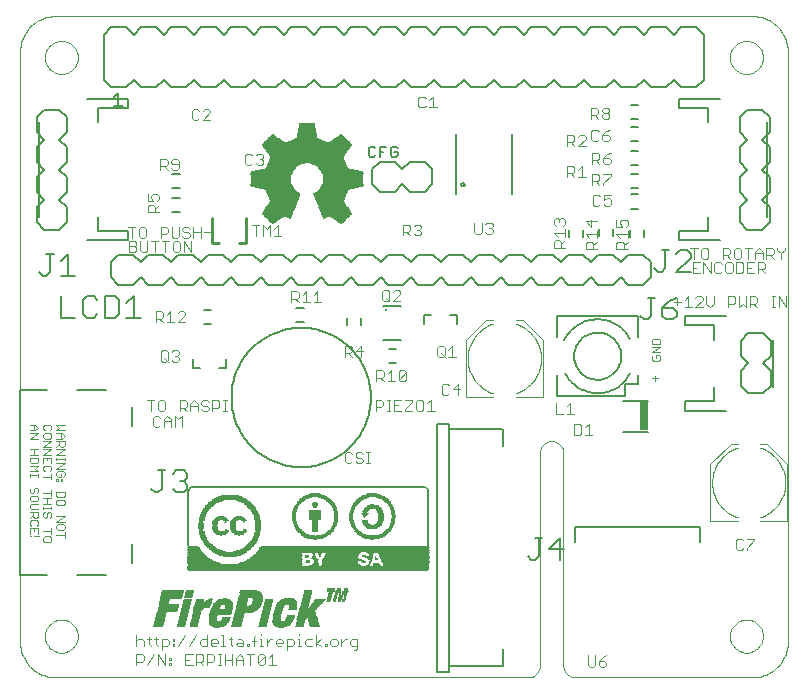
<source format=gto>
G75*
%MOIN*%
%OFA0B0*%
%FSLAX24Y24*%
%IPPOS*%
%LPD*%
%AMOC8*
5,1,8,0,0,1.08239X$1,22.5*
%
%ADD10C,0.0000*%
%ADD11C,0.0030*%
%ADD12C,0.0020*%
%ADD13C,0.0060*%
%ADD14C,0.0050*%
%ADD15C,0.0040*%
%ADD16C,0.0100*%
%ADD17C,0.0080*%
%ADD18C,0.0079*%
%ADD19R,0.0266X0.0965*%
%ADD20R,0.0095X0.0005*%
%ADD21R,0.0105X0.0005*%
%ADD22R,0.0200X0.0005*%
%ADD23R,0.0190X0.0005*%
%ADD24R,0.0255X0.0005*%
%ADD25R,0.0250X0.0005*%
%ADD26R,0.0295X0.0005*%
%ADD27R,0.0290X0.0005*%
%ADD28R,0.0310X0.0005*%
%ADD29R,0.0330X0.0005*%
%ADD30R,0.0325X0.0005*%
%ADD31R,0.0320X0.0005*%
%ADD32R,0.0360X0.0005*%
%ADD33R,0.0350X0.0005*%
%ADD34R,0.0385X0.0005*%
%ADD35R,0.0375X0.0005*%
%ADD36R,0.0405X0.0005*%
%ADD37R,0.0395X0.0005*%
%ADD38R,0.0420X0.0005*%
%ADD39R,0.0440X0.0005*%
%ADD40R,0.0435X0.0005*%
%ADD41R,0.0455X0.0005*%
%ADD42R,0.0470X0.0005*%
%ADD43R,0.0485X0.0005*%
%ADD44R,0.0500X0.0005*%
%ADD45R,0.0495X0.0005*%
%ADD46R,0.0315X0.0005*%
%ADD47R,0.0510X0.0005*%
%ADD48R,0.0520X0.0005*%
%ADD49R,0.0530X0.0005*%
%ADD50R,0.0540X0.0005*%
%ADD51R,0.0545X0.0005*%
%ADD52R,0.0555X0.0005*%
%ADD53R,0.0560X0.0005*%
%ADD54R,0.0570X0.0005*%
%ADD55R,0.0575X0.0005*%
%ADD56R,0.0585X0.0005*%
%ADD57R,0.0590X0.0005*%
%ADD58R,0.0305X0.0005*%
%ADD59R,0.0600X0.0005*%
%ADD60R,0.0605X0.0005*%
%ADD61R,0.0610X0.0005*%
%ADD62R,0.0615X0.0005*%
%ADD63R,0.0620X0.0005*%
%ADD64R,0.0625X0.0005*%
%ADD65R,0.0630X0.0005*%
%ADD66R,0.0635X0.0005*%
%ADD67R,0.0640X0.0005*%
%ADD68R,0.0645X0.0005*%
%ADD69R,0.0650X0.0005*%
%ADD70R,0.0655X0.0005*%
%ADD71R,0.0665X0.0005*%
%ADD72R,0.0660X0.0005*%
%ADD73R,0.0670X0.0005*%
%ADD74R,0.0285X0.0005*%
%ADD75R,0.0675X0.0005*%
%ADD76R,0.0280X0.0005*%
%ADD77R,0.0680X0.0005*%
%ADD78R,0.0275X0.0005*%
%ADD79R,0.0270X0.0005*%
%ADD80R,0.0300X0.0005*%
%ADD81R,0.0265X0.0005*%
%ADD82R,0.0335X0.0005*%
%ADD83R,0.0735X0.0005*%
%ADD84R,0.0595X0.0005*%
%ADD85R,0.0580X0.0005*%
%ADD86R,0.0525X0.0005*%
%ADD87R,0.0550X0.0005*%
%ADD88R,0.0730X0.0005*%
%ADD89R,0.0690X0.0005*%
%ADD90R,0.0535X0.0005*%
%ADD91R,0.0695X0.0005*%
%ADD92R,0.0700X0.0005*%
%ADD93R,0.0705X0.0005*%
%ADD94R,0.0715X0.0005*%
%ADD95R,0.0725X0.0005*%
%ADD96R,0.0720X0.0005*%
%ADD97R,0.0565X0.0005*%
%ADD98R,0.0740X0.0005*%
%ADD99R,0.0745X0.0005*%
%ADD100R,0.0750X0.0005*%
%ADD101R,0.0755X0.0005*%
%ADD102R,0.0345X0.0005*%
%ADD103R,0.0760X0.0005*%
%ADD104R,0.0765X0.0005*%
%ADD105R,0.0770X0.0005*%
%ADD106R,0.0415X0.0005*%
%ADD107R,0.0260X0.0005*%
%ADD108R,0.0775X0.0005*%
%ADD109R,0.0020X0.0005*%
%ADD110R,0.0780X0.0005*%
%ADD111R,0.0785X0.0005*%
%ADD112R,0.0790X0.0005*%
%ADD113R,0.0795X0.0005*%
%ADD114R,0.0365X0.0005*%
%ADD115R,0.0340X0.0005*%
%ADD116R,0.0245X0.0005*%
%ADD117R,0.0240X0.0005*%
%ADD118R,0.0235X0.0005*%
%ADD119R,0.0230X0.0005*%
%ADD120R,0.0225X0.0005*%
%ADD121R,0.0220X0.0005*%
%ADD122R,0.0215X0.0005*%
%ADD123R,0.0110X0.0005*%
%ADD124R,0.0080X0.0005*%
%ADD125R,0.0210X0.0005*%
%ADD126R,0.0085X0.0005*%
%ADD127R,0.0100X0.0005*%
%ADD128R,0.0505X0.0005*%
%ADD129R,0.0090X0.0005*%
%ADD130R,0.0195X0.0005*%
%ADD131R,0.0490X0.0005*%
%ADD132R,0.0480X0.0005*%
%ADD133R,0.0465X0.0005*%
%ADD134R,0.0180X0.0005*%
%ADD135R,0.0445X0.0005*%
%ADD136R,0.0175X0.0005*%
%ADD137R,0.0170X0.0005*%
%ADD138R,0.0165X0.0005*%
%ADD139R,0.0155X0.0005*%
%ADD140R,0.0450X0.0005*%
%ADD141R,0.0150X0.0005*%
%ADD142R,0.0140X0.0005*%
%ADD143R,0.0130X0.0005*%
%ADD144R,0.0115X0.0005*%
%ADD145R,0.0370X0.0005*%
%ADD146R,0.0070X0.0005*%
%ADD147R,0.0120X0.0005*%
%ADD148R,0.0125X0.0005*%
%ADD149R,0.0135X0.0005*%
%ADD150R,0.0145X0.0005*%
%ADD151R,0.0075X0.0005*%
%ADD152R,0.0710X0.0005*%
%ADD153R,0.0685X0.0005*%
%ADD154R,0.0160X0.0005*%
%ADD155R,0.0515X0.0005*%
%ADD156R,0.0020X0.0010*%
%ADD157R,0.0030X0.0010*%
%ADD158R,0.0050X0.0010*%
%ADD159R,0.0080X0.0010*%
%ADD160R,0.0100X0.0010*%
%ADD161R,0.0130X0.0010*%
%ADD162R,0.0120X0.0010*%
%ADD163R,0.0150X0.0010*%
%ADD164R,0.0180X0.0010*%
%ADD165R,0.0170X0.0010*%
%ADD166R,0.0200X0.0010*%
%ADD167R,0.0220X0.0010*%
%ADD168R,0.0250X0.0010*%
%ADD169R,0.0270X0.0010*%
%ADD170R,0.0300X0.0010*%
%ADD171R,0.0320X0.0010*%
%ADD172R,0.0350X0.0010*%
%ADD173R,0.0360X0.0010*%
%ADD174R,0.0370X0.0010*%
%ADD175R,0.0390X0.0010*%
%ADD176R,0.0410X0.0010*%
%ADD177R,0.0420X0.0010*%
%ADD178R,0.0430X0.0010*%
%ADD179R,0.0440X0.0010*%
%ADD180R,0.0460X0.0010*%
%ADD181R,0.0040X0.0010*%
%ADD182R,0.0470X0.0010*%
%ADD183R,0.0480X0.0010*%
%ADD184R,0.0070X0.0010*%
%ADD185R,0.0490X0.0010*%
%ADD186R,0.0520X0.0010*%
%ADD187R,0.0090X0.0010*%
%ADD188R,0.0540X0.0010*%
%ADD189R,0.0570X0.0010*%
%ADD190R,0.0140X0.0010*%
%ADD191R,0.0580X0.0010*%
%ADD192R,0.0160X0.0010*%
%ADD193R,0.0590X0.0010*%
%ADD194R,0.0620X0.0010*%
%ADD195R,0.0190X0.0010*%
%ADD196R,0.0650X0.0010*%
%ADD197R,0.0210X0.0010*%
%ADD198R,0.0640X0.0010*%
%ADD199R,0.0910X0.0010*%
%ADD200R,0.0920X0.0010*%
%ADD201R,0.0940X0.0010*%
%ADD202R,0.0950X0.0010*%
%ADD203R,0.0970X0.0010*%
%ADD204R,0.0960X0.0010*%
%ADD205R,0.0980X0.0010*%
%ADD206R,0.0990X0.0010*%
%ADD207R,0.1010X0.0010*%
%ADD208R,0.1020X0.0010*%
%ADD209R,0.1000X0.0010*%
%ADD210R,0.0930X0.0010*%
%ADD211R,0.1030X0.0010*%
%ADD212R,0.1040X0.0010*%
%ADD213R,0.1050X0.0010*%
%ADD214R,0.1060X0.0010*%
%ADD215R,0.1070X0.0010*%
%ADD216R,0.1080X0.0010*%
%ADD217R,0.1090X0.0010*%
%ADD218R,0.1100X0.0010*%
%ADD219R,0.1110X0.0010*%
%ADD220R,0.1160X0.0010*%
%ADD221R,0.1210X0.0010*%
%ADD222R,0.1250X0.0010*%
%ADD223R,0.1240X0.0010*%
%ADD224R,0.1290X0.0010*%
%ADD225R,0.1300X0.0010*%
%ADD226R,0.1340X0.0010*%
%ADD227R,0.1390X0.0010*%
%ADD228R,0.1380X0.0010*%
%ADD229R,0.1370X0.0010*%
%ADD230R,0.1360X0.0010*%
%ADD231R,0.1350X0.0010*%
%ADD232R,0.1330X0.0010*%
%ADD233R,0.1400X0.0010*%
%ADD234R,0.1320X0.0010*%
%ADD235R,0.1270X0.0010*%
%ADD236R,0.1220X0.0010*%
%ADD237R,0.1180X0.0010*%
%ADD238R,0.1140X0.0010*%
%ADD239R,0.1130X0.0010*%
%ADD240R,0.1120X0.0010*%
%ADD241R,0.1150X0.0010*%
%ADD242R,0.1170X0.0010*%
%ADD243R,0.1230X0.0010*%
%ADD244R,0.2580X0.0010*%
%ADD245R,0.2570X0.0010*%
%ADD246R,0.2560X0.0010*%
%ADD247R,0.2540X0.0010*%
%ADD248R,0.2530X0.0010*%
%ADD249R,0.2520X0.0010*%
%ADD250R,0.2500X0.0010*%
%ADD251R,0.2480X0.0010*%
%ADD252R,0.2470X0.0010*%
%ADD253R,0.2460X0.0010*%
%ADD254R,0.2440X0.0010*%
%ADD255R,0.2590X0.0010*%
%ADD256R,0.2610X0.0010*%
%ADD257R,0.2620X0.0010*%
%ADD258R,0.2640X0.0010*%
%ADD259R,0.2650X0.0010*%
%ADD260R,0.2660X0.0010*%
%ADD261R,0.2680X0.0010*%
%ADD262R,0.2690X0.0010*%
%ADD263R,0.2700X0.0010*%
%ADD264R,0.2720X0.0010*%
%ADD265R,0.2730X0.0010*%
%ADD266R,0.2740X0.0010*%
%ADD267R,0.2760X0.0010*%
%ADD268R,0.2770X0.0010*%
%ADD269R,0.2780X0.0010*%
%ADD270R,0.2800X0.0010*%
%ADD271R,0.2820X0.0010*%
%ADD272R,0.2840X0.0010*%
%ADD273R,0.2860X0.0010*%
%ADD274R,0.2880X0.0010*%
%ADD275R,0.2900X0.0010*%
%ADD276R,0.2910X0.0010*%
%ADD277R,0.2920X0.0010*%
%ADD278R,0.2940X0.0010*%
%ADD279R,0.2950X0.0010*%
%ADD280R,0.2960X0.0010*%
%ADD281R,0.2980X0.0010*%
%ADD282R,0.2990X0.0010*%
%ADD283R,0.0700X0.0010*%
%ADD284R,0.0670X0.0010*%
%ADD285R,0.1280X0.0010*%
%ADD286R,0.0600X0.0010*%
%ADD287R,0.0550X0.0010*%
%ADD288R,0.0530X0.0010*%
%ADD289R,0.0500X0.0010*%
%ADD290R,0.0450X0.0010*%
%ADD291R,0.0880X0.0010*%
%ADD292R,0.0840X0.0010*%
%ADD293R,0.0400X0.0010*%
%ADD294R,0.0800X0.0010*%
%ADD295R,0.0380X0.0010*%
%ADD296R,0.0740X0.0010*%
%ADD297R,0.0720X0.0010*%
%ADD298R,0.0330X0.0010*%
%ADD299R,0.0680X0.0010*%
%ADD300R,0.0280X0.0010*%
%ADD301R,0.0230X0.0010*%
%ADD302R,0.0660X0.0010*%
%ADD303R,0.0110X0.0010*%
%ADD304R,0.0060X0.0010*%
%ADD305R,0.0630X0.0010*%
%ADD306R,0.0610X0.0010*%
%ADD307R,0.0560X0.0010*%
%ADD308R,0.7980X0.0020*%
%ADD309R,0.8020X0.0020*%
%ADD310R,0.8060X0.0020*%
%ADD311R,0.3820X0.0020*%
%ADD312R,0.0340X0.0020*%
%ADD313R,0.1340X0.0020*%
%ADD314R,0.0120X0.0020*%
%ADD315R,0.0240X0.0020*%
%ADD316R,0.1560X0.0020*%
%ADD317R,0.1280X0.0020*%
%ADD318R,0.0080X0.0020*%
%ADD319R,0.0220X0.0020*%
%ADD320R,0.1540X0.0020*%
%ADD321R,0.0200X0.0020*%
%ADD322R,0.1260X0.0020*%
%ADD323R,0.0040X0.0020*%
%ADD324R,0.1220X0.0020*%
%ADD325R,0.2240X0.0020*%
%ADD326R,0.0180X0.0020*%
%ADD327R,0.1240X0.0020*%
%ADD328R,0.1120X0.0020*%
%ADD329R,0.2140X0.0020*%
%ADD330R,0.1060X0.0020*%
%ADD331R,0.2060X0.0020*%
%ADD332R,0.0140X0.0020*%
%ADD333R,0.0160X0.0020*%
%ADD334R,0.1580X0.0020*%
%ADD335R,0.1000X0.0020*%
%ADD336R,0.2020X0.0020*%
%ADD337R,0.0060X0.0020*%
%ADD338R,0.0940X0.0020*%
%ADD339R,0.1960X0.0020*%
%ADD340R,0.1200X0.0020*%
%ADD341R,0.0900X0.0020*%
%ADD342R,0.1920X0.0020*%
%ADD343R,0.1600X0.0020*%
%ADD344R,0.0860X0.0020*%
%ADD345R,0.1880X0.0020*%
%ADD346R,0.1400X0.0020*%
%ADD347R,0.0820X0.0020*%
%ADD348R,0.1840X0.0020*%
%ADD349R,0.1320X0.0020*%
%ADD350R,0.1620X0.0020*%
%ADD351R,0.0780X0.0020*%
%ADD352R,0.1800X0.0020*%
%ADD353R,0.0100X0.0020*%
%ADD354R,0.0760X0.0020*%
%ADD355R,0.1760X0.0020*%
%ADD356R,0.0720X0.0020*%
%ADD357R,0.1740X0.0020*%
%ADD358R,0.1180X0.0020*%
%ADD359R,0.1640X0.0020*%
%ADD360R,0.0700X0.0020*%
%ADD361R,0.1720X0.0020*%
%ADD362R,0.1160X0.0020*%
%ADD363R,0.0260X0.0020*%
%ADD364R,0.0020X0.0020*%
%ADD365R,0.0660X0.0020*%
%ADD366R,0.1680X0.0020*%
%ADD367R,0.1140X0.0020*%
%ADD368R,0.0640X0.0020*%
%ADD369R,0.0480X0.0020*%
%ADD370R,0.1660X0.0020*%
%ADD371R,0.0620X0.0020*%
%ADD372R,0.0600X0.0020*%
%ADD373R,0.0740X0.0020*%
%ADD374R,0.1100X0.0020*%
%ADD375R,0.0580X0.0020*%
%ADD376R,0.0840X0.0020*%
%ADD377R,0.0560X0.0020*%
%ADD378R,0.0920X0.0020*%
%ADD379R,0.0540X0.0020*%
%ADD380R,0.1700X0.0020*%
%ADD381R,0.0520X0.0020*%
%ADD382R,0.0500X0.0020*%
%ADD383R,0.3500X0.0020*%
%ADD384R,0.2120X0.0020*%
%ADD385R,0.0460X0.0020*%
%ADD386R,0.5740X0.0020*%
%ADD387R,0.0400X0.0020*%
%ADD388R,0.5720X0.0020*%
%ADD389R,0.0440X0.0020*%
%ADD390R,0.0360X0.0020*%
%ADD391R,0.5700X0.0020*%
%ADD392R,0.0320X0.0020*%
%ADD393R,0.5680X0.0020*%
%ADD394R,0.0420X0.0020*%
%ADD395R,0.0300X0.0020*%
%ADD396R,0.0280X0.0020*%
%ADD397R,0.5660X0.0020*%
%ADD398R,0.0380X0.0020*%
%ADD399R,0.5640X0.0020*%
%ADD400R,0.5620X0.0020*%
%ADD401R,0.0980X0.0020*%
%ADD402R,0.0680X0.0020*%
%ADD403R,0.7940X0.0020*%
%ADD404R,0.7900X0.0020*%
%ADD405R,0.7780X0.0020*%
D10*
X001331Y000150D02*
X017079Y000150D01*
X017118Y000152D01*
X017156Y000158D01*
X017193Y000167D01*
X017230Y000180D01*
X017265Y000197D01*
X017298Y000216D01*
X017329Y000239D01*
X017358Y000265D01*
X017384Y000294D01*
X017407Y000325D01*
X017426Y000358D01*
X017443Y000393D01*
X017456Y000430D01*
X017465Y000467D01*
X017471Y000505D01*
X017473Y000544D01*
X017473Y007630D01*
X017475Y007669D01*
X017481Y007707D01*
X017490Y007744D01*
X017503Y007781D01*
X017520Y007816D01*
X017539Y007849D01*
X017562Y007880D01*
X017588Y007909D01*
X017617Y007935D01*
X017648Y007958D01*
X017681Y007977D01*
X017716Y007994D01*
X017753Y008007D01*
X017790Y008016D01*
X017828Y008022D01*
X017867Y008024D01*
X017906Y008022D01*
X017944Y008016D01*
X017981Y008007D01*
X018018Y007994D01*
X018053Y007977D01*
X018086Y007958D01*
X018117Y007935D01*
X018146Y007909D01*
X018172Y007880D01*
X018195Y007849D01*
X018214Y007816D01*
X018231Y007781D01*
X018244Y007744D01*
X018253Y007707D01*
X018259Y007669D01*
X018261Y007630D01*
X018260Y007630D02*
X018260Y000544D01*
X018262Y000505D01*
X018268Y000467D01*
X018277Y000430D01*
X018290Y000393D01*
X018307Y000358D01*
X018326Y000325D01*
X018349Y000294D01*
X018375Y000265D01*
X018404Y000239D01*
X018435Y000216D01*
X018468Y000197D01*
X018503Y000180D01*
X018540Y000167D01*
X018577Y000158D01*
X018615Y000152D01*
X018654Y000150D01*
X024559Y000150D01*
X024625Y000152D01*
X024691Y000157D01*
X024757Y000167D01*
X024822Y000180D01*
X024886Y000196D01*
X024949Y000216D01*
X025011Y000240D01*
X025071Y000267D01*
X025130Y000297D01*
X025187Y000331D01*
X025242Y000368D01*
X025295Y000408D01*
X025346Y000450D01*
X025394Y000496D01*
X025440Y000544D01*
X025482Y000595D01*
X025522Y000648D01*
X025559Y000703D01*
X025593Y000760D01*
X025623Y000819D01*
X025650Y000879D01*
X025674Y000941D01*
X025694Y001004D01*
X025710Y001068D01*
X025723Y001133D01*
X025733Y001199D01*
X025738Y001265D01*
X025740Y001331D01*
X025741Y001331D02*
X025741Y021016D01*
X025740Y021016D02*
X025738Y021082D01*
X025733Y021148D01*
X025723Y021214D01*
X025710Y021279D01*
X025694Y021343D01*
X025674Y021406D01*
X025650Y021468D01*
X025623Y021528D01*
X025593Y021587D01*
X025559Y021644D01*
X025522Y021699D01*
X025482Y021752D01*
X025440Y021803D01*
X025394Y021851D01*
X025346Y021897D01*
X025295Y021939D01*
X025242Y021979D01*
X025187Y022016D01*
X025130Y022050D01*
X025071Y022080D01*
X025011Y022107D01*
X024949Y022131D01*
X024886Y022151D01*
X024822Y022167D01*
X024757Y022180D01*
X024691Y022190D01*
X024625Y022195D01*
X024559Y022197D01*
X001331Y022197D01*
X001265Y022195D01*
X001199Y022190D01*
X001133Y022180D01*
X001068Y022167D01*
X001004Y022151D01*
X000941Y022131D01*
X000879Y022107D01*
X000819Y022080D01*
X000760Y022050D01*
X000703Y022016D01*
X000648Y021979D01*
X000595Y021939D01*
X000544Y021897D01*
X000496Y021851D01*
X000450Y021803D01*
X000408Y021752D01*
X000368Y021699D01*
X000331Y021644D01*
X000297Y021587D01*
X000267Y021528D01*
X000240Y021468D01*
X000216Y021406D01*
X000196Y021343D01*
X000180Y021279D01*
X000167Y021214D01*
X000157Y021148D01*
X000152Y021082D01*
X000150Y021016D01*
X000150Y001331D01*
X000152Y001265D01*
X000157Y001199D01*
X000167Y001133D01*
X000180Y001068D01*
X000196Y001004D01*
X000216Y000941D01*
X000240Y000879D01*
X000267Y000819D01*
X000297Y000760D01*
X000331Y000703D01*
X000368Y000648D01*
X000408Y000595D01*
X000450Y000544D01*
X000496Y000496D01*
X000544Y000450D01*
X000595Y000408D01*
X000648Y000368D01*
X000703Y000331D01*
X000760Y000297D01*
X000819Y000267D01*
X000879Y000240D01*
X000941Y000216D01*
X001004Y000196D01*
X001068Y000180D01*
X001133Y000167D01*
X001199Y000157D01*
X001265Y000152D01*
X001331Y000150D01*
X000977Y001528D02*
X000979Y001575D01*
X000985Y001621D01*
X000995Y001667D01*
X001008Y001712D01*
X001026Y001755D01*
X001047Y001797D01*
X001071Y001837D01*
X001099Y001874D01*
X001130Y001909D01*
X001164Y001942D01*
X001200Y001971D01*
X001239Y001997D01*
X001280Y002020D01*
X001323Y002039D01*
X001367Y002055D01*
X001412Y002067D01*
X001458Y002075D01*
X001505Y002079D01*
X001551Y002079D01*
X001598Y002075D01*
X001644Y002067D01*
X001689Y002055D01*
X001733Y002039D01*
X001776Y002020D01*
X001817Y001997D01*
X001856Y001971D01*
X001892Y001942D01*
X001926Y001909D01*
X001957Y001874D01*
X001985Y001837D01*
X002009Y001797D01*
X002030Y001755D01*
X002048Y001712D01*
X002061Y001667D01*
X002071Y001621D01*
X002077Y001575D01*
X002079Y001528D01*
X002077Y001481D01*
X002071Y001435D01*
X002061Y001389D01*
X002048Y001344D01*
X002030Y001301D01*
X002009Y001259D01*
X001985Y001219D01*
X001957Y001182D01*
X001926Y001147D01*
X001892Y001114D01*
X001856Y001085D01*
X001817Y001059D01*
X001776Y001036D01*
X001733Y001017D01*
X001689Y001001D01*
X001644Y000989D01*
X001598Y000981D01*
X001551Y000977D01*
X001505Y000977D01*
X001458Y000981D01*
X001412Y000989D01*
X001367Y001001D01*
X001323Y001017D01*
X001280Y001036D01*
X001239Y001059D01*
X001200Y001085D01*
X001164Y001114D01*
X001130Y001147D01*
X001099Y001182D01*
X001071Y001219D01*
X001047Y001259D01*
X001026Y001301D01*
X001008Y001344D01*
X000995Y001389D01*
X000985Y001435D01*
X000979Y001481D01*
X000977Y001528D01*
X023812Y001528D02*
X023814Y001575D01*
X023820Y001621D01*
X023830Y001667D01*
X023843Y001712D01*
X023861Y001755D01*
X023882Y001797D01*
X023906Y001837D01*
X023934Y001874D01*
X023965Y001909D01*
X023999Y001942D01*
X024035Y001971D01*
X024074Y001997D01*
X024115Y002020D01*
X024158Y002039D01*
X024202Y002055D01*
X024247Y002067D01*
X024293Y002075D01*
X024340Y002079D01*
X024386Y002079D01*
X024433Y002075D01*
X024479Y002067D01*
X024524Y002055D01*
X024568Y002039D01*
X024611Y002020D01*
X024652Y001997D01*
X024691Y001971D01*
X024727Y001942D01*
X024761Y001909D01*
X024792Y001874D01*
X024820Y001837D01*
X024844Y001797D01*
X024865Y001755D01*
X024883Y001712D01*
X024896Y001667D01*
X024906Y001621D01*
X024912Y001575D01*
X024914Y001528D01*
X024912Y001481D01*
X024906Y001435D01*
X024896Y001389D01*
X024883Y001344D01*
X024865Y001301D01*
X024844Y001259D01*
X024820Y001219D01*
X024792Y001182D01*
X024761Y001147D01*
X024727Y001114D01*
X024691Y001085D01*
X024652Y001059D01*
X024611Y001036D01*
X024568Y001017D01*
X024524Y001001D01*
X024479Y000989D01*
X024433Y000981D01*
X024386Y000977D01*
X024340Y000977D01*
X024293Y000981D01*
X024247Y000989D01*
X024202Y001001D01*
X024158Y001017D01*
X024115Y001036D01*
X024074Y001059D01*
X024035Y001085D01*
X023999Y001114D01*
X023965Y001147D01*
X023934Y001182D01*
X023906Y001219D01*
X023882Y001259D01*
X023861Y001301D01*
X023843Y001344D01*
X023830Y001389D01*
X023820Y001435D01*
X023814Y001481D01*
X023812Y001528D01*
X023812Y020819D02*
X023814Y020866D01*
X023820Y020912D01*
X023830Y020958D01*
X023843Y021003D01*
X023861Y021046D01*
X023882Y021088D01*
X023906Y021128D01*
X023934Y021165D01*
X023965Y021200D01*
X023999Y021233D01*
X024035Y021262D01*
X024074Y021288D01*
X024115Y021311D01*
X024158Y021330D01*
X024202Y021346D01*
X024247Y021358D01*
X024293Y021366D01*
X024340Y021370D01*
X024386Y021370D01*
X024433Y021366D01*
X024479Y021358D01*
X024524Y021346D01*
X024568Y021330D01*
X024611Y021311D01*
X024652Y021288D01*
X024691Y021262D01*
X024727Y021233D01*
X024761Y021200D01*
X024792Y021165D01*
X024820Y021128D01*
X024844Y021088D01*
X024865Y021046D01*
X024883Y021003D01*
X024896Y020958D01*
X024906Y020912D01*
X024912Y020866D01*
X024914Y020819D01*
X024912Y020772D01*
X024906Y020726D01*
X024896Y020680D01*
X024883Y020635D01*
X024865Y020592D01*
X024844Y020550D01*
X024820Y020510D01*
X024792Y020473D01*
X024761Y020438D01*
X024727Y020405D01*
X024691Y020376D01*
X024652Y020350D01*
X024611Y020327D01*
X024568Y020308D01*
X024524Y020292D01*
X024479Y020280D01*
X024433Y020272D01*
X024386Y020268D01*
X024340Y020268D01*
X024293Y020272D01*
X024247Y020280D01*
X024202Y020292D01*
X024158Y020308D01*
X024115Y020327D01*
X024074Y020350D01*
X024035Y020376D01*
X023999Y020405D01*
X023965Y020438D01*
X023934Y020473D01*
X023906Y020510D01*
X023882Y020550D01*
X023861Y020592D01*
X023843Y020635D01*
X023830Y020680D01*
X023820Y020726D01*
X023814Y020772D01*
X023812Y020819D01*
X000977Y020819D02*
X000979Y020866D01*
X000985Y020912D01*
X000995Y020958D01*
X001008Y021003D01*
X001026Y021046D01*
X001047Y021088D01*
X001071Y021128D01*
X001099Y021165D01*
X001130Y021200D01*
X001164Y021233D01*
X001200Y021262D01*
X001239Y021288D01*
X001280Y021311D01*
X001323Y021330D01*
X001367Y021346D01*
X001412Y021358D01*
X001458Y021366D01*
X001505Y021370D01*
X001551Y021370D01*
X001598Y021366D01*
X001644Y021358D01*
X001689Y021346D01*
X001733Y021330D01*
X001776Y021311D01*
X001817Y021288D01*
X001856Y021262D01*
X001892Y021233D01*
X001926Y021200D01*
X001957Y021165D01*
X001985Y021128D01*
X002009Y021088D01*
X002030Y021046D01*
X002048Y021003D01*
X002061Y020958D01*
X002071Y020912D01*
X002077Y020866D01*
X002079Y020819D01*
X002077Y020772D01*
X002071Y020726D01*
X002061Y020680D01*
X002048Y020635D01*
X002030Y020592D01*
X002009Y020550D01*
X001985Y020510D01*
X001957Y020473D01*
X001926Y020438D01*
X001892Y020405D01*
X001856Y020376D01*
X001817Y020350D01*
X001776Y020327D01*
X001733Y020308D01*
X001689Y020292D01*
X001644Y020280D01*
X001598Y020272D01*
X001551Y020268D01*
X001505Y020268D01*
X001458Y020272D01*
X001412Y020280D01*
X001367Y020292D01*
X001323Y020308D01*
X001280Y020327D01*
X001239Y020350D01*
X001200Y020376D01*
X001164Y020405D01*
X001130Y020438D01*
X001099Y020473D01*
X001071Y020510D01*
X001047Y020550D01*
X001026Y020592D01*
X001008Y020635D01*
X000995Y020680D01*
X000985Y020726D01*
X000979Y020772D01*
X000977Y020819D01*
D11*
X004826Y017435D02*
X005011Y017435D01*
X005073Y017373D01*
X005073Y017250D01*
X005011Y017188D01*
X004826Y017188D01*
X004949Y017188D02*
X005073Y017065D01*
X005194Y017127D02*
X005256Y017065D01*
X005379Y017065D01*
X005441Y017127D01*
X005441Y017373D01*
X005379Y017435D01*
X005256Y017435D01*
X005194Y017373D01*
X005194Y017312D01*
X005256Y017250D01*
X005441Y017250D01*
X004826Y017065D02*
X004826Y017435D01*
X005935Y018738D02*
X006059Y018738D01*
X006121Y018800D01*
X006242Y018738D02*
X006489Y018985D01*
X006489Y019046D01*
X006427Y019108D01*
X006304Y019108D01*
X006242Y019046D01*
X006121Y019046D02*
X006059Y019108D01*
X005935Y019108D01*
X005874Y019046D01*
X005874Y018800D01*
X005935Y018738D01*
X006242Y018738D02*
X006489Y018738D01*
X007645Y017550D02*
X007645Y017303D01*
X007707Y017242D01*
X007830Y017242D01*
X007892Y017303D01*
X008014Y017303D02*
X008075Y017242D01*
X008199Y017242D01*
X008261Y017303D01*
X008261Y017365D01*
X008199Y017427D01*
X008137Y017427D01*
X008199Y017427D02*
X008261Y017489D01*
X008261Y017550D01*
X008199Y017612D01*
X008075Y017612D01*
X008014Y017550D01*
X007892Y017550D02*
X007830Y017612D01*
X007707Y017612D01*
X007645Y017550D01*
X004771Y016206D02*
X004771Y016082D01*
X004709Y016021D01*
X004585Y016021D02*
X004524Y016144D01*
X004524Y016206D01*
X004585Y016268D01*
X004709Y016268D01*
X004771Y016206D01*
X004585Y016021D02*
X004400Y016021D01*
X004400Y016268D01*
X004462Y015899D02*
X004585Y015899D01*
X004647Y015838D01*
X004647Y015652D01*
X004771Y015652D02*
X004400Y015652D01*
X004400Y015838D01*
X004462Y015899D01*
X004647Y015776D02*
X004771Y015899D01*
X004835Y015175D02*
X005017Y015175D01*
X005078Y015114D01*
X005078Y014993D01*
X005017Y014932D01*
X004835Y014932D01*
X004835Y014811D02*
X004835Y015175D01*
X005198Y015175D02*
X005198Y014871D01*
X005258Y014811D01*
X005380Y014811D01*
X005440Y014871D01*
X005440Y015175D01*
X005560Y015114D02*
X005560Y015053D01*
X005621Y014993D01*
X005742Y014993D01*
X005803Y014932D01*
X005803Y014871D01*
X005742Y014811D01*
X005621Y014811D01*
X005560Y014871D01*
X005600Y014702D02*
X005842Y014338D01*
X005842Y014702D01*
X005923Y014811D02*
X005923Y015175D01*
X005803Y015114D02*
X005742Y015175D01*
X005621Y015175D01*
X005560Y015114D01*
X005923Y014993D02*
X006165Y014993D01*
X006285Y014993D02*
X006528Y014993D01*
X006165Y015175D02*
X006165Y014811D01*
X005600Y014702D02*
X005600Y014338D01*
X005480Y014399D02*
X005480Y014642D01*
X005419Y014702D01*
X005298Y014702D01*
X005237Y014642D01*
X005237Y014399D01*
X005298Y014338D01*
X005419Y014338D01*
X005480Y014399D01*
X005117Y014702D02*
X004875Y014702D01*
X004755Y014702D02*
X004512Y014702D01*
X004392Y014702D02*
X004392Y014399D01*
X004332Y014338D01*
X004210Y014338D01*
X004150Y014399D01*
X004150Y014702D01*
X004171Y014811D02*
X004292Y014811D01*
X004353Y014871D01*
X004353Y015114D01*
X004292Y015175D01*
X004171Y015175D01*
X004110Y015114D01*
X004110Y014871D01*
X004171Y014811D01*
X004030Y014642D02*
X004030Y014581D01*
X003969Y014520D01*
X003787Y014520D01*
X003787Y014338D02*
X003969Y014338D01*
X004030Y014399D01*
X004030Y014460D01*
X003969Y014520D01*
X004030Y014642D02*
X003969Y014702D01*
X003787Y014702D01*
X003787Y014338D01*
X003869Y014811D02*
X003869Y015175D01*
X003748Y015175D02*
X003990Y015175D01*
X004633Y014702D02*
X004633Y014338D01*
X004996Y014338D02*
X004996Y014702D01*
X007880Y015222D02*
X008126Y015222D01*
X008248Y015222D02*
X008371Y015099D01*
X008495Y015222D01*
X008495Y014852D01*
X008616Y014852D02*
X008863Y014852D01*
X008740Y014852D02*
X008740Y015222D01*
X008616Y015099D01*
X008248Y015222D02*
X008248Y014852D01*
X008003Y014852D02*
X008003Y015222D01*
X009196Y013026D02*
X009381Y013026D01*
X009443Y012964D01*
X009443Y012841D01*
X009381Y012779D01*
X009196Y012779D01*
X009319Y012779D02*
X009443Y012655D01*
X009564Y012655D02*
X009811Y012655D01*
X009932Y012655D02*
X010179Y012655D01*
X010056Y012655D02*
X010056Y013026D01*
X009932Y012902D01*
X009687Y013026D02*
X009687Y012655D01*
X009564Y012902D02*
X009687Y013026D01*
X009196Y013026D02*
X009196Y012655D01*
X010967Y011215D02*
X011153Y011215D01*
X011214Y011153D01*
X011214Y011029D01*
X011153Y010968D01*
X010967Y010968D01*
X010967Y010844D02*
X010967Y011215D01*
X011091Y010968D02*
X011214Y010844D01*
X011336Y011029D02*
X011583Y011029D01*
X011521Y010844D02*
X011521Y011215D01*
X011336Y011029D01*
X012030Y010388D02*
X012216Y010388D01*
X012277Y010326D01*
X012277Y010203D01*
X012216Y010141D01*
X012030Y010141D01*
X012030Y010018D02*
X012030Y010388D01*
X012154Y010141D02*
X012277Y010018D01*
X012399Y010018D02*
X012646Y010018D01*
X012522Y010018D02*
X012522Y010388D01*
X012399Y010264D01*
X012767Y010326D02*
X012829Y010388D01*
X012952Y010388D01*
X013014Y010326D01*
X012767Y010079D01*
X012829Y010018D01*
X012952Y010018D01*
X013014Y010079D01*
X013014Y010326D01*
X012767Y010326D02*
X012767Y010079D01*
X014053Y010887D02*
X014053Y011134D01*
X014114Y011196D01*
X014238Y011196D01*
X014299Y011134D01*
X014299Y010887D01*
X014238Y010826D01*
X014114Y010826D01*
X014053Y010887D01*
X014176Y010949D02*
X014299Y010826D01*
X014421Y010826D02*
X014668Y010826D01*
X014544Y010826D02*
X014544Y011196D01*
X014421Y011073D01*
X014386Y009945D02*
X014262Y009945D01*
X014200Y009883D01*
X014200Y009636D01*
X014262Y009574D01*
X014386Y009574D01*
X014447Y009636D01*
X014569Y009760D02*
X014754Y009945D01*
X014754Y009574D01*
X014816Y009760D02*
X014569Y009760D01*
X014447Y009883D02*
X014386Y009945D01*
X011816Y007655D02*
X011695Y007655D01*
X011756Y007655D02*
X011756Y007291D01*
X011816Y007291D02*
X011695Y007291D01*
X011575Y007352D02*
X011575Y007412D01*
X011514Y007473D01*
X011393Y007473D01*
X011332Y007534D01*
X011332Y007594D01*
X011393Y007655D01*
X011514Y007655D01*
X011575Y007594D01*
X011575Y007352D02*
X011514Y007291D01*
X011393Y007291D01*
X011332Y007352D01*
X011213Y007352D02*
X011152Y007291D01*
X011031Y007291D01*
X010970Y007352D01*
X010970Y007594D01*
X011031Y007655D01*
X011152Y007655D01*
X011213Y007594D01*
X007037Y009023D02*
X006915Y009023D01*
X006976Y009023D02*
X006976Y009387D01*
X006915Y009387D02*
X007037Y009387D01*
X006795Y009327D02*
X006795Y009205D01*
X006735Y009145D01*
X006553Y009145D01*
X006433Y009145D02*
X006372Y009205D01*
X006251Y009205D01*
X006190Y009266D01*
X006190Y009327D01*
X006251Y009387D01*
X006372Y009387D01*
X006433Y009327D01*
X006553Y009387D02*
X006553Y009023D01*
X006433Y009084D02*
X006372Y009023D01*
X006251Y009023D01*
X006190Y009084D01*
X006070Y009023D02*
X006070Y009266D01*
X005949Y009387D01*
X005828Y009266D01*
X005828Y009023D01*
X005708Y009023D02*
X005586Y009145D01*
X005647Y009145D02*
X005465Y009145D01*
X005465Y009023D02*
X005465Y009387D01*
X005647Y009387D01*
X005708Y009327D01*
X005708Y009205D01*
X005647Y009145D01*
X005828Y009205D02*
X006070Y009205D01*
X006433Y009145D02*
X006433Y009084D01*
X006735Y009387D02*
X006795Y009327D01*
X006735Y009387D02*
X006553Y009387D01*
X005542Y008875D02*
X005542Y008511D01*
X005299Y008511D02*
X005299Y008875D01*
X005421Y008754D01*
X005542Y008875D01*
X005180Y008754D02*
X005180Y008511D01*
X005180Y008693D02*
X004937Y008693D01*
X004937Y008754D02*
X004937Y008511D01*
X004817Y008572D02*
X004756Y008511D01*
X004635Y008511D01*
X004574Y008572D01*
X004574Y008815D01*
X004635Y008875D01*
X004756Y008875D01*
X004817Y008815D01*
X004937Y008754D02*
X005058Y008875D01*
X005180Y008754D01*
X004922Y009023D02*
X004983Y009084D01*
X004983Y009327D01*
X004922Y009387D01*
X004801Y009387D01*
X004740Y009327D01*
X004740Y009084D01*
X004801Y009023D01*
X004922Y009023D01*
X004499Y009023D02*
X004499Y009387D01*
X004378Y009387D02*
X004620Y009387D01*
X004894Y010679D02*
X004832Y010741D01*
X004832Y010988D01*
X004894Y011049D01*
X005017Y011049D01*
X005079Y010988D01*
X005079Y010741D01*
X005017Y010679D01*
X004894Y010679D01*
X004956Y010803D02*
X005079Y010679D01*
X005200Y010741D02*
X005262Y010679D01*
X005386Y010679D01*
X005447Y010741D01*
X005447Y010803D01*
X005386Y010864D01*
X005324Y010864D01*
X005386Y010864D02*
X005447Y010926D01*
X005447Y010988D01*
X005386Y011049D01*
X005262Y011049D01*
X005200Y010988D01*
X005160Y011986D02*
X005160Y012356D01*
X005036Y012233D01*
X004915Y012295D02*
X004915Y012171D01*
X004853Y012110D01*
X004668Y012110D01*
X004792Y012110D02*
X004915Y011986D01*
X005036Y011986D02*
X005283Y011986D01*
X005405Y011986D02*
X005652Y012233D01*
X005652Y012295D01*
X005590Y012356D01*
X005466Y012356D01*
X005405Y012295D01*
X004915Y012295D02*
X004853Y012356D01*
X004668Y012356D01*
X004668Y011986D01*
X005405Y011986D02*
X005652Y011986D01*
X015295Y015005D02*
X015357Y014944D01*
X015480Y014944D01*
X015542Y015005D01*
X015542Y015314D01*
X015663Y015252D02*
X015725Y015314D01*
X015848Y015314D01*
X015910Y015252D01*
X015910Y015191D01*
X015848Y015129D01*
X015910Y015067D01*
X015910Y015005D01*
X015848Y014944D01*
X015725Y014944D01*
X015663Y015005D01*
X015787Y015129D02*
X015848Y015129D01*
X015295Y015005D02*
X015295Y015314D01*
X017944Y015270D02*
X017944Y015393D01*
X018005Y015455D01*
X018067Y015455D01*
X018129Y015393D01*
X018190Y015455D01*
X018252Y015455D01*
X018314Y015393D01*
X018314Y015270D01*
X018252Y015208D01*
X018314Y015086D02*
X018314Y014840D01*
X018314Y014718D02*
X018190Y014595D01*
X018190Y014656D02*
X018190Y014471D01*
X018314Y014471D02*
X017944Y014471D01*
X017944Y014656D01*
X018005Y014718D01*
X018129Y014718D01*
X018190Y014656D01*
X018067Y014840D02*
X017944Y014963D01*
X018314Y014963D01*
X018005Y015208D02*
X017944Y015270D01*
X018129Y015331D02*
X018129Y015393D01*
X019007Y015354D02*
X019192Y015169D01*
X019192Y015415D01*
X019377Y015354D02*
X019007Y015354D01*
X019377Y015047D02*
X019377Y014800D01*
X019377Y014679D02*
X019253Y014555D01*
X019253Y014617D02*
X019253Y014432D01*
X019377Y014432D02*
X019007Y014432D01*
X019007Y014617D01*
X019068Y014679D01*
X019192Y014679D01*
X019253Y014617D01*
X019130Y014800D02*
X019007Y014924D01*
X019377Y014924D01*
X020030Y014924D02*
X020401Y014924D01*
X020401Y015047D02*
X020401Y014800D01*
X020401Y014679D02*
X020277Y014555D01*
X020277Y014617D02*
X020277Y014432D01*
X020401Y014432D02*
X020030Y014432D01*
X020030Y014617D01*
X020092Y014679D01*
X020215Y014679D01*
X020277Y014617D01*
X020154Y014800D02*
X020030Y014924D01*
X020030Y015169D02*
X020215Y015169D01*
X020154Y015292D01*
X020154Y015354D01*
X020215Y015415D01*
X020339Y015415D01*
X020401Y015354D01*
X020401Y015230D01*
X020339Y015169D01*
X020030Y015169D02*
X020030Y015415D01*
X019785Y015877D02*
X019662Y015877D01*
X019600Y015939D01*
X019478Y015939D02*
X019417Y015877D01*
X019293Y015877D01*
X019232Y015939D01*
X019232Y016186D01*
X019293Y016248D01*
X019417Y016248D01*
X019478Y016186D01*
X019600Y016248D02*
X019600Y016062D01*
X019723Y016124D01*
X019785Y016124D01*
X019847Y016062D01*
X019847Y015939D01*
X019785Y015877D01*
X019847Y016248D02*
X019600Y016248D01*
X019585Y016566D02*
X019585Y016628D01*
X019832Y016875D01*
X019832Y016936D01*
X019585Y016936D01*
X019463Y016875D02*
X019463Y016751D01*
X019402Y016689D01*
X019217Y016689D01*
X019340Y016689D02*
X019463Y016566D01*
X019217Y016566D02*
X019217Y016936D01*
X019402Y016936D01*
X019463Y016875D01*
X019463Y017275D02*
X019340Y017398D01*
X019402Y017398D02*
X019217Y017398D01*
X019217Y017275D02*
X019217Y017645D01*
X019402Y017645D01*
X019463Y017583D01*
X019463Y017460D01*
X019402Y017398D01*
X019585Y017336D02*
X019647Y017275D01*
X019770Y017275D01*
X019832Y017336D01*
X019832Y017398D01*
X019770Y017460D01*
X019585Y017460D01*
X019585Y017336D01*
X019585Y017460D02*
X019708Y017583D01*
X019832Y017645D01*
X019746Y018043D02*
X019807Y018104D01*
X019807Y018166D01*
X019746Y018228D01*
X019560Y018228D01*
X019560Y018104D01*
X019622Y018043D01*
X019746Y018043D01*
X019560Y018228D02*
X019684Y018351D01*
X019807Y018413D01*
X019731Y018771D02*
X019607Y018771D01*
X019546Y018832D01*
X019546Y018894D01*
X019607Y018956D01*
X019731Y018956D01*
X019792Y018894D01*
X019792Y018832D01*
X019731Y018771D01*
X019731Y018956D02*
X019792Y019018D01*
X019792Y019079D01*
X019731Y019141D01*
X019607Y019141D01*
X019546Y019079D01*
X019546Y019018D01*
X019607Y018956D01*
X019424Y018956D02*
X019362Y018894D01*
X019177Y018894D01*
X019177Y018771D02*
X019177Y019141D01*
X019362Y019141D01*
X019424Y019079D01*
X019424Y018956D01*
X019301Y018894D02*
X019424Y018771D01*
X019377Y018413D02*
X019254Y018413D01*
X019192Y018351D01*
X019192Y018104D01*
X019254Y018043D01*
X019377Y018043D01*
X019439Y018104D01*
X019439Y018351D02*
X019377Y018413D01*
X022488Y014466D02*
X022731Y014466D01*
X022609Y014466D02*
X022609Y014102D01*
X022567Y013994D02*
X022567Y013630D01*
X022809Y013630D01*
X022929Y013630D02*
X022929Y013994D01*
X023172Y013630D01*
X023172Y013994D01*
X023292Y013933D02*
X023292Y013690D01*
X023352Y013630D01*
X023474Y013630D01*
X023534Y013690D01*
X023654Y013690D02*
X023715Y013630D01*
X023836Y013630D01*
X023897Y013690D01*
X023897Y013933D01*
X023836Y013994D01*
X023715Y013994D01*
X023654Y013933D01*
X023654Y013690D01*
X023534Y013933D02*
X023474Y013994D01*
X023352Y013994D01*
X023292Y013933D01*
X023093Y014163D02*
X023093Y014405D01*
X023032Y014466D01*
X022911Y014466D01*
X022850Y014405D01*
X022850Y014163D01*
X022911Y014102D01*
X023032Y014102D01*
X023093Y014163D01*
X022809Y013994D02*
X022567Y013994D01*
X022567Y013812D02*
X022688Y013812D01*
X023575Y014102D02*
X023575Y014466D01*
X023757Y014466D01*
X023818Y014405D01*
X023818Y014284D01*
X023757Y014223D01*
X023575Y014223D01*
X023697Y014223D02*
X023818Y014102D01*
X023938Y014163D02*
X023999Y014102D01*
X024120Y014102D01*
X024181Y014163D01*
X024181Y014405D01*
X024120Y014466D01*
X023999Y014466D01*
X023938Y014405D01*
X023938Y014163D01*
X024017Y013994D02*
X024199Y013994D01*
X024259Y013933D01*
X024259Y013690D01*
X024199Y013630D01*
X024017Y013630D01*
X024017Y013994D01*
X024379Y013994D02*
X024379Y013630D01*
X024622Y013630D01*
X024742Y013630D02*
X024742Y013994D01*
X024924Y013994D01*
X024984Y013933D01*
X024984Y013812D01*
X024924Y013751D01*
X024742Y013751D01*
X024863Y013751D02*
X024984Y013630D01*
X024500Y013812D02*
X024379Y013812D01*
X024379Y013994D02*
X024622Y013994D01*
X024663Y014102D02*
X024663Y014345D01*
X024784Y014466D01*
X024906Y014345D01*
X024906Y014102D01*
X025025Y014102D02*
X025025Y014466D01*
X025207Y014466D01*
X025268Y014405D01*
X025268Y014284D01*
X025207Y014223D01*
X025025Y014223D01*
X025147Y014223D02*
X025268Y014102D01*
X025509Y014102D02*
X025509Y014284D01*
X025631Y014405D01*
X025631Y014466D01*
X025509Y014284D02*
X025388Y014405D01*
X025388Y014466D01*
X024906Y014284D02*
X024663Y014284D01*
X024543Y014466D02*
X024300Y014466D01*
X024422Y014466D02*
X024422Y014102D01*
X024474Y012852D02*
X024656Y012852D01*
X024717Y012791D01*
X024717Y012670D01*
X024656Y012609D01*
X024474Y012609D01*
X024474Y012488D02*
X024474Y012852D01*
X024354Y012852D02*
X024354Y012488D01*
X024233Y012609D01*
X024112Y012488D01*
X024112Y012852D01*
X023992Y012791D02*
X023992Y012670D01*
X023931Y012609D01*
X023749Y012609D01*
X023749Y012488D02*
X023749Y012852D01*
X023931Y012852D01*
X023992Y012791D01*
X024596Y012609D02*
X024717Y012488D01*
X025199Y012488D02*
X025321Y012488D01*
X025260Y012488D02*
X025260Y012852D01*
X025199Y012852D02*
X025321Y012852D01*
X025441Y012852D02*
X025684Y012488D01*
X025684Y012852D01*
X025441Y012852D02*
X025441Y012488D01*
X023267Y012609D02*
X023267Y012852D01*
X023024Y012852D02*
X023024Y012609D01*
X023146Y012488D01*
X023267Y012609D01*
X022904Y012488D02*
X022662Y012488D01*
X022904Y012731D01*
X022904Y012791D01*
X022844Y012852D01*
X022722Y012852D01*
X022662Y012791D01*
X022421Y012852D02*
X022299Y012731D01*
X022179Y012670D02*
X021937Y012670D01*
X022058Y012791D02*
X022058Y012549D01*
X022299Y012488D02*
X022542Y012488D01*
X022421Y012488D02*
X022421Y012852D01*
X018491Y009315D02*
X018491Y008945D01*
X018368Y008945D02*
X018615Y008945D01*
X018368Y009191D02*
X018491Y009315D01*
X018247Y008945D02*
X018000Y008945D01*
X018000Y009315D01*
X018614Y008608D02*
X018799Y008608D01*
X018861Y008546D01*
X018861Y008300D01*
X018799Y008238D01*
X018614Y008238D01*
X018614Y008608D01*
X018982Y008485D02*
X019106Y008608D01*
X019106Y008238D01*
X019229Y008238D02*
X018982Y008238D01*
X024015Y004719D02*
X024015Y004472D01*
X024077Y004411D01*
X024200Y004411D01*
X024262Y004472D01*
X024383Y004472D02*
X024383Y004411D01*
X024383Y004472D02*
X024630Y004719D01*
X024630Y004781D01*
X024383Y004781D01*
X024262Y004719D02*
X024200Y004781D01*
X024077Y004781D01*
X024015Y004719D01*
X019689Y000883D02*
X019566Y000822D01*
X019442Y000698D01*
X019628Y000698D01*
X019689Y000636D01*
X019689Y000575D01*
X019628Y000513D01*
X019504Y000513D01*
X019442Y000575D01*
X019442Y000698D01*
X019321Y000575D02*
X019321Y000883D01*
X019074Y000883D02*
X019074Y000575D01*
X019136Y000513D01*
X019259Y000513D01*
X019321Y000575D01*
X011395Y001128D02*
X011335Y001067D01*
X011274Y001067D01*
X011395Y001128D02*
X011395Y001431D01*
X011213Y001431D01*
X011153Y001371D01*
X011153Y001249D01*
X011213Y001189D01*
X011395Y001189D01*
X011033Y001431D02*
X010972Y001431D01*
X010851Y001310D01*
X010851Y001189D02*
X010851Y001431D01*
X010731Y001371D02*
X010670Y001431D01*
X010549Y001431D01*
X010488Y001371D01*
X010488Y001249D01*
X010549Y001189D01*
X010670Y001189D01*
X010731Y001249D01*
X010731Y001371D01*
X010368Y001249D02*
X010368Y001189D01*
X010307Y001189D01*
X010307Y001249D01*
X010368Y001249D01*
X010187Y001189D02*
X010005Y001310D01*
X010187Y001431D01*
X010005Y001553D02*
X010005Y001189D01*
X009885Y001189D02*
X009703Y001189D01*
X009642Y001249D01*
X009642Y001371D01*
X009703Y001431D01*
X009885Y001431D01*
X009461Y001431D02*
X009461Y001189D01*
X009401Y001189D02*
X009522Y001189D01*
X009281Y001249D02*
X009281Y001371D01*
X009220Y001431D01*
X009038Y001431D01*
X009038Y001067D01*
X009038Y001189D02*
X009220Y001189D01*
X009281Y001249D01*
X009401Y001431D02*
X009461Y001431D01*
X009461Y001553D02*
X009461Y001613D01*
X008918Y001371D02*
X008918Y001310D01*
X008676Y001310D01*
X008676Y001249D02*
X008676Y001371D01*
X008736Y001431D01*
X008858Y001431D01*
X008918Y001371D01*
X008858Y001189D02*
X008736Y001189D01*
X008676Y001249D01*
X008555Y001431D02*
X008495Y001431D01*
X008373Y001310D01*
X008373Y001189D02*
X008373Y001431D01*
X008192Y001431D02*
X008192Y001189D01*
X008132Y001189D02*
X008253Y001189D01*
X008192Y001431D02*
X008132Y001431D01*
X008011Y001371D02*
X007890Y001371D01*
X007951Y001492D02*
X008011Y001553D01*
X007951Y001492D02*
X007951Y001189D01*
X007769Y001189D02*
X007709Y001189D01*
X007709Y001249D01*
X007769Y001249D01*
X007769Y001189D01*
X007589Y001189D02*
X007589Y001371D01*
X007528Y001431D01*
X007407Y001431D01*
X007407Y001310D02*
X007346Y001249D01*
X007407Y001189D01*
X007589Y001189D01*
X007589Y001310D02*
X007407Y001310D01*
X007226Y001431D02*
X007105Y001431D01*
X007165Y001492D02*
X007165Y001249D01*
X007226Y001189D01*
X006984Y001189D02*
X006863Y001189D01*
X006924Y001189D02*
X006924Y001553D01*
X006863Y001553D01*
X006682Y001431D02*
X006743Y001371D01*
X006743Y001310D01*
X006500Y001310D01*
X006500Y001249D02*
X006500Y001371D01*
X006561Y001431D01*
X006682Y001431D01*
X006682Y001189D02*
X006561Y001189D01*
X006500Y001249D01*
X006381Y001189D02*
X006381Y001553D01*
X006381Y001431D02*
X006199Y001431D01*
X006138Y001371D01*
X006138Y001249D01*
X006199Y001189D01*
X006381Y001189D01*
X006380Y000923D02*
X006562Y000923D01*
X006622Y000862D01*
X006622Y000741D01*
X006562Y000680D01*
X006380Y000680D01*
X006380Y000559D02*
X006380Y000923D01*
X006260Y000862D02*
X006199Y000923D01*
X006017Y000923D01*
X006017Y000559D01*
X005897Y000559D02*
X005655Y000559D01*
X005655Y000923D01*
X005897Y000923D01*
X005776Y000741D02*
X005655Y000741D01*
X006017Y000680D02*
X006199Y000680D01*
X006260Y000741D01*
X006260Y000862D01*
X006138Y000680D02*
X006260Y000559D01*
X006742Y000559D02*
X006863Y000559D01*
X006803Y000559D02*
X006803Y000923D01*
X006863Y000923D02*
X006742Y000923D01*
X006984Y000923D02*
X006984Y000559D01*
X006984Y000741D02*
X007226Y000741D01*
X007346Y000741D02*
X007589Y000741D01*
X007589Y000801D02*
X007589Y000559D01*
X007830Y000559D02*
X007830Y000923D01*
X007709Y000923D02*
X007951Y000923D01*
X008071Y000862D02*
X008132Y000923D01*
X008253Y000923D01*
X008314Y000862D01*
X008071Y000619D01*
X008132Y000559D01*
X008253Y000559D01*
X008314Y000619D01*
X008314Y000862D01*
X008434Y000801D02*
X008555Y000923D01*
X008555Y000559D01*
X008434Y000559D02*
X008677Y000559D01*
X008071Y000619D02*
X008071Y000862D01*
X007589Y000801D02*
X007468Y000923D01*
X007346Y000801D01*
X007346Y000559D01*
X007226Y000559D02*
X007226Y000923D01*
X008192Y001553D02*
X008192Y001613D01*
X006018Y001553D02*
X005775Y001189D01*
X005413Y001189D02*
X005656Y001553D01*
X005292Y001431D02*
X005292Y001371D01*
X005232Y001371D01*
X005232Y001431D01*
X005292Y001431D01*
X005292Y001249D02*
X005292Y001189D01*
X005232Y001189D01*
X005232Y001249D01*
X005292Y001249D01*
X005112Y001249D02*
X005112Y001371D01*
X005051Y001431D01*
X004869Y001431D01*
X004869Y001067D01*
X004869Y001189D02*
X005051Y001189D01*
X005112Y001249D01*
X004991Y000923D02*
X004991Y000559D01*
X004748Y000923D01*
X004748Y000559D01*
X004386Y000559D02*
X004628Y000923D01*
X004749Y001189D02*
X004688Y001249D01*
X004688Y001492D01*
X004627Y001431D02*
X004749Y001431D01*
X004507Y001431D02*
X004386Y001431D01*
X004446Y001492D02*
X004446Y001249D01*
X004507Y001189D01*
X004266Y001189D02*
X004266Y001371D01*
X004205Y001431D01*
X004084Y001431D01*
X004023Y001371D01*
X004023Y001553D02*
X004023Y001189D01*
X004023Y000923D02*
X004205Y000923D01*
X004266Y000862D01*
X004266Y000741D01*
X004205Y000680D01*
X004023Y000680D01*
X004023Y000559D02*
X004023Y000923D01*
X005111Y000801D02*
X005111Y000741D01*
X005171Y000741D01*
X005171Y000801D01*
X005111Y000801D01*
X005111Y000619D02*
X005111Y000559D01*
X005171Y000559D01*
X005171Y000619D01*
X005111Y000619D01*
D12*
X001147Y004666D02*
X000964Y004666D01*
X000918Y004712D01*
X000918Y004804D01*
X000964Y004849D01*
X001147Y004849D01*
X001193Y004804D01*
X001193Y004712D01*
X001147Y004666D01*
X001361Y004894D02*
X001636Y004894D01*
X001636Y004985D02*
X001636Y004802D01*
X001590Y005074D02*
X001636Y005120D01*
X001636Y005211D01*
X001590Y005257D01*
X001407Y005257D01*
X001361Y005211D01*
X001361Y005120D01*
X001407Y005074D01*
X001590Y005074D01*
X001636Y005345D02*
X001361Y005345D01*
X001636Y005529D01*
X001361Y005529D01*
X001193Y005527D02*
X001193Y005619D01*
X001147Y005665D01*
X001102Y005665D01*
X001056Y005619D01*
X001056Y005527D01*
X001010Y005481D01*
X000964Y005481D01*
X000918Y005527D01*
X000918Y005619D01*
X000964Y005665D01*
X000918Y005755D02*
X000918Y005846D01*
X000918Y005800D02*
X001193Y005800D01*
X001193Y005755D02*
X001193Y005846D01*
X001193Y005935D02*
X000918Y005935D01*
X001056Y005935D02*
X001056Y006118D01*
X001193Y006118D02*
X000918Y006118D01*
X000750Y006163D02*
X000705Y006209D01*
X000521Y006209D01*
X000475Y006163D01*
X000475Y006071D01*
X000521Y006025D01*
X000705Y006025D01*
X000750Y006071D01*
X000750Y006163D01*
X000705Y006297D02*
X000750Y006343D01*
X000750Y006435D01*
X000705Y006481D01*
X000659Y006481D01*
X000613Y006435D01*
X000613Y006343D01*
X000567Y006297D01*
X000521Y006297D01*
X000475Y006343D01*
X000475Y006435D01*
X000521Y006481D01*
X000475Y006842D02*
X000475Y006934D01*
X000475Y006888D02*
X000750Y006888D01*
X000750Y006934D02*
X000750Y006842D01*
X000918Y006842D02*
X001193Y006842D01*
X001193Y006934D02*
X001193Y006750D01*
X001361Y006753D02*
X001407Y006753D01*
X001407Y006707D01*
X001361Y006707D01*
X001361Y006753D01*
X001407Y006841D02*
X001499Y006841D01*
X001499Y006933D01*
X001590Y007025D02*
X001407Y007025D01*
X001361Y006979D01*
X001361Y006887D01*
X001407Y006841D01*
X001499Y006753D02*
X001544Y006753D01*
X001544Y006707D01*
X001499Y006707D01*
X001499Y006753D01*
X001590Y006841D02*
X001636Y006887D01*
X001636Y006979D01*
X001590Y007025D01*
X001636Y007113D02*
X001361Y007113D01*
X001636Y007296D01*
X001361Y007296D01*
X001361Y007386D02*
X001361Y007478D01*
X001361Y007432D02*
X001636Y007432D01*
X001636Y007478D02*
X001636Y007386D01*
X001636Y007566D02*
X001361Y007566D01*
X001636Y007750D01*
X001361Y007750D01*
X001361Y007838D02*
X001453Y007930D01*
X001453Y007884D02*
X001453Y008021D01*
X001361Y008021D02*
X001636Y008021D01*
X001636Y007884D01*
X001590Y007838D01*
X001499Y007838D01*
X001453Y007884D01*
X001499Y008110D02*
X001499Y008293D01*
X001544Y008293D02*
X001636Y008201D01*
X001544Y008110D01*
X001361Y008110D01*
X001193Y008156D02*
X001147Y008110D01*
X000964Y008110D01*
X000918Y008156D01*
X000918Y008247D01*
X000964Y008293D01*
X001147Y008293D01*
X001193Y008247D01*
X001193Y008156D01*
X001193Y008021D02*
X000918Y007838D01*
X001193Y007838D01*
X001193Y007750D02*
X000918Y007750D01*
X000750Y007750D02*
X000475Y007750D01*
X000613Y007750D02*
X000613Y007566D01*
X000750Y007566D02*
X000475Y007566D01*
X000475Y007478D02*
X000475Y007340D01*
X000521Y007294D01*
X000705Y007294D01*
X000750Y007340D01*
X000750Y007478D01*
X000475Y007478D01*
X000475Y007206D02*
X000750Y007206D01*
X000659Y007114D01*
X000750Y007022D01*
X000475Y007022D01*
X000918Y007068D02*
X000918Y007160D01*
X000964Y007206D01*
X001147Y007206D01*
X001193Y007160D01*
X001193Y007068D01*
X001147Y007022D01*
X000964Y007022D02*
X000918Y007068D01*
X000918Y007294D02*
X000918Y007478D01*
X001193Y007478D01*
X001193Y007294D01*
X001056Y007386D02*
X001056Y007478D01*
X001193Y007566D02*
X000918Y007566D01*
X001193Y007750D01*
X001193Y008021D02*
X000918Y008021D01*
X000750Y008110D02*
X000475Y008110D01*
X000750Y008293D01*
X000475Y008293D01*
X000475Y008382D02*
X000659Y008382D01*
X000750Y008473D01*
X000659Y008565D01*
X000475Y008565D01*
X000613Y008565D02*
X000613Y008382D01*
X000918Y008427D02*
X000918Y008519D01*
X000964Y008565D01*
X001147Y008565D01*
X001193Y008519D01*
X001193Y008427D01*
X001147Y008382D01*
X000964Y008382D02*
X000918Y008427D01*
X001361Y008382D02*
X001636Y008382D01*
X001544Y008293D02*
X001361Y008293D01*
X001361Y008382D02*
X001453Y008473D01*
X001361Y008565D01*
X001636Y008565D01*
X001193Y006390D02*
X001193Y006206D01*
X001193Y006298D02*
X000918Y006298D01*
X000750Y005937D02*
X000521Y005937D01*
X000475Y005891D01*
X000475Y005799D01*
X000521Y005753D01*
X000750Y005753D01*
X000750Y005665D02*
X000750Y005527D01*
X000705Y005481D01*
X000613Y005481D01*
X000567Y005527D01*
X000567Y005665D01*
X000567Y005573D02*
X000475Y005481D01*
X000521Y005393D02*
X000475Y005347D01*
X000475Y005255D01*
X000521Y005210D01*
X000475Y005121D02*
X000475Y004938D01*
X000475Y004849D02*
X000521Y004849D01*
X000613Y004849D02*
X000796Y004849D01*
X000750Y004938D02*
X000750Y005121D01*
X000475Y005121D01*
X000613Y005121D02*
X000613Y005029D01*
X000705Y005210D02*
X000750Y005255D01*
X000750Y005347D01*
X000705Y005393D01*
X000521Y005393D01*
X000475Y005665D02*
X000750Y005665D01*
X001147Y005481D02*
X001193Y005527D01*
X001193Y005121D02*
X001193Y004938D01*
X001193Y005029D02*
X000918Y005029D01*
X001407Y005889D02*
X001590Y005889D01*
X001636Y005935D01*
X001636Y006027D01*
X001590Y006073D01*
X001407Y006073D01*
X001361Y006027D01*
X001361Y005935D01*
X001407Y005889D01*
X001407Y006161D02*
X001590Y006161D01*
X001636Y006207D01*
X001636Y006345D01*
X001361Y006345D01*
X001361Y006207D01*
X001407Y006161D01*
X021227Y010121D02*
X021410Y010121D01*
X021319Y010212D02*
X021319Y010029D01*
X021249Y010711D02*
X021433Y010711D01*
X021479Y010757D01*
X021479Y010849D01*
X021433Y010895D01*
X021341Y010895D01*
X021341Y010803D01*
X021249Y010711D02*
X021203Y010757D01*
X021203Y010849D01*
X021249Y010895D01*
X021203Y010983D02*
X021479Y011167D01*
X021203Y011167D01*
X021203Y011255D02*
X021203Y011393D01*
X021249Y011439D01*
X021433Y011439D01*
X021479Y011393D01*
X021479Y011255D01*
X021203Y011255D01*
X021203Y010983D02*
X021479Y010983D01*
D13*
X021668Y012086D02*
X021547Y012207D01*
X021547Y012450D01*
X021911Y012450D01*
X022032Y012328D01*
X022032Y012207D01*
X021911Y012086D01*
X021668Y012086D01*
X021547Y012450D02*
X021789Y012692D01*
X022032Y012814D01*
X021307Y012814D02*
X021064Y012814D01*
X021186Y012814D02*
X021186Y012207D01*
X021064Y012086D01*
X020943Y012086D01*
X020822Y012207D01*
X020924Y013241D02*
X020424Y013241D01*
X020174Y013491D01*
X019924Y013241D01*
X019424Y013241D01*
X019174Y013491D01*
X018924Y013241D01*
X018424Y013241D01*
X018174Y013491D01*
X017924Y013241D01*
X017424Y013241D01*
X017174Y013491D01*
X016924Y013241D01*
X016424Y013241D01*
X016174Y013491D01*
X015924Y013241D01*
X015424Y013241D01*
X015174Y013491D01*
X014924Y013241D01*
X014424Y013241D01*
X014174Y013491D01*
X013924Y013241D01*
X013424Y013241D01*
X013174Y013491D01*
X012924Y013241D01*
X012424Y013241D01*
X012174Y013491D01*
X011924Y013241D01*
X011424Y013241D01*
X011174Y013491D01*
X010924Y013241D01*
X010424Y013241D01*
X010174Y013491D01*
X009924Y013241D01*
X009424Y013241D01*
X009174Y013491D01*
X008924Y013241D01*
X008424Y013241D01*
X008174Y013491D01*
X007924Y013241D01*
X007424Y013241D01*
X007174Y013491D01*
X006924Y013241D01*
X006424Y013241D01*
X006174Y013491D01*
X005924Y013241D01*
X005424Y013241D01*
X005174Y013491D01*
X004924Y013241D01*
X004424Y013241D01*
X004174Y013491D01*
X003924Y013241D01*
X003424Y013241D01*
X003174Y013491D01*
X003174Y013991D01*
X003424Y014241D01*
X003924Y014241D01*
X004174Y013991D01*
X004424Y014241D01*
X004924Y014241D01*
X005174Y013991D01*
X005424Y014241D01*
X005924Y014241D01*
X006174Y013991D01*
X006424Y014241D01*
X006924Y014241D01*
X007174Y013991D01*
X007424Y014241D01*
X007924Y014241D01*
X008174Y013991D01*
X008424Y014241D01*
X008924Y014241D01*
X009174Y013991D01*
X009424Y014241D01*
X009924Y014241D01*
X010174Y013991D01*
X010424Y014241D01*
X010924Y014241D01*
X011174Y013991D01*
X011424Y014241D01*
X011924Y014241D01*
X012174Y013991D01*
X012424Y014241D01*
X012924Y014241D01*
X013174Y013991D01*
X013424Y014241D01*
X013924Y014241D01*
X014174Y013991D01*
X014424Y014241D01*
X014924Y014241D01*
X015174Y013991D01*
X015424Y014241D01*
X015924Y014241D01*
X016174Y013991D01*
X016424Y014241D01*
X016924Y014241D01*
X017174Y013991D01*
X017424Y014241D01*
X017924Y014241D01*
X018174Y013991D01*
X018424Y014241D01*
X018924Y014241D01*
X019174Y013991D01*
X019424Y014241D01*
X019924Y014241D01*
X020174Y013991D01*
X020424Y014241D01*
X020924Y014241D01*
X021174Y013991D01*
X021174Y013491D01*
X020924Y013241D01*
X021416Y013660D02*
X021537Y013660D01*
X021658Y013782D01*
X021658Y014388D01*
X021537Y014388D02*
X021780Y014388D01*
X022019Y014267D02*
X022141Y014388D01*
X022383Y014388D01*
X022505Y014267D01*
X022505Y014146D01*
X022019Y013660D01*
X022505Y013660D01*
X021416Y013660D02*
X021294Y013782D01*
X020937Y014835D02*
X020937Y015071D01*
X020465Y015071D02*
X020465Y014835D01*
X019914Y014874D02*
X019914Y015111D01*
X019441Y015111D02*
X019441Y014874D01*
X018930Y014835D02*
X018930Y015071D01*
X018457Y015071D02*
X018457Y014835D01*
X020504Y015780D02*
X020741Y015780D01*
X020741Y016252D02*
X020504Y016252D01*
X020504Y016449D02*
X020741Y016449D01*
X020741Y016922D02*
X020504Y016922D01*
X020504Y017237D02*
X020741Y017237D01*
X020741Y017709D02*
X020504Y017709D01*
X020504Y018024D02*
X020741Y018024D01*
X020741Y018496D02*
X020504Y018496D01*
X020504Y018772D02*
X020741Y018772D01*
X020741Y019244D02*
X020504Y019244D01*
X020695Y019819D02*
X020195Y019819D01*
X019945Y020069D01*
X019695Y019819D01*
X019195Y019819D01*
X018945Y020069D01*
X018695Y019819D01*
X018195Y019819D01*
X017945Y020069D01*
X017695Y019819D01*
X017195Y019819D01*
X016945Y020069D01*
X016695Y019819D01*
X016195Y019819D01*
X015945Y020069D01*
X015695Y019819D01*
X015195Y019819D01*
X014945Y020069D01*
X014695Y019819D01*
X014195Y019819D01*
X013945Y020069D01*
X013695Y019819D01*
X013195Y019819D01*
X012945Y020069D01*
X012695Y019819D01*
X012195Y019819D01*
X011945Y020069D01*
X011695Y019819D01*
X011195Y019819D01*
X010945Y020069D01*
X010695Y019819D01*
X010195Y019819D01*
X009945Y020069D01*
X009695Y019819D01*
X009195Y019819D01*
X008945Y020069D01*
X008695Y019819D01*
X008195Y019819D01*
X007945Y020069D01*
X007695Y019819D01*
X007195Y019819D01*
X006945Y020069D01*
X006695Y019819D01*
X006195Y019819D01*
X005945Y020069D01*
X005695Y019819D01*
X005195Y019819D01*
X004945Y020069D01*
X004695Y019819D01*
X004195Y019819D01*
X003945Y020069D01*
X003695Y019819D01*
X003195Y019819D01*
X002945Y020069D01*
X002945Y021569D01*
X003195Y021819D01*
X003695Y021819D01*
X003945Y021569D01*
X004195Y021819D01*
X004695Y021819D01*
X004945Y021569D01*
X005195Y021819D01*
X005695Y021819D01*
X005945Y021569D01*
X006195Y021819D01*
X006695Y021819D01*
X006945Y021569D01*
X007195Y021819D01*
X007695Y021819D01*
X007945Y021569D01*
X008195Y021819D01*
X008695Y021819D01*
X008945Y021569D01*
X009195Y021819D01*
X009695Y021819D01*
X009945Y021569D01*
X010195Y021819D01*
X010695Y021819D01*
X010945Y021569D01*
X011195Y021819D01*
X011695Y021819D01*
X011945Y021569D01*
X012195Y021819D01*
X012695Y021819D01*
X012945Y021569D01*
X013195Y021819D01*
X013695Y021819D01*
X013945Y021569D01*
X014195Y021819D01*
X014695Y021819D01*
X014945Y021569D01*
X015195Y021819D01*
X015695Y021819D01*
X015945Y021569D01*
X016195Y021819D01*
X016695Y021819D01*
X016945Y021569D01*
X017195Y021819D01*
X017695Y021819D01*
X017945Y021569D01*
X018195Y021819D01*
X018695Y021819D01*
X018945Y021569D01*
X019195Y021819D01*
X019695Y021819D01*
X019945Y021569D01*
X020195Y021819D01*
X020695Y021819D01*
X020945Y021569D01*
X021195Y021819D01*
X021695Y021819D01*
X021945Y021569D01*
X022195Y021819D01*
X022695Y021819D01*
X022945Y021569D01*
X022945Y020069D01*
X022695Y019819D01*
X022195Y019819D01*
X021945Y020069D01*
X021695Y019819D01*
X021195Y019819D01*
X020945Y020069D01*
X020695Y019819D01*
X024138Y018829D02*
X024138Y018329D01*
X024388Y018079D01*
X024138Y017829D01*
X024138Y017329D01*
X024388Y017079D01*
X024138Y016829D01*
X024138Y016329D01*
X024388Y016079D01*
X024138Y015829D01*
X024138Y015329D01*
X024388Y015079D01*
X024888Y015079D01*
X025138Y015329D01*
X025138Y015829D01*
X024888Y016079D01*
X025138Y016329D01*
X025138Y016829D01*
X024888Y017079D01*
X025138Y017329D01*
X025138Y017829D01*
X024888Y018079D01*
X025138Y018329D01*
X025138Y018829D01*
X024888Y019079D01*
X024388Y019079D01*
X024138Y018829D01*
X016552Y018276D02*
X016552Y016266D01*
X014693Y016266D02*
X014693Y018276D01*
X013644Y017337D02*
X013144Y017337D01*
X012894Y017087D01*
X012644Y017337D01*
X012144Y017337D01*
X011894Y017087D01*
X011894Y016587D01*
X012144Y016337D01*
X012644Y016337D01*
X012894Y016587D01*
X013144Y016337D01*
X013644Y016337D01*
X013894Y016587D01*
X013894Y017087D01*
X013644Y017337D01*
X012731Y017555D02*
X012731Y017668D01*
X012617Y017668D01*
X012504Y017555D02*
X012560Y017498D01*
X012674Y017498D01*
X012731Y017555D01*
X012731Y017782D02*
X012674Y017838D01*
X012560Y017838D01*
X012504Y017782D01*
X012504Y017555D01*
X012249Y017668D02*
X012135Y017668D01*
X012135Y017498D02*
X012135Y017838D01*
X012362Y017838D01*
X011994Y017782D02*
X011937Y017838D01*
X011824Y017838D01*
X011767Y017782D01*
X011767Y017555D01*
X011824Y017498D01*
X011937Y017498D01*
X011994Y017555D01*
X005465Y016922D02*
X005229Y016922D01*
X005229Y016449D02*
X005465Y016449D01*
X005465Y016134D02*
X005229Y016134D01*
X005229Y015662D02*
X005465Y015662D01*
X001993Y013542D02*
X001507Y013542D01*
X001750Y013542D02*
X001750Y014270D01*
X001507Y014028D01*
X001268Y014270D02*
X001025Y014270D01*
X001146Y014270D02*
X001146Y013664D01*
X001025Y013542D01*
X000904Y013542D01*
X000782Y013664D01*
X000963Y015079D02*
X000713Y015329D01*
X000713Y015829D01*
X000963Y016079D01*
X000713Y016329D01*
X000713Y016829D01*
X000963Y017079D01*
X000713Y017329D01*
X000713Y017829D01*
X000963Y018079D01*
X000713Y018329D01*
X000713Y018829D01*
X000963Y019079D01*
X001463Y019079D01*
X001713Y018829D01*
X001713Y018329D01*
X001463Y018079D01*
X001713Y017829D01*
X001713Y017329D01*
X001463Y017079D01*
X001713Y016829D01*
X001713Y016329D01*
X001463Y016079D01*
X001713Y015829D01*
X001713Y015329D01*
X001463Y015079D01*
X000963Y015079D01*
X006292Y012394D02*
X006528Y012394D01*
X006528Y011922D02*
X006292Y011922D01*
X009363Y012000D02*
X009599Y012000D01*
X009599Y012473D02*
X009363Y012473D01*
X011056Y012119D02*
X011056Y011882D01*
X011528Y011882D02*
X011528Y012119D01*
X012244Y012521D02*
X012859Y012521D01*
X012859Y011401D02*
X012244Y011401D01*
X012433Y011095D02*
X012670Y011095D01*
X012670Y010622D02*
X012433Y010622D01*
X005721Y006932D02*
X005721Y006811D01*
X005600Y006690D01*
X005721Y006568D01*
X005721Y006447D01*
X005600Y006326D01*
X005357Y006326D01*
X005236Y006447D01*
X005478Y006690D02*
X005600Y006690D01*
X005721Y006932D02*
X005600Y007054D01*
X005357Y007054D01*
X005236Y006932D01*
X004996Y007054D02*
X004753Y007054D01*
X004875Y007054D02*
X004875Y006447D01*
X004753Y006326D01*
X004632Y006326D01*
X004511Y006447D01*
X017070Y004199D02*
X017191Y004078D01*
X017312Y004078D01*
X017434Y004199D01*
X017434Y004806D01*
X017555Y004806D02*
X017312Y004806D01*
X017795Y004442D02*
X018280Y004442D01*
X018159Y004078D02*
X018159Y004806D01*
X017795Y004442D01*
X024178Y009872D02*
X024428Y009622D01*
X024928Y009622D01*
X025178Y009872D01*
X025178Y010372D01*
X024928Y010622D01*
X025178Y010872D01*
X025178Y011372D01*
X024928Y011622D01*
X024428Y011622D01*
X024178Y011372D01*
X024178Y010872D01*
X024428Y010622D01*
X024178Y010372D01*
X024178Y009872D01*
D14*
X022827Y005150D02*
X022079Y005150D01*
X021410Y005150D01*
X020741Y005150D01*
X020071Y005150D01*
X019402Y005150D01*
X018654Y005150D01*
X018654Y004678D01*
X022827Y004678D02*
X022827Y005150D01*
X016252Y007867D02*
X016252Y008418D01*
X016229Y008418D02*
X014457Y008418D01*
X014457Y000544D01*
X016229Y000544D01*
X016252Y000544D02*
X016252Y001095D01*
X014457Y000544D02*
X014457Y000347D01*
X014063Y000347D01*
X014063Y008615D01*
X014457Y008615D01*
X014457Y008418D01*
X003894Y008536D02*
X003894Y009166D01*
X003008Y009737D02*
X002063Y009737D01*
X001040Y009737D02*
X000174Y009737D01*
X000146Y009737D02*
X000146Y003556D01*
X000174Y003556D02*
X001040Y003556D01*
X002063Y003556D02*
X003008Y003556D01*
X003894Y003969D02*
X003894Y004599D01*
X003571Y019194D02*
X003270Y019194D01*
X003420Y019194D02*
X003420Y019645D01*
X003270Y019495D01*
D15*
X012218Y012991D02*
X012278Y013051D01*
X012399Y013051D01*
X012459Y012991D01*
X012459Y012751D01*
X012399Y012690D01*
X012278Y012690D01*
X012218Y012751D01*
X012218Y012991D01*
X012339Y012811D02*
X012459Y012690D01*
X012587Y012690D02*
X012827Y012931D01*
X012827Y012991D01*
X012767Y013051D01*
X012647Y013051D01*
X012587Y012991D01*
X012587Y012690D02*
X012827Y012690D01*
X015012Y011390D02*
X015681Y012059D01*
X015918Y012059D01*
X016666Y012059D02*
X016902Y012059D01*
X017571Y011390D01*
X017571Y009500D01*
X016666Y009500D01*
X015918Y009500D02*
X015012Y009500D01*
X015012Y011390D01*
X016666Y011941D02*
X016730Y011919D01*
X016793Y011892D01*
X016855Y011862D01*
X016914Y011829D01*
X016972Y011793D01*
X017028Y011753D01*
X017081Y011710D01*
X017132Y011665D01*
X017180Y011617D01*
X017225Y011566D01*
X017268Y011512D01*
X017307Y011456D01*
X017344Y011399D01*
X017377Y011339D01*
X017406Y011277D01*
X017432Y011214D01*
X017455Y011150D01*
X017474Y011084D01*
X017489Y011017D01*
X017500Y010950D01*
X017508Y010882D01*
X017512Y010814D01*
X017512Y010746D01*
X017508Y010678D01*
X017500Y010610D01*
X017489Y010543D01*
X017474Y010476D01*
X017455Y010410D01*
X017432Y010346D01*
X017406Y010283D01*
X017377Y010221D01*
X017344Y010161D01*
X017307Y010104D01*
X017268Y010048D01*
X017225Y009994D01*
X017180Y009943D01*
X017132Y009895D01*
X017081Y009850D01*
X017028Y009807D01*
X016972Y009767D01*
X016914Y009731D01*
X016855Y009698D01*
X016793Y009668D01*
X016730Y009641D01*
X016666Y009619D01*
X015918Y009619D02*
X015854Y009641D01*
X015791Y009668D01*
X015729Y009698D01*
X015670Y009731D01*
X015612Y009767D01*
X015556Y009807D01*
X015503Y009850D01*
X015452Y009895D01*
X015404Y009943D01*
X015359Y009994D01*
X015316Y010048D01*
X015277Y010104D01*
X015240Y010161D01*
X015207Y010221D01*
X015178Y010283D01*
X015152Y010346D01*
X015129Y010410D01*
X015110Y010476D01*
X015095Y010543D01*
X015084Y010610D01*
X015076Y010678D01*
X015072Y010746D01*
X015072Y010814D01*
X015076Y010882D01*
X015084Y010950D01*
X015095Y011017D01*
X015110Y011084D01*
X015129Y011150D01*
X015152Y011214D01*
X015178Y011277D01*
X015207Y011339D01*
X015240Y011399D01*
X015277Y011456D01*
X015316Y011512D01*
X015359Y011566D01*
X015404Y011617D01*
X015452Y011665D01*
X015503Y011710D01*
X015556Y011753D01*
X015612Y011793D01*
X015670Y011829D01*
X015729Y011862D01*
X015791Y011892D01*
X015854Y011919D01*
X015918Y011941D01*
X013844Y009404D02*
X013844Y009044D01*
X013964Y009044D02*
X013723Y009044D01*
X013595Y009104D02*
X013595Y009344D01*
X013535Y009404D01*
X013415Y009404D01*
X013355Y009344D01*
X013355Y009104D01*
X013415Y009044D01*
X013535Y009044D01*
X013595Y009104D01*
X013723Y009284D02*
X013844Y009404D01*
X013227Y009404D02*
X013227Y009344D01*
X012987Y009104D01*
X012987Y009044D01*
X013227Y009044D01*
X013227Y009404D02*
X012987Y009404D01*
X012859Y009404D02*
X012619Y009404D01*
X012619Y009044D01*
X012859Y009044D01*
X012739Y009224D02*
X012619Y009224D01*
X012493Y009044D02*
X012373Y009044D01*
X012433Y009044D02*
X012433Y009404D01*
X012373Y009404D02*
X012493Y009404D01*
X012245Y009344D02*
X012245Y009224D01*
X012185Y009164D01*
X012005Y009164D01*
X012005Y009044D02*
X012005Y009404D01*
X012185Y009404D01*
X012245Y009344D01*
X012904Y014885D02*
X012904Y015245D01*
X013084Y015245D01*
X013144Y015185D01*
X013144Y015065D01*
X013084Y015005D01*
X012904Y015005D01*
X013024Y015005D02*
X013144Y014885D01*
X013272Y014945D02*
X013332Y014885D01*
X013452Y014885D01*
X013512Y014945D01*
X013512Y015005D01*
X013452Y015065D01*
X013392Y015065D01*
X013452Y015065D02*
X013512Y015125D01*
X013512Y015185D01*
X013452Y015245D01*
X013332Y015245D01*
X013272Y015185D01*
X018389Y016834D02*
X018389Y017195D01*
X018569Y017195D01*
X018629Y017135D01*
X018629Y017014D01*
X018569Y016954D01*
X018389Y016954D01*
X018509Y016954D02*
X018629Y016834D01*
X018757Y016834D02*
X018997Y016834D01*
X018877Y016834D02*
X018877Y017195D01*
X018757Y017074D01*
X018757Y017874D02*
X018997Y018114D01*
X018997Y018174D01*
X018937Y018234D01*
X018817Y018234D01*
X018757Y018174D01*
X018629Y018174D02*
X018629Y018054D01*
X018569Y017994D01*
X018389Y017994D01*
X018509Y017994D02*
X018629Y017874D01*
X018757Y017874D02*
X018997Y017874D01*
X018629Y018174D02*
X018569Y018234D01*
X018389Y018234D01*
X018389Y017874D01*
X014034Y019150D02*
X013794Y019150D01*
X013914Y019150D02*
X013914Y019510D01*
X013794Y019390D01*
X013666Y019450D02*
X013606Y019510D01*
X013486Y019510D01*
X013426Y019450D01*
X013426Y019210D01*
X013486Y019150D01*
X013606Y019150D01*
X013666Y019210D01*
X023831Y007926D02*
X024067Y007926D01*
X023831Y007926D02*
X023162Y007256D01*
X023162Y005367D01*
X024067Y005367D01*
X024815Y005367D02*
X025721Y005367D01*
X025721Y007256D01*
X025052Y007926D01*
X024815Y007926D01*
X024815Y007807D02*
X024879Y007785D01*
X024942Y007758D01*
X025004Y007728D01*
X025063Y007695D01*
X025121Y007659D01*
X025177Y007619D01*
X025230Y007576D01*
X025281Y007531D01*
X025329Y007483D01*
X025374Y007432D01*
X025417Y007378D01*
X025456Y007322D01*
X025493Y007265D01*
X025526Y007205D01*
X025555Y007143D01*
X025581Y007080D01*
X025604Y007016D01*
X025623Y006950D01*
X025638Y006883D01*
X025649Y006816D01*
X025657Y006748D01*
X025661Y006680D01*
X025661Y006612D01*
X025657Y006544D01*
X025649Y006476D01*
X025638Y006409D01*
X025623Y006342D01*
X025604Y006276D01*
X025581Y006212D01*
X025555Y006149D01*
X025526Y006087D01*
X025493Y006027D01*
X025456Y005970D01*
X025417Y005914D01*
X025374Y005860D01*
X025329Y005809D01*
X025281Y005761D01*
X025230Y005716D01*
X025177Y005673D01*
X025121Y005633D01*
X025063Y005597D01*
X025004Y005564D01*
X024942Y005534D01*
X024879Y005507D01*
X024815Y005485D01*
X024067Y005485D02*
X024003Y005507D01*
X023940Y005534D01*
X023878Y005564D01*
X023819Y005597D01*
X023761Y005633D01*
X023705Y005673D01*
X023652Y005716D01*
X023601Y005761D01*
X023553Y005809D01*
X023508Y005860D01*
X023465Y005914D01*
X023426Y005970D01*
X023389Y006027D01*
X023356Y006087D01*
X023327Y006149D01*
X023301Y006212D01*
X023278Y006276D01*
X023259Y006342D01*
X023244Y006409D01*
X023233Y006476D01*
X023225Y006544D01*
X023221Y006612D01*
X023221Y006680D01*
X023225Y006748D01*
X023233Y006816D01*
X023244Y006883D01*
X023259Y006950D01*
X023278Y007016D01*
X023301Y007080D01*
X023327Y007143D01*
X023356Y007205D01*
X023389Y007265D01*
X023426Y007322D01*
X023465Y007378D01*
X023508Y007432D01*
X023553Y007483D01*
X023601Y007531D01*
X023652Y007576D01*
X023705Y007619D01*
X023761Y007659D01*
X023819Y007695D01*
X023878Y007728D01*
X023940Y007758D01*
X024003Y007785D01*
X024067Y007807D01*
D16*
X007689Y014619D02*
X007453Y014619D01*
X007689Y014619D02*
X007689Y015465D01*
X006548Y015465D02*
X006548Y014619D01*
X006784Y014619D01*
D17*
X003932Y012855D02*
X003932Y012147D01*
X003696Y012147D02*
X004168Y012147D01*
X003696Y012619D02*
X003932Y012855D01*
X003443Y012737D02*
X003325Y012855D01*
X002971Y012855D01*
X002971Y012147D01*
X003325Y012147D01*
X003443Y012265D01*
X003443Y012737D01*
X002718Y012737D02*
X002600Y012855D01*
X002364Y012855D01*
X002246Y012737D01*
X002246Y012265D01*
X002364Y012147D01*
X002600Y012147D01*
X002718Y012265D01*
X001993Y012147D02*
X001521Y012147D01*
X001521Y012855D01*
X002367Y014717D02*
X003744Y014717D01*
X003744Y015032D01*
X002760Y015032D01*
X002760Y015504D01*
X000792Y015504D02*
X000792Y018654D01*
X002367Y019441D02*
X003744Y019441D01*
X003744Y019126D01*
X002760Y019126D01*
X002760Y018654D01*
X013615Y012237D02*
X013615Y011922D01*
X013615Y012237D02*
X013851Y012237D01*
X014481Y012237D02*
X014717Y012237D01*
X014717Y011922D01*
X018063Y012197D02*
X018063Y011489D01*
X018063Y012197D02*
X020741Y012197D01*
X020741Y011508D01*
X019402Y009629D02*
X019334Y009631D01*
X019267Y009637D01*
X019200Y009646D01*
X019134Y009659D01*
X019069Y009675D01*
X019005Y009696D01*
X018942Y009719D01*
X018880Y009746D01*
X018820Y009777D01*
X018761Y009810D01*
X018705Y009847D01*
X018651Y009887D01*
X018599Y009929D01*
X018549Y009975D01*
X018502Y010023D01*
X018457Y010074D01*
X018416Y010127D01*
X018377Y010182D01*
X018342Y010239D01*
X018309Y010298D01*
X018063Y010229D02*
X018063Y009520D01*
X020327Y009520D01*
X020327Y009933D01*
X020741Y009933D01*
X020741Y010229D01*
X021069Y009363D02*
X020258Y009363D01*
X020258Y008339D02*
X021069Y008339D01*
X022304Y009048D02*
X022304Y009363D01*
X023288Y009363D01*
X023288Y009835D01*
X023681Y009048D02*
X022304Y009048D01*
X025256Y009835D02*
X025256Y011410D01*
X023681Y012197D02*
X022304Y012197D01*
X022304Y011882D01*
X023288Y011882D01*
X023288Y011410D01*
X018615Y010859D02*
X018617Y010915D01*
X018623Y010970D01*
X018633Y011024D01*
X018646Y011078D01*
X018664Y011131D01*
X018685Y011182D01*
X018709Y011232D01*
X018737Y011280D01*
X018769Y011326D01*
X018803Y011370D01*
X018841Y011411D01*
X018881Y011449D01*
X018924Y011484D01*
X018969Y011516D01*
X019017Y011545D01*
X019066Y011571D01*
X019117Y011593D01*
X019169Y011611D01*
X019223Y011625D01*
X019278Y011636D01*
X019333Y011643D01*
X019388Y011646D01*
X019444Y011645D01*
X019499Y011640D01*
X019554Y011631D01*
X019608Y011619D01*
X019661Y011602D01*
X019713Y011582D01*
X019763Y011558D01*
X019811Y011531D01*
X019858Y011501D01*
X019902Y011467D01*
X019944Y011430D01*
X019982Y011390D01*
X020019Y011348D01*
X020052Y011303D01*
X020081Y011257D01*
X020108Y011208D01*
X020130Y011157D01*
X020150Y011105D01*
X020165Y011051D01*
X020177Y010997D01*
X020185Y010942D01*
X020189Y010887D01*
X020189Y010831D01*
X020185Y010776D01*
X020177Y010721D01*
X020165Y010667D01*
X020150Y010613D01*
X020130Y010561D01*
X020108Y010510D01*
X020081Y010461D01*
X020052Y010415D01*
X020019Y010370D01*
X019982Y010328D01*
X019944Y010288D01*
X019902Y010251D01*
X019858Y010217D01*
X019811Y010187D01*
X019763Y010160D01*
X019713Y010136D01*
X019661Y010116D01*
X019608Y010099D01*
X019554Y010087D01*
X019499Y010078D01*
X019444Y010073D01*
X019388Y010072D01*
X019333Y010075D01*
X019278Y010082D01*
X019223Y010093D01*
X019169Y010107D01*
X019117Y010125D01*
X019066Y010147D01*
X019017Y010173D01*
X018969Y010202D01*
X018924Y010234D01*
X018881Y010269D01*
X018841Y010307D01*
X018803Y010348D01*
X018769Y010392D01*
X018737Y010438D01*
X018709Y010486D01*
X018685Y010536D01*
X018664Y010587D01*
X018646Y010640D01*
X018633Y010694D01*
X018623Y010748D01*
X018617Y010803D01*
X018615Y010859D01*
X018290Y011390D02*
X018321Y011452D01*
X018356Y011512D01*
X018395Y011569D01*
X018436Y011625D01*
X018481Y011678D01*
X018529Y011728D01*
X018579Y011776D01*
X018632Y011820D01*
X018687Y011862D01*
X018745Y011900D01*
X018804Y011936D01*
X018866Y011967D01*
X018929Y011996D01*
X018994Y012020D01*
X019060Y012041D01*
X019127Y012059D01*
X019195Y012072D01*
X019263Y012081D01*
X019332Y012087D01*
X019402Y012089D01*
X020495Y010298D02*
X020462Y010239D01*
X020427Y010182D01*
X020388Y010127D01*
X020347Y010074D01*
X020302Y010023D01*
X020255Y009975D01*
X020205Y009929D01*
X020153Y009887D01*
X020099Y009847D01*
X020043Y009810D01*
X019984Y009777D01*
X019924Y009746D01*
X019862Y009719D01*
X019799Y009696D01*
X019735Y009675D01*
X019670Y009659D01*
X019604Y009646D01*
X019537Y009637D01*
X019470Y009631D01*
X019402Y009629D01*
X020495Y011420D02*
X020462Y011479D01*
X020427Y011536D01*
X020388Y011591D01*
X020347Y011644D01*
X020302Y011695D01*
X020255Y011743D01*
X020205Y011789D01*
X020153Y011831D01*
X020099Y011871D01*
X020043Y011908D01*
X019984Y011941D01*
X019924Y011972D01*
X019862Y011999D01*
X019799Y012022D01*
X019735Y012043D01*
X019670Y012059D01*
X019604Y012072D01*
X019537Y012081D01*
X019470Y012087D01*
X019402Y012089D01*
X022107Y014717D02*
X023485Y014717D01*
X023091Y015032D02*
X022107Y015032D01*
X022107Y014717D01*
X023091Y015032D02*
X023091Y015504D01*
X025059Y015504D02*
X025059Y018654D01*
X023485Y019441D02*
X022107Y019441D01*
X022107Y019126D01*
X023091Y019126D01*
X023091Y018654D01*
X014855Y016586D02*
X014857Y016601D01*
X014863Y016614D01*
X014872Y016626D01*
X014883Y016635D01*
X014897Y016641D01*
X014912Y016643D01*
X014927Y016641D01*
X014940Y016635D01*
X014952Y016626D01*
X014961Y016615D01*
X014967Y016601D01*
X014969Y016586D01*
X014967Y016571D01*
X014961Y016558D01*
X014952Y016546D01*
X014941Y016537D01*
X014927Y016531D01*
X014912Y016529D01*
X014897Y016531D01*
X014884Y016537D01*
X014872Y016546D01*
X014863Y016557D01*
X014857Y016571D01*
X014855Y016586D01*
X007000Y010780D02*
X007000Y010465D01*
X006764Y010465D01*
X006134Y010465D02*
X005898Y010465D01*
X005898Y010780D01*
X007197Y009481D02*
X007199Y009577D01*
X007205Y009673D01*
X007215Y009768D01*
X007229Y009863D01*
X007246Y009958D01*
X007268Y010051D01*
X007294Y010144D01*
X007323Y010235D01*
X007356Y010325D01*
X007393Y010414D01*
X007433Y010501D01*
X007477Y010587D01*
X007524Y010670D01*
X007575Y010752D01*
X007629Y010831D01*
X007687Y010908D01*
X007747Y010982D01*
X007811Y011054D01*
X007877Y011124D01*
X007947Y011190D01*
X008019Y011254D01*
X008093Y011314D01*
X008170Y011372D01*
X008249Y011426D01*
X008331Y011477D01*
X008414Y011524D01*
X008500Y011568D01*
X008587Y011608D01*
X008676Y011645D01*
X008766Y011678D01*
X008857Y011707D01*
X008950Y011733D01*
X009043Y011755D01*
X009138Y011772D01*
X009233Y011786D01*
X009328Y011796D01*
X009424Y011802D01*
X009520Y011804D01*
X009616Y011802D01*
X009712Y011796D01*
X009807Y011786D01*
X009902Y011772D01*
X009997Y011755D01*
X010090Y011733D01*
X010183Y011707D01*
X010274Y011678D01*
X010364Y011645D01*
X010453Y011608D01*
X010540Y011568D01*
X010626Y011524D01*
X010709Y011477D01*
X010791Y011426D01*
X010870Y011372D01*
X010947Y011314D01*
X011021Y011254D01*
X011093Y011190D01*
X011163Y011124D01*
X011229Y011054D01*
X011293Y010982D01*
X011353Y010908D01*
X011411Y010831D01*
X011465Y010752D01*
X011516Y010670D01*
X011563Y010587D01*
X011607Y010501D01*
X011647Y010414D01*
X011684Y010325D01*
X011717Y010235D01*
X011746Y010144D01*
X011772Y010051D01*
X011794Y009958D01*
X011811Y009863D01*
X011825Y009768D01*
X011835Y009673D01*
X011841Y009577D01*
X011843Y009481D01*
X011841Y009385D01*
X011835Y009289D01*
X011825Y009194D01*
X011811Y009099D01*
X011794Y009004D01*
X011772Y008911D01*
X011746Y008818D01*
X011717Y008727D01*
X011684Y008637D01*
X011647Y008548D01*
X011607Y008461D01*
X011563Y008375D01*
X011516Y008292D01*
X011465Y008210D01*
X011411Y008131D01*
X011353Y008054D01*
X011293Y007980D01*
X011229Y007908D01*
X011163Y007838D01*
X011093Y007772D01*
X011021Y007708D01*
X010947Y007648D01*
X010870Y007590D01*
X010791Y007536D01*
X010709Y007485D01*
X010626Y007438D01*
X010540Y007394D01*
X010453Y007354D01*
X010364Y007317D01*
X010274Y007284D01*
X010183Y007255D01*
X010090Y007229D01*
X009997Y007207D01*
X009902Y007190D01*
X009807Y007176D01*
X009712Y007166D01*
X009616Y007160D01*
X009520Y007158D01*
X009424Y007160D01*
X009328Y007166D01*
X009233Y007176D01*
X009138Y007190D01*
X009043Y007207D01*
X008950Y007229D01*
X008857Y007255D01*
X008766Y007284D01*
X008676Y007317D01*
X008587Y007354D01*
X008500Y007394D01*
X008414Y007438D01*
X008331Y007485D01*
X008249Y007536D01*
X008170Y007590D01*
X008093Y007648D01*
X008019Y007708D01*
X007947Y007772D01*
X007877Y007838D01*
X007811Y007908D01*
X007747Y007980D01*
X007687Y008054D01*
X007629Y008131D01*
X007575Y008210D01*
X007524Y008292D01*
X007477Y008375D01*
X007433Y008461D01*
X007393Y008548D01*
X007356Y008637D01*
X007323Y008727D01*
X007294Y008818D01*
X007268Y008911D01*
X007246Y009004D01*
X007229Y009099D01*
X007215Y009194D01*
X007205Y009289D01*
X007199Y009385D01*
X007197Y009481D01*
D18*
X012355Y012414D03*
D19*
X020948Y008851D03*
D20*
X011020Y002959D03*
X011020Y002954D03*
X011020Y002949D03*
X011015Y002939D03*
X011015Y002934D03*
X011015Y002929D03*
X011010Y002919D03*
X011010Y002914D03*
X011010Y002909D03*
X011005Y002899D03*
X011005Y002894D03*
X011005Y002889D03*
X011000Y002879D03*
X011000Y002874D03*
X011000Y002869D03*
X010995Y002859D03*
X010995Y002854D03*
X010995Y002849D03*
X010995Y002844D03*
X010990Y002839D03*
X010990Y002834D03*
X010990Y002829D03*
X010990Y002824D03*
X010985Y002819D03*
X010985Y002814D03*
X010985Y002809D03*
X010985Y002804D03*
X010980Y002799D03*
X010980Y002794D03*
X010980Y002789D03*
X010980Y002784D03*
X010975Y002779D03*
X010975Y002774D03*
X010975Y002769D03*
X010975Y002764D03*
X010970Y002759D03*
X010970Y002754D03*
X010970Y002749D03*
X010970Y002744D03*
X010965Y002739D03*
X010965Y002734D03*
X010965Y002729D03*
X010965Y002724D03*
X010960Y002714D03*
X010960Y002709D03*
X010960Y002704D03*
X010955Y002694D03*
X010955Y002689D03*
X010955Y002684D03*
X010950Y002674D03*
X010950Y002669D03*
X010950Y002664D03*
X010805Y002704D03*
X010805Y002709D03*
X010660Y002739D03*
X010660Y002744D03*
X010660Y002749D03*
X010665Y002759D03*
X010665Y002764D03*
X010665Y002769D03*
X010670Y002779D03*
X010670Y002784D03*
X010670Y002789D03*
X010675Y002799D03*
X010675Y002804D03*
X010675Y002809D03*
X010680Y002819D03*
X010680Y002824D03*
X010680Y002829D03*
X010685Y002839D03*
X010685Y002844D03*
X010685Y002849D03*
X010690Y002864D03*
X010690Y002869D03*
X010695Y002884D03*
X010695Y002889D03*
X010700Y002904D03*
X010700Y002909D03*
X010705Y002924D03*
X010705Y002929D03*
X010710Y002944D03*
X010710Y002949D03*
X010715Y002964D03*
X010655Y002729D03*
X010655Y002724D03*
X010655Y002719D03*
X010650Y002709D03*
X010650Y002704D03*
X010650Y002699D03*
X010645Y002689D03*
X010645Y002684D03*
X010645Y002679D03*
X010640Y002669D03*
X010640Y002664D03*
X006710Y001809D03*
D21*
X006980Y002749D03*
X008835Y001809D03*
X010430Y002669D03*
X010430Y002674D03*
X010430Y002679D03*
X010435Y002689D03*
X010435Y002694D03*
X010435Y002699D03*
X010440Y002709D03*
X010440Y002714D03*
X010440Y002719D03*
X010445Y002729D03*
X010445Y002734D03*
X010445Y002739D03*
X010450Y002749D03*
X010450Y002754D03*
X010450Y002759D03*
X010455Y002769D03*
X010455Y002774D03*
X010455Y002779D03*
X010460Y002789D03*
X010460Y002794D03*
X010460Y002799D03*
X010465Y002814D03*
X010465Y002819D03*
X010470Y002834D03*
X010470Y002839D03*
X010475Y002854D03*
X010475Y002859D03*
X010480Y002874D03*
X010480Y002879D03*
X010485Y002894D03*
X010485Y002899D03*
X010490Y002914D03*
X010490Y002919D03*
X010495Y002934D03*
X010495Y002939D03*
X010500Y002954D03*
X010500Y002959D03*
X010505Y002974D03*
X010505Y002979D03*
X010510Y002994D03*
X010510Y002999D03*
X010810Y002734D03*
X010810Y002729D03*
X010810Y002724D03*
D22*
X009118Y002759D03*
X006973Y002744D03*
X006443Y002679D03*
X006723Y001814D03*
D23*
X006448Y002689D03*
X006453Y002694D03*
X008843Y001814D03*
D24*
X006730Y001819D03*
X006395Y002604D03*
D25*
X006398Y002609D03*
X006403Y002614D03*
X006968Y002739D03*
X008848Y001819D03*
D26*
X008705Y002029D03*
X008705Y002034D03*
X008705Y002039D03*
X008710Y002159D03*
X008710Y002164D03*
X008715Y002184D03*
X008715Y002189D03*
X008715Y002194D03*
X008720Y002204D03*
X008720Y002209D03*
X008720Y002214D03*
X008720Y002219D03*
X008725Y002229D03*
X008725Y002234D03*
X008725Y002239D03*
X008730Y002249D03*
X008730Y002254D03*
X008730Y002259D03*
X008730Y002264D03*
X008735Y002269D03*
X008735Y002274D03*
X008735Y002279D03*
X008735Y002284D03*
X008740Y002289D03*
X008740Y002294D03*
X008740Y002299D03*
X008745Y002309D03*
X008745Y002314D03*
X008745Y002319D03*
X008750Y002324D03*
X008750Y002329D03*
X008750Y002334D03*
X008755Y002344D03*
X008755Y002349D03*
X008760Y002364D03*
X008765Y002379D03*
X008830Y002534D03*
X008835Y002539D03*
X008840Y002544D03*
X008435Y002654D03*
X008435Y002659D03*
X008440Y002674D03*
X008440Y002679D03*
X008445Y002694D03*
X008445Y002699D03*
X008450Y002714D03*
X008450Y002719D03*
X008430Y002639D03*
X008430Y002634D03*
X008425Y002619D03*
X008425Y002614D03*
X008420Y002599D03*
X008420Y002594D03*
X008415Y002579D03*
X008415Y002574D03*
X008410Y002559D03*
X008410Y002554D03*
X008405Y002539D03*
X008405Y002534D03*
X008400Y002519D03*
X008400Y002514D03*
X008395Y002499D03*
X008395Y002494D03*
X008390Y002479D03*
X008390Y002474D03*
X008385Y002459D03*
X008385Y002454D03*
X008380Y002439D03*
X008380Y002434D03*
X008375Y002419D03*
X008375Y002414D03*
X008370Y002399D03*
X008370Y002394D03*
X008365Y002379D03*
X008365Y002374D03*
X008360Y002359D03*
X008360Y002354D03*
X008355Y002339D03*
X008355Y002334D03*
X008350Y002319D03*
X008350Y002314D03*
X008345Y002299D03*
X008345Y002294D03*
X008340Y002279D03*
X008340Y002274D03*
X008335Y002259D03*
X008335Y002254D03*
X008330Y002239D03*
X008330Y002234D03*
X008325Y002219D03*
X008325Y002214D03*
X008320Y002199D03*
X008320Y002194D03*
X008315Y002179D03*
X008315Y002174D03*
X008310Y002159D03*
X008310Y002154D03*
X008305Y002139D03*
X008305Y002134D03*
X008300Y002119D03*
X008300Y002114D03*
X008295Y002099D03*
X008295Y002094D03*
X008290Y002079D03*
X008290Y002074D03*
X008285Y002059D03*
X008285Y002054D03*
X008280Y002039D03*
X008280Y002034D03*
X008275Y002019D03*
X008275Y002014D03*
X008270Y001999D03*
X008270Y001994D03*
X008265Y001979D03*
X008265Y001974D03*
X008260Y001959D03*
X008260Y001954D03*
X008255Y001939D03*
X008255Y001934D03*
X008250Y001919D03*
X008250Y001914D03*
X008245Y001899D03*
X008245Y001894D03*
X008240Y001879D03*
X008240Y001874D03*
X008235Y001859D03*
X008235Y001854D03*
X008230Y001839D03*
X008230Y001834D03*
X009465Y001834D03*
X009465Y001839D03*
X009470Y001854D03*
X009470Y001859D03*
X009475Y001874D03*
X009475Y001879D03*
X009480Y001894D03*
X009480Y001899D03*
X009485Y001914D03*
X009485Y001919D03*
X009490Y001934D03*
X009490Y001939D03*
X009495Y001954D03*
X009495Y001959D03*
X009500Y001974D03*
X009500Y001979D03*
X009505Y001994D03*
X009505Y001999D03*
X009510Y002014D03*
X009510Y002019D03*
X009515Y002034D03*
X009515Y002039D03*
X009520Y002054D03*
X009520Y002059D03*
X009525Y002069D03*
X009615Y002439D03*
X009615Y002444D03*
X009620Y002459D03*
X009620Y002464D03*
X009625Y002479D03*
X009625Y002484D03*
X009630Y002499D03*
X009630Y002504D03*
X009635Y002519D03*
X009635Y002524D03*
X009640Y002539D03*
X009640Y002544D03*
X009645Y002559D03*
X009645Y002564D03*
X009650Y002579D03*
X009650Y002584D03*
X009655Y002599D03*
X009655Y002604D03*
X009660Y002619D03*
X009660Y002624D03*
X009665Y002639D03*
X009665Y002644D03*
X009670Y002659D03*
X009670Y002664D03*
X009675Y002679D03*
X009675Y002684D03*
X009680Y002699D03*
X009680Y002704D03*
X009685Y002719D03*
X009685Y002724D03*
X009690Y002739D03*
X009690Y002744D03*
X009695Y002759D03*
X009695Y002764D03*
X009700Y002779D03*
X009700Y002784D03*
X009705Y002799D03*
X009705Y002804D03*
X009710Y002819D03*
X009710Y002824D03*
X009715Y002839D03*
X009715Y002844D03*
X009720Y002864D03*
X009725Y002884D03*
X009730Y002904D03*
X009735Y002924D03*
X009740Y002944D03*
X009745Y002964D03*
X009750Y002984D03*
X009755Y003004D03*
X009760Y003024D03*
X010030Y002569D03*
X010025Y002564D03*
X010020Y002559D03*
X010010Y002544D03*
X010005Y002539D03*
X010000Y002534D03*
X009995Y002529D03*
X009990Y002524D03*
X009985Y002519D03*
X009960Y002489D03*
X006965Y002734D03*
X006605Y002229D03*
X006605Y002224D03*
X006600Y002209D03*
X006600Y002204D03*
X006595Y002184D03*
X006585Y001999D03*
X006590Y001994D03*
X006730Y001824D03*
X006960Y001994D03*
X006035Y002234D03*
X006035Y002239D03*
X006040Y002254D03*
X006040Y002259D03*
X006045Y002274D03*
X006045Y002279D03*
X006050Y002294D03*
X006050Y002299D03*
X006055Y002314D03*
X006055Y002319D03*
X006060Y002334D03*
X006060Y002339D03*
X006065Y002349D03*
X006065Y002354D03*
X006065Y002359D03*
X006070Y002364D03*
X006070Y002369D03*
X006030Y002219D03*
X006030Y002214D03*
X006025Y002199D03*
X006025Y002194D03*
X006020Y002179D03*
X006020Y002174D03*
X006015Y002159D03*
X006015Y002154D03*
X006010Y002139D03*
X006010Y002134D03*
X006005Y002119D03*
X006005Y002114D03*
X006000Y002099D03*
X006000Y002094D03*
X005995Y002079D03*
X005995Y002074D03*
X005990Y002059D03*
X005990Y002054D03*
X005985Y002039D03*
X005985Y002034D03*
X005980Y002019D03*
X005980Y002014D03*
X005975Y001999D03*
X005975Y001994D03*
X005970Y001979D03*
X005970Y001974D03*
X005965Y001959D03*
X005965Y001954D03*
X005960Y001939D03*
X005960Y001934D03*
X005955Y001919D03*
X005955Y001914D03*
X005950Y001899D03*
X005950Y001894D03*
X005945Y001879D03*
X005945Y001874D03*
X005940Y001859D03*
X005940Y001854D03*
X005935Y001839D03*
X005935Y001834D03*
X005540Y001934D03*
X005540Y001939D03*
X005545Y001954D03*
X005545Y001959D03*
X005550Y001974D03*
X005550Y001979D03*
X005555Y001994D03*
X005555Y001999D03*
X005560Y002014D03*
X005560Y002019D03*
X005565Y002034D03*
X005565Y002039D03*
X005570Y002054D03*
X005570Y002059D03*
X005575Y002074D03*
X005575Y002079D03*
X005580Y002094D03*
X005580Y002099D03*
X005585Y002114D03*
X005585Y002119D03*
X005590Y002134D03*
X005590Y002139D03*
X005595Y002154D03*
X005595Y002159D03*
X005600Y002174D03*
X005600Y002179D03*
X005605Y002194D03*
X005605Y002199D03*
X005610Y002214D03*
X005610Y002219D03*
X005615Y002234D03*
X005615Y002239D03*
X005620Y002254D03*
X005620Y002259D03*
X005625Y002274D03*
X005625Y002279D03*
X005630Y002294D03*
X005630Y002299D03*
X005635Y002314D03*
X005635Y002319D03*
X005640Y002334D03*
X005640Y002339D03*
X005645Y002354D03*
X005645Y002359D03*
X005650Y002374D03*
X005650Y002379D03*
X005655Y002394D03*
X005655Y002399D03*
X005660Y002414D03*
X005660Y002419D03*
X005665Y002434D03*
X005665Y002439D03*
X005670Y002454D03*
X005670Y002459D03*
X005675Y002474D03*
X005675Y002479D03*
X005680Y002494D03*
X005680Y002499D03*
X005685Y002514D03*
X005685Y002519D03*
X005690Y002534D03*
X005690Y002539D03*
X005695Y002554D03*
X005695Y002559D03*
X005700Y002574D03*
X005700Y002579D03*
X005705Y002594D03*
X005705Y002599D03*
X005710Y002614D03*
X005710Y002619D03*
X005715Y002634D03*
X005715Y002639D03*
X005720Y002654D03*
X005720Y002659D03*
X005725Y002674D03*
X005725Y002679D03*
X005730Y002694D03*
X005730Y002699D03*
X005735Y002714D03*
X005735Y002719D03*
X005755Y002799D03*
X005755Y002804D03*
X005760Y002819D03*
X005760Y002824D03*
X005765Y002839D03*
X005765Y002844D03*
X005770Y002859D03*
X005770Y002864D03*
X005775Y002879D03*
X005775Y002884D03*
X005780Y002899D03*
X005780Y002904D03*
X005785Y002919D03*
X005785Y002924D03*
X005790Y002939D03*
X005790Y002944D03*
X005795Y002964D03*
X005800Y002984D03*
X005805Y003004D03*
X005810Y003024D03*
X005535Y001919D03*
X005535Y001914D03*
X005530Y001899D03*
X005530Y001894D03*
X005525Y001879D03*
X005525Y001874D03*
X005520Y001859D03*
X005520Y001854D03*
X005515Y001839D03*
X005515Y001834D03*
D27*
X005513Y001829D03*
X005518Y001844D03*
X005518Y001849D03*
X005523Y001864D03*
X005523Y001869D03*
X005528Y001884D03*
X005528Y001889D03*
X005533Y001904D03*
X005533Y001909D03*
X005538Y001924D03*
X005538Y001929D03*
X005543Y001944D03*
X005543Y001949D03*
X005548Y001964D03*
X005548Y001969D03*
X005553Y001984D03*
X005553Y001989D03*
X005558Y002004D03*
X005558Y002009D03*
X005563Y002024D03*
X005563Y002029D03*
X005568Y002044D03*
X005568Y002049D03*
X005573Y002064D03*
X005573Y002069D03*
X005578Y002084D03*
X005578Y002089D03*
X005583Y002104D03*
X005583Y002109D03*
X005588Y002124D03*
X005588Y002129D03*
X005593Y002144D03*
X005593Y002149D03*
X005598Y002164D03*
X005598Y002169D03*
X005603Y002184D03*
X005603Y002189D03*
X005608Y002204D03*
X005608Y002209D03*
X005613Y002224D03*
X005613Y002229D03*
X005618Y002244D03*
X005618Y002249D03*
X005623Y002264D03*
X005623Y002269D03*
X005628Y002284D03*
X005628Y002289D03*
X005633Y002304D03*
X005633Y002309D03*
X005638Y002324D03*
X005638Y002329D03*
X005643Y002344D03*
X005643Y002349D03*
X005648Y002364D03*
X005648Y002369D03*
X005653Y002384D03*
X005653Y002389D03*
X005658Y002404D03*
X005658Y002409D03*
X005663Y002424D03*
X005663Y002429D03*
X005668Y002444D03*
X005668Y002449D03*
X005673Y002464D03*
X005673Y002469D03*
X005678Y002484D03*
X005678Y002489D03*
X005683Y002504D03*
X005683Y002509D03*
X005688Y002524D03*
X005688Y002529D03*
X005693Y002544D03*
X005693Y002549D03*
X005698Y002564D03*
X005698Y002569D03*
X005703Y002584D03*
X005703Y002589D03*
X005708Y002604D03*
X005708Y002609D03*
X005713Y002624D03*
X005713Y002629D03*
X005718Y002644D03*
X005718Y002649D03*
X005723Y002664D03*
X005723Y002669D03*
X005728Y002684D03*
X005728Y002689D03*
X005733Y002704D03*
X005733Y002709D03*
X005738Y002724D03*
X005758Y002809D03*
X005758Y002814D03*
X005763Y002829D03*
X005763Y002834D03*
X005768Y002849D03*
X005768Y002854D03*
X005773Y002869D03*
X005773Y002874D03*
X005778Y002889D03*
X005778Y002894D03*
X005783Y002909D03*
X005783Y002914D03*
X005788Y002929D03*
X005788Y002934D03*
X005793Y002949D03*
X005793Y002954D03*
X005793Y002959D03*
X005798Y002969D03*
X005798Y002974D03*
X005798Y002979D03*
X005803Y002989D03*
X005803Y002994D03*
X005803Y002999D03*
X005808Y003009D03*
X005808Y003014D03*
X005808Y003019D03*
X006723Y002549D03*
X006728Y002554D03*
X006653Y002404D03*
X006603Y002219D03*
X006603Y002214D03*
X006598Y002199D03*
X006598Y002194D03*
X006598Y002189D03*
X006593Y002179D03*
X006593Y002174D03*
X006593Y002169D03*
X006593Y002164D03*
X006588Y002154D03*
X006588Y002149D03*
X006588Y002144D03*
X006583Y002004D03*
X006013Y002144D03*
X006013Y002149D03*
X006018Y002164D03*
X006018Y002169D03*
X006023Y002184D03*
X006023Y002189D03*
X006028Y002204D03*
X006028Y002209D03*
X006033Y002224D03*
X006033Y002229D03*
X006038Y002244D03*
X006038Y002249D03*
X006043Y002264D03*
X006043Y002269D03*
X006048Y002284D03*
X006048Y002289D03*
X006053Y002304D03*
X006053Y002309D03*
X006058Y002324D03*
X006058Y002329D03*
X006063Y002344D03*
X006008Y002129D03*
X006008Y002124D03*
X006003Y002109D03*
X006003Y002104D03*
X005998Y002089D03*
X005998Y002084D03*
X005993Y002069D03*
X005993Y002064D03*
X005988Y002049D03*
X005988Y002044D03*
X005983Y002029D03*
X005983Y002024D03*
X005978Y002009D03*
X005978Y002004D03*
X005973Y001989D03*
X005973Y001984D03*
X005968Y001969D03*
X005968Y001964D03*
X005963Y001949D03*
X005963Y001944D03*
X005958Y001929D03*
X005958Y001924D03*
X005953Y001909D03*
X005953Y001904D03*
X005948Y001889D03*
X005948Y001884D03*
X005943Y001869D03*
X005943Y001864D03*
X005938Y001849D03*
X005938Y001844D03*
X005933Y001829D03*
X008228Y001829D03*
X008233Y001844D03*
X008233Y001849D03*
X008238Y001864D03*
X008238Y001869D03*
X008243Y001884D03*
X008243Y001889D03*
X008248Y001904D03*
X008248Y001909D03*
X008253Y001924D03*
X008253Y001929D03*
X008258Y001944D03*
X008258Y001949D03*
X008263Y001964D03*
X008263Y001969D03*
X008268Y001984D03*
X008268Y001989D03*
X008273Y002004D03*
X008273Y002009D03*
X008278Y002024D03*
X008278Y002029D03*
X008283Y002044D03*
X008283Y002049D03*
X008288Y002064D03*
X008288Y002069D03*
X008293Y002084D03*
X008293Y002089D03*
X008298Y002104D03*
X008298Y002109D03*
X008303Y002124D03*
X008303Y002129D03*
X008308Y002144D03*
X008308Y002149D03*
X008313Y002164D03*
X008313Y002169D03*
X008318Y002184D03*
X008318Y002189D03*
X008323Y002204D03*
X008323Y002209D03*
X008328Y002224D03*
X008328Y002229D03*
X008333Y002244D03*
X008333Y002249D03*
X008338Y002264D03*
X008338Y002269D03*
X008343Y002284D03*
X008343Y002289D03*
X008348Y002304D03*
X008348Y002309D03*
X008353Y002324D03*
X008353Y002329D03*
X008358Y002344D03*
X008358Y002349D03*
X008363Y002364D03*
X008363Y002369D03*
X008368Y002384D03*
X008368Y002389D03*
X008373Y002404D03*
X008373Y002409D03*
X008378Y002424D03*
X008378Y002429D03*
X008383Y002444D03*
X008383Y002449D03*
X008388Y002464D03*
X008388Y002469D03*
X008393Y002484D03*
X008393Y002489D03*
X008398Y002504D03*
X008398Y002509D03*
X008403Y002524D03*
X008403Y002529D03*
X008408Y002544D03*
X008408Y002549D03*
X008413Y002564D03*
X008413Y002569D03*
X008418Y002584D03*
X008418Y002589D03*
X008423Y002604D03*
X008423Y002609D03*
X008428Y002624D03*
X008428Y002629D03*
X008433Y002644D03*
X008433Y002649D03*
X008438Y002664D03*
X008438Y002669D03*
X008443Y002684D03*
X008443Y002689D03*
X008448Y002704D03*
X008448Y002709D03*
X008453Y002724D03*
X008823Y002524D03*
X008823Y002519D03*
X008818Y002514D03*
X008813Y002504D03*
X008808Y002494D03*
X008803Y002484D03*
X008798Y002474D03*
X008798Y002469D03*
X008793Y002459D03*
X008788Y002449D03*
X008788Y002444D03*
X008783Y002434D03*
X008783Y002429D03*
X008778Y002424D03*
X008778Y002419D03*
X008778Y002414D03*
X008773Y002409D03*
X008773Y002404D03*
X008773Y002399D03*
X008768Y002394D03*
X008768Y002389D03*
X008768Y002384D03*
X008763Y002374D03*
X008763Y002369D03*
X008758Y002359D03*
X008758Y002354D03*
X008753Y002339D03*
X008743Y002304D03*
X008728Y002244D03*
X008723Y002224D03*
X008718Y002199D03*
X008713Y002179D03*
X008713Y002174D03*
X008713Y002169D03*
X008708Y002154D03*
X008708Y002149D03*
X008708Y002144D03*
X008708Y002139D03*
X008708Y002134D03*
X008708Y002129D03*
X008703Y002124D03*
X008703Y002119D03*
X008703Y002114D03*
X008703Y002109D03*
X008703Y002104D03*
X008703Y002099D03*
X008703Y002094D03*
X008703Y002089D03*
X008703Y002084D03*
X008703Y002079D03*
X008703Y002074D03*
X008703Y002069D03*
X008703Y002064D03*
X008703Y002059D03*
X008703Y002054D03*
X008703Y002049D03*
X008703Y002044D03*
X008853Y001824D03*
X009103Y002019D03*
X009108Y002024D03*
X009488Y001929D03*
X009488Y001924D03*
X009483Y001909D03*
X009483Y001904D03*
X009478Y001889D03*
X009478Y001884D03*
X009473Y001869D03*
X009473Y001864D03*
X009468Y001849D03*
X009468Y001844D03*
X009463Y001829D03*
X009493Y001944D03*
X009493Y001949D03*
X009498Y001964D03*
X009498Y001969D03*
X009503Y001984D03*
X009503Y001989D03*
X009508Y002004D03*
X009508Y002009D03*
X009513Y002024D03*
X009513Y002029D03*
X009518Y002044D03*
X009518Y002049D03*
X009523Y002064D03*
X009613Y002434D03*
X009618Y002449D03*
X009618Y002454D03*
X009623Y002469D03*
X009623Y002474D03*
X009628Y002489D03*
X009628Y002494D03*
X009633Y002509D03*
X009633Y002514D03*
X009638Y002529D03*
X009638Y002534D03*
X009643Y002549D03*
X009643Y002554D03*
X009648Y002569D03*
X009648Y002574D03*
X009653Y002589D03*
X009653Y002594D03*
X009658Y002609D03*
X009658Y002614D03*
X009663Y002629D03*
X009663Y002634D03*
X009668Y002649D03*
X009668Y002654D03*
X009673Y002669D03*
X009673Y002674D03*
X009678Y002689D03*
X009678Y002694D03*
X009683Y002709D03*
X009683Y002714D03*
X009688Y002729D03*
X009688Y002734D03*
X009693Y002749D03*
X009693Y002754D03*
X009698Y002769D03*
X009698Y002774D03*
X009703Y002789D03*
X009703Y002794D03*
X009708Y002809D03*
X009708Y002814D03*
X009713Y002829D03*
X009713Y002834D03*
X009718Y002849D03*
X009718Y002854D03*
X009718Y002859D03*
X009723Y002869D03*
X009723Y002874D03*
X009723Y002879D03*
X009728Y002889D03*
X009728Y002894D03*
X009728Y002899D03*
X009733Y002909D03*
X009733Y002914D03*
X009733Y002919D03*
X009738Y002929D03*
X009738Y002934D03*
X009738Y002939D03*
X009743Y002949D03*
X009743Y002954D03*
X009743Y002959D03*
X009748Y002969D03*
X009748Y002974D03*
X009748Y002979D03*
X009753Y002989D03*
X009753Y002994D03*
X009753Y002999D03*
X009758Y003009D03*
X009758Y003014D03*
X009758Y003019D03*
X009983Y002514D03*
X009978Y002509D03*
X009973Y002504D03*
X009968Y002499D03*
X009963Y002494D03*
X009958Y002484D03*
X009953Y002479D03*
X009948Y002474D03*
X009943Y002469D03*
X009938Y002464D03*
X009238Y002564D03*
X008828Y002529D03*
D28*
X008858Y002564D03*
X009108Y002749D03*
X009538Y002094D03*
X009538Y002089D03*
X009893Y002129D03*
X009893Y002134D03*
X009898Y002124D03*
X009898Y002119D03*
X009898Y002114D03*
X009898Y002109D03*
X009903Y002104D03*
X009903Y002099D03*
X009903Y002094D03*
X009903Y002089D03*
X009908Y002084D03*
X009908Y002079D03*
X009908Y002074D03*
X009913Y002064D03*
X009913Y002059D03*
X009913Y002054D03*
X009918Y002039D03*
X009923Y002019D03*
X009928Y001999D03*
X009088Y002009D03*
X008713Y002014D03*
X007468Y002274D03*
X007468Y002279D03*
X007468Y002284D03*
X007463Y002264D03*
X007463Y002259D03*
X007463Y002254D03*
X007458Y002244D03*
X007458Y002239D03*
X007458Y002234D03*
X007453Y002224D03*
X007453Y002219D03*
X007453Y002214D03*
X007448Y002204D03*
X007448Y002199D03*
X007448Y002194D03*
X007448Y002189D03*
X007443Y002184D03*
X007443Y002179D03*
X007443Y002174D03*
X007443Y002169D03*
X007438Y002164D03*
X007438Y002159D03*
X007438Y002154D03*
X007438Y002149D03*
X007433Y002144D03*
X007433Y002139D03*
X007433Y002134D03*
X007433Y002129D03*
X007428Y002124D03*
X007428Y002119D03*
X007428Y002114D03*
X007428Y002109D03*
X007423Y002104D03*
X007423Y002099D03*
X007423Y002094D03*
X007423Y002089D03*
X007418Y002084D03*
X007418Y002079D03*
X007418Y002074D03*
X007418Y002069D03*
X007413Y002059D03*
X007413Y002054D03*
X007413Y002049D03*
X007408Y002039D03*
X007408Y002034D03*
X007408Y002029D03*
X007403Y002019D03*
X007403Y002014D03*
X007403Y002009D03*
X007398Y001999D03*
X007398Y001994D03*
X007398Y001989D03*
X007393Y001979D03*
X007393Y001974D03*
X007393Y001969D03*
X007388Y001959D03*
X007388Y001954D03*
X007388Y001949D03*
X007383Y001939D03*
X007383Y001934D03*
X007383Y001929D03*
X007378Y001919D03*
X007378Y001914D03*
X007378Y001909D03*
X007378Y001904D03*
X007373Y001899D03*
X007373Y001894D03*
X007373Y001889D03*
X007373Y001884D03*
X007368Y001879D03*
X007368Y001874D03*
X007368Y001869D03*
X007368Y001864D03*
X007363Y001859D03*
X007363Y001854D03*
X007363Y001849D03*
X007363Y001844D03*
X007358Y001839D03*
X007358Y001834D03*
X007358Y001829D03*
X006948Y001989D03*
X006598Y001989D03*
X006088Y002404D03*
X006083Y002399D03*
X006743Y002564D03*
X007528Y002519D03*
X007533Y002529D03*
X007533Y002534D03*
X007533Y002539D03*
X007538Y002554D03*
X007538Y002559D03*
X007543Y002574D03*
X007543Y002579D03*
X007543Y002584D03*
X007548Y002594D03*
X007548Y002599D03*
X007548Y002604D03*
X007553Y002614D03*
X007553Y002619D03*
X007553Y002624D03*
X007558Y002634D03*
X007558Y002639D03*
X007558Y002644D03*
X007563Y002654D03*
X007563Y002659D03*
X007563Y002664D03*
X007568Y002674D03*
X007568Y002679D03*
X007568Y002684D03*
X007573Y002694D03*
X007573Y002699D03*
X007573Y002704D03*
X007578Y002714D03*
X007578Y002719D03*
X007578Y002724D03*
X007583Y002734D03*
X007583Y002739D03*
X007583Y002744D03*
X007588Y002754D03*
X007588Y002759D03*
X007588Y002764D03*
X007593Y002774D03*
X007593Y002779D03*
X007593Y002784D03*
X007598Y002794D03*
X010108Y002659D03*
X010113Y002664D03*
X010118Y002669D03*
X010123Y002674D03*
X010128Y002679D03*
X010143Y002699D03*
X010148Y002704D03*
X010153Y002709D03*
X004988Y002769D03*
X004988Y002774D03*
X004983Y002764D03*
X004983Y002759D03*
X004983Y002754D03*
X004983Y002749D03*
X004978Y002744D03*
X004978Y002739D03*
X004978Y002734D03*
X004978Y002729D03*
X004973Y002719D03*
X004973Y002714D03*
X004973Y002709D03*
X004968Y002699D03*
X004968Y002694D03*
X004968Y002689D03*
X004963Y002679D03*
X004963Y002674D03*
X004963Y002669D03*
X004958Y002659D03*
X004958Y002654D03*
X004958Y002649D03*
X004953Y002639D03*
X004953Y002634D03*
X004953Y002629D03*
X004948Y002619D03*
X004948Y002614D03*
X004948Y002609D03*
X004943Y002599D03*
X004943Y002594D03*
X004943Y002589D03*
X004938Y002579D03*
X004938Y002574D03*
X004938Y002569D03*
X004873Y002319D03*
X004873Y002314D03*
X004873Y002309D03*
X004868Y002299D03*
X004868Y002294D03*
X004868Y002289D03*
X004863Y002279D03*
X004863Y002274D03*
X004863Y002269D03*
X004858Y002259D03*
X004858Y002254D03*
X004858Y002249D03*
X004853Y002239D03*
X004853Y002234D03*
X004853Y002229D03*
X004848Y002219D03*
X004848Y002214D03*
X004848Y002209D03*
X004843Y002199D03*
X004843Y002194D03*
X004843Y002189D03*
X004838Y002179D03*
X004838Y002174D03*
X004838Y002169D03*
X004833Y002159D03*
X004833Y002154D03*
X004833Y002149D03*
X004828Y002139D03*
X004828Y002134D03*
X004828Y002129D03*
X004823Y002119D03*
X004823Y002114D03*
X004823Y002109D03*
X004823Y002104D03*
X004818Y002099D03*
X004818Y002094D03*
X004818Y002089D03*
X004818Y002084D03*
X004813Y002079D03*
X004813Y002074D03*
X004813Y002069D03*
X004813Y002064D03*
X004808Y002059D03*
X004808Y002054D03*
X004808Y002049D03*
X004808Y002044D03*
X004803Y002039D03*
X004803Y002034D03*
X004803Y002029D03*
X004803Y002024D03*
X004798Y002019D03*
X004798Y002014D03*
X004798Y002009D03*
X004798Y002004D03*
X004793Y001999D03*
X004793Y001994D03*
X004793Y001989D03*
X004793Y001984D03*
X004788Y001979D03*
X004788Y001974D03*
X004788Y001969D03*
X004788Y001964D03*
X004783Y001959D03*
X004783Y001954D03*
X004783Y001949D03*
X004783Y001944D03*
X004778Y001939D03*
X004778Y001934D03*
X004778Y001929D03*
X004778Y001924D03*
X004773Y001919D03*
X004773Y001914D03*
X004773Y001909D03*
X004773Y001904D03*
X004768Y001899D03*
X004768Y001894D03*
X004768Y001889D03*
X004768Y001884D03*
X004763Y001879D03*
X004763Y001874D03*
X004763Y001869D03*
X004763Y001864D03*
X004758Y001859D03*
X004758Y001854D03*
X004758Y001849D03*
X004758Y001844D03*
X004753Y001839D03*
X004753Y001834D03*
X004753Y001829D03*
D29*
X006103Y002429D03*
X006733Y001829D03*
X008023Y002564D03*
X008028Y002569D03*
X008033Y002579D03*
X008063Y002764D03*
X008063Y002769D03*
X009553Y002119D03*
X009558Y002129D03*
D30*
X009555Y002124D03*
X009550Y002114D03*
X008855Y001829D03*
X008720Y002009D03*
X008030Y002574D03*
X008035Y002584D03*
X008040Y002594D03*
X008070Y002734D03*
X008070Y002739D03*
X008070Y002744D03*
X008070Y002749D03*
X008065Y002754D03*
X008065Y002759D03*
X006965Y002729D03*
X006100Y002424D03*
X006095Y002419D03*
D31*
X006093Y002414D03*
X008038Y002589D03*
X008043Y002599D03*
X008043Y002604D03*
X008048Y002609D03*
X008048Y002614D03*
X008053Y002624D03*
X008073Y002724D03*
X008073Y002729D03*
X009223Y002574D03*
X009548Y002109D03*
X009943Y001944D03*
X009948Y001924D03*
X009953Y001909D03*
X009953Y001904D03*
X009953Y001899D03*
X009958Y001889D03*
X009958Y001884D03*
X009958Y001879D03*
X009963Y001869D03*
X009963Y001864D03*
X009963Y001859D03*
X009968Y001854D03*
X009968Y001849D03*
X009968Y001844D03*
X009968Y001839D03*
X009973Y001834D03*
X009973Y001829D03*
D32*
X008053Y002789D03*
X007998Y002534D03*
X006733Y001834D03*
X006123Y002449D03*
D33*
X006118Y002444D03*
X006963Y002724D03*
X008003Y002539D03*
X008008Y002544D03*
X008058Y002784D03*
X008858Y001834D03*
D34*
X007975Y002519D03*
X006735Y001839D03*
D35*
X006130Y002454D03*
X006960Y002719D03*
X007985Y002524D03*
X008045Y002794D03*
X008860Y001839D03*
D36*
X006735Y001844D03*
D37*
X006140Y002459D03*
X006960Y002714D03*
X008860Y001844D03*
X009100Y002734D03*
D38*
X008863Y001849D03*
X006958Y002709D03*
X006738Y001849D03*
D39*
X006738Y001854D03*
D40*
X006955Y002704D03*
X008865Y001854D03*
X009095Y002724D03*
D41*
X008865Y001859D03*
X006740Y001859D03*
X006175Y002469D03*
D42*
X006743Y001864D03*
X008868Y001864D03*
X009093Y002714D03*
D43*
X009090Y002709D03*
X008870Y001869D03*
X007560Y002289D03*
X006740Y001869D03*
D44*
X006743Y001874D03*
D45*
X008870Y001874D03*
X009090Y002704D03*
D46*
X008865Y002569D03*
X008070Y002689D03*
X008070Y002694D03*
X008070Y002699D03*
X008070Y002704D03*
X008070Y002709D03*
X008070Y002714D03*
X008070Y002719D03*
X008065Y002684D03*
X008065Y002679D03*
X008065Y002674D03*
X008065Y002669D03*
X008065Y002664D03*
X008060Y002659D03*
X008060Y002654D03*
X008060Y002649D03*
X008060Y002644D03*
X008055Y002639D03*
X008055Y002634D03*
X008055Y002629D03*
X008050Y002619D03*
X007580Y002729D03*
X007575Y002709D03*
X007570Y002689D03*
X007565Y002669D03*
X007560Y002649D03*
X007555Y002629D03*
X007550Y002609D03*
X007545Y002589D03*
X007540Y002569D03*
X007540Y002564D03*
X007535Y002549D03*
X007535Y002544D03*
X007530Y002524D03*
X007585Y002749D03*
X007590Y002769D03*
X007595Y002789D03*
X006090Y002409D03*
X004965Y002684D03*
X004960Y002664D03*
X004955Y002644D03*
X004950Y002624D03*
X004945Y002604D03*
X004940Y002584D03*
X004935Y002564D03*
X004970Y002704D03*
X004975Y002724D03*
X004870Y002304D03*
X004865Y002284D03*
X004860Y002264D03*
X004855Y002244D03*
X004850Y002224D03*
X004845Y002204D03*
X004840Y002184D03*
X004835Y002164D03*
X004830Y002144D03*
X004825Y002124D03*
X009540Y002099D03*
X009545Y002104D03*
X009910Y002069D03*
X009915Y002049D03*
X009915Y002044D03*
X009920Y002034D03*
X009920Y002029D03*
X009920Y002024D03*
X009925Y002014D03*
X009925Y002009D03*
X009925Y002004D03*
X009930Y001994D03*
X009930Y001989D03*
X009930Y001984D03*
X009935Y001979D03*
X009935Y001974D03*
X009935Y001969D03*
X009935Y001964D03*
X009940Y001959D03*
X009940Y001954D03*
X009940Y001949D03*
X009945Y001939D03*
X009945Y001934D03*
X009945Y001929D03*
X009950Y001919D03*
X009950Y001914D03*
X009955Y001894D03*
X009960Y001874D03*
X010130Y002684D03*
X010135Y002689D03*
X010140Y002694D03*
X010155Y002714D03*
X010160Y002719D03*
X010165Y002724D03*
D47*
X009088Y002699D03*
X008873Y001879D03*
X006948Y002674D03*
X006743Y001879D03*
D48*
X006748Y001884D03*
X006948Y002669D03*
X008873Y001884D03*
X009083Y002694D03*
D49*
X009083Y002689D03*
X008873Y001889D03*
X006748Y001889D03*
D50*
X006748Y001894D03*
X006943Y002659D03*
X006248Y002589D03*
X006248Y002584D03*
X006243Y002564D03*
X006238Y002544D03*
X006233Y002524D03*
X006228Y002504D03*
X006223Y002484D03*
X009083Y002684D03*
X009718Y002364D03*
X009723Y002369D03*
X009718Y002354D03*
X009718Y002349D03*
D51*
X009715Y002344D03*
X009725Y002374D03*
X008875Y001894D03*
X006240Y002549D03*
X006240Y002554D03*
X006240Y002559D03*
X006245Y002569D03*
X006245Y002574D03*
X006245Y002579D03*
X006250Y002594D03*
X006250Y002599D03*
X006235Y002539D03*
X006235Y002534D03*
X006235Y002529D03*
X006230Y002519D03*
X006230Y002514D03*
X006230Y002509D03*
X006225Y002499D03*
X006225Y002494D03*
X006225Y002489D03*
X006220Y002479D03*
X006220Y002474D03*
D52*
X006750Y001899D03*
X008875Y001899D03*
X009715Y002324D03*
X009730Y002384D03*
X009735Y002389D03*
D53*
X009738Y002394D03*
X009718Y002319D03*
X009718Y002314D03*
X009718Y002309D03*
X009078Y002674D03*
X008878Y001904D03*
X006943Y002649D03*
X006753Y001904D03*
D54*
X006753Y001909D03*
X008878Y001909D03*
X009078Y002669D03*
X009743Y002404D03*
X009748Y002409D03*
X009718Y002304D03*
X009718Y002299D03*
X009718Y002294D03*
X009718Y002289D03*
D55*
X009750Y002414D03*
X009075Y002664D03*
X008880Y001914D03*
X007605Y002304D03*
X006940Y002639D03*
X006755Y001914D03*
X007785Y003014D03*
D56*
X007615Y002309D03*
X006935Y002629D03*
X006755Y001919D03*
D57*
X006758Y001924D03*
X008883Y001919D03*
X009718Y002254D03*
X009718Y002259D03*
X009718Y002264D03*
D58*
X009535Y002084D03*
X009530Y002079D03*
X009095Y002014D03*
X008850Y002559D03*
X010060Y002604D03*
X010065Y002609D03*
X010070Y002614D03*
X010075Y002619D03*
X010080Y002624D03*
X010080Y002629D03*
X010085Y002634D03*
X010090Y002639D03*
X010095Y002644D03*
X010100Y002649D03*
X010105Y002654D03*
X007465Y002269D03*
X007460Y002249D03*
X007455Y002229D03*
X007450Y002209D03*
X007415Y002064D03*
X007410Y002044D03*
X007405Y002024D03*
X007400Y002004D03*
X007395Y001984D03*
X007390Y001964D03*
X007385Y001944D03*
X007380Y001924D03*
X006080Y002389D03*
X006080Y002394D03*
D59*
X006758Y001929D03*
X006933Y002619D03*
X008883Y001929D03*
X008883Y001924D03*
X009068Y002649D03*
X009718Y002239D03*
X009718Y002234D03*
D60*
X009720Y002229D03*
X009720Y002224D03*
X007625Y002314D03*
X006760Y001934D03*
D61*
X006933Y002614D03*
X007798Y003004D03*
X009068Y002644D03*
X009718Y002219D03*
X008883Y001934D03*
D62*
X008885Y001939D03*
X009065Y002634D03*
X009065Y002639D03*
X009720Y002214D03*
X009720Y002209D03*
X009720Y002204D03*
X006930Y002609D03*
X006760Y001939D03*
D63*
X006763Y001944D03*
X007633Y002319D03*
X006928Y002604D03*
X007803Y002999D03*
X008888Y001944D03*
X009718Y002199D03*
D64*
X009720Y002194D03*
X009720Y002189D03*
X009720Y002184D03*
X009065Y002629D03*
X006925Y002599D03*
X006765Y001949D03*
D65*
X006763Y001954D03*
X007638Y002324D03*
X006928Y002594D03*
X008888Y001949D03*
X009063Y002624D03*
X009718Y002179D03*
D66*
X009720Y002174D03*
X009720Y002169D03*
X009720Y002164D03*
X009060Y002619D03*
X008890Y001954D03*
X007645Y002329D03*
X006925Y002589D03*
X006765Y001959D03*
X007810Y002994D03*
D67*
X006923Y002584D03*
X006768Y001964D03*
X008893Y001959D03*
X009058Y002614D03*
D68*
X009055Y002609D03*
X009720Y002159D03*
X009720Y002154D03*
X009720Y002149D03*
X009720Y002144D03*
X008890Y001964D03*
X007810Y002989D03*
X006920Y002579D03*
X006920Y002574D03*
X006770Y001969D03*
D69*
X006768Y001974D03*
X007653Y002334D03*
X006918Y002569D03*
X008893Y001969D03*
D70*
X008895Y001974D03*
X009055Y002599D03*
X009055Y002604D03*
X009720Y002139D03*
X007815Y002984D03*
X006770Y001979D03*
D71*
X007820Y002979D03*
X009050Y002589D03*
X009050Y002584D03*
X008895Y001984D03*
X008895Y001979D03*
D72*
X009053Y002594D03*
X007658Y002339D03*
X006773Y001984D03*
D73*
X007663Y002344D03*
X007668Y002349D03*
X007823Y002974D03*
X009048Y002579D03*
X008898Y001994D03*
X008898Y001989D03*
D74*
X009115Y002029D03*
X008785Y002439D03*
X008790Y002454D03*
X008795Y002464D03*
X008800Y002479D03*
X008805Y002489D03*
X008810Y002499D03*
X008815Y002509D03*
X009240Y002559D03*
X009910Y002434D03*
X009915Y002439D03*
X009920Y002444D03*
X009925Y002449D03*
X009930Y002454D03*
X009935Y002459D03*
X007105Y002559D03*
X006720Y002544D03*
X006715Y002539D03*
X006710Y002534D03*
X006670Y002454D03*
X006665Y002444D03*
X006665Y002439D03*
X006660Y002429D03*
X006660Y002424D03*
X006655Y002419D03*
X006655Y002414D03*
X006655Y002409D03*
X006650Y002399D03*
X006590Y002159D03*
X006585Y002139D03*
X006585Y002134D03*
X006585Y002129D03*
X006585Y002124D03*
X006580Y002114D03*
X006580Y002109D03*
X006580Y002104D03*
X006580Y002009D03*
X006970Y001999D03*
D75*
X008900Y001999D03*
X005115Y002549D03*
X005115Y002554D03*
X005110Y002534D03*
X005110Y002529D03*
X005105Y002514D03*
X005105Y002509D03*
X005100Y002494D03*
X005100Y002489D03*
X005095Y002474D03*
X005095Y002469D03*
X005090Y002454D03*
X005090Y002449D03*
X005085Y002434D03*
X005085Y002429D03*
X005080Y002414D03*
X005080Y002409D03*
X005075Y002394D03*
X005075Y002389D03*
X005070Y002374D03*
X005070Y002369D03*
X005065Y002354D03*
X005065Y002349D03*
X005060Y002334D03*
X005060Y002329D03*
D76*
X006123Y002604D03*
X006123Y002609D03*
X006123Y002614D03*
X006123Y002619D03*
X006128Y002624D03*
X006128Y002629D03*
X006128Y002634D03*
X006128Y002639D03*
X006133Y002644D03*
X006133Y002649D03*
X006133Y002654D03*
X006133Y002659D03*
X006138Y002664D03*
X006138Y002669D03*
X006138Y002674D03*
X006138Y002679D03*
X006143Y002684D03*
X006143Y002689D03*
X006143Y002694D03*
X006143Y002699D03*
X006148Y002704D03*
X006148Y002709D03*
X006148Y002714D03*
X006148Y002719D03*
X006153Y002724D03*
X006678Y002479D03*
X006678Y002474D03*
X006678Y002469D03*
X006673Y002464D03*
X006673Y002459D03*
X006668Y002449D03*
X006663Y002434D03*
X006683Y002484D03*
X006683Y002489D03*
X006688Y002494D03*
X006688Y002499D03*
X006693Y002504D03*
X006698Y002514D03*
X006703Y002519D03*
X006703Y002524D03*
X006708Y002529D03*
X007108Y002554D03*
X006583Y002119D03*
X006578Y002099D03*
X006578Y002094D03*
X006578Y002089D03*
X006578Y002084D03*
X006578Y002079D03*
X006578Y002034D03*
X006578Y002029D03*
X006578Y002024D03*
X006578Y002019D03*
X006578Y002014D03*
X006973Y002004D03*
X009118Y002034D03*
X009123Y002039D03*
X009243Y002549D03*
X009243Y002554D03*
D77*
X008903Y002004D03*
X007673Y002354D03*
X007823Y002969D03*
X005118Y002559D03*
X005113Y002544D03*
X005113Y002539D03*
X005108Y002524D03*
X005108Y002519D03*
X005103Y002504D03*
X005103Y002499D03*
X005098Y002484D03*
X005098Y002479D03*
X005093Y002464D03*
X005093Y002459D03*
X005088Y002444D03*
X005088Y002439D03*
X005083Y002424D03*
X005083Y002419D03*
X005078Y002404D03*
X005078Y002399D03*
X005073Y002384D03*
X005073Y002379D03*
X005068Y002364D03*
X005068Y002359D03*
X005063Y002344D03*
X005063Y002339D03*
X005058Y002324D03*
D78*
X006575Y002074D03*
X006575Y002069D03*
X006575Y002064D03*
X006575Y002059D03*
X006575Y002054D03*
X006575Y002049D03*
X006575Y002044D03*
X006575Y002039D03*
X006980Y002009D03*
X007030Y002119D03*
X007035Y002139D03*
X007110Y002549D03*
X006695Y002509D03*
X009125Y002044D03*
X009130Y002049D03*
X009245Y002539D03*
X009245Y002544D03*
X010510Y003004D03*
X010510Y003009D03*
X010510Y003014D03*
X010515Y003019D03*
X010515Y003024D03*
X010515Y003029D03*
X010515Y003034D03*
X010520Y003039D03*
X010520Y003044D03*
X010520Y003049D03*
X010520Y003054D03*
X010525Y003059D03*
X010525Y003064D03*
X010525Y003069D03*
X010525Y003074D03*
X010530Y003079D03*
X010530Y003084D03*
X010530Y003089D03*
X010530Y003094D03*
D79*
X009248Y002534D03*
X009248Y002529D03*
X009248Y002524D03*
X009248Y002519D03*
X009248Y002514D03*
X009248Y002509D03*
X009248Y002504D03*
X009248Y002499D03*
X009248Y002494D03*
X009248Y002489D03*
X009243Y002469D03*
X009243Y002464D03*
X009243Y002459D03*
X009243Y002454D03*
X009238Y002439D03*
X009238Y002434D03*
X009238Y002429D03*
X009233Y002414D03*
X009233Y002409D03*
X009183Y002199D03*
X009178Y002179D03*
X009173Y002159D03*
X009163Y002124D03*
X009158Y002109D03*
X009148Y002084D03*
X009143Y002074D03*
X009138Y002064D03*
X009133Y002054D03*
X007103Y002414D03*
X007113Y002544D03*
X007033Y002134D03*
X007033Y002129D03*
X007033Y002124D03*
X007028Y002114D03*
X007028Y002109D03*
X007028Y002104D03*
X007023Y002099D03*
X007023Y002094D03*
X007023Y002089D03*
X007018Y002079D03*
X007013Y002064D03*
X007008Y002054D03*
X007003Y002044D03*
X006998Y002034D03*
X006993Y002024D03*
X006988Y002019D03*
X006983Y002014D03*
D80*
X007098Y002564D03*
X006733Y002559D03*
X006078Y002384D03*
X006073Y002379D03*
X006073Y002374D03*
X008708Y002024D03*
X008708Y002019D03*
X008843Y002549D03*
X008848Y002554D03*
X009233Y002569D03*
X009528Y002074D03*
X010013Y002549D03*
X010018Y002554D03*
X010033Y002574D03*
X010038Y002579D03*
X010043Y002584D03*
X010048Y002589D03*
X010053Y002594D03*
X010058Y002599D03*
D81*
X009245Y002484D03*
X009245Y002479D03*
X009245Y002474D03*
X009240Y002449D03*
X009240Y002444D03*
X009235Y002424D03*
X009235Y002419D03*
X009230Y002404D03*
X009230Y002399D03*
X009185Y002209D03*
X009185Y002204D03*
X009180Y002194D03*
X009180Y002189D03*
X009180Y002184D03*
X009175Y002174D03*
X009175Y002169D03*
X009175Y002164D03*
X009170Y002154D03*
X009170Y002149D03*
X009170Y002144D03*
X009165Y002139D03*
X009165Y002134D03*
X009165Y002129D03*
X009160Y002119D03*
X009160Y002114D03*
X009155Y002104D03*
X009155Y002099D03*
X009150Y002094D03*
X009150Y002089D03*
X009145Y002079D03*
X009140Y002069D03*
X009135Y002059D03*
X009110Y002754D03*
X007115Y002539D03*
X007115Y002534D03*
X007115Y002529D03*
X007115Y002484D03*
X007115Y002479D03*
X007110Y002459D03*
X007110Y002454D03*
X007110Y002449D03*
X007110Y002444D03*
X007110Y002439D03*
X007105Y002434D03*
X007105Y002429D03*
X007105Y002424D03*
X007105Y002419D03*
X007100Y002409D03*
X007100Y002404D03*
X007100Y002399D03*
X007020Y002084D03*
X007015Y002074D03*
X007015Y002069D03*
X007010Y002059D03*
X007005Y002049D03*
X007000Y002039D03*
X006995Y002029D03*
D82*
X006105Y002434D03*
X008015Y002554D03*
X008020Y002559D03*
X008060Y002774D03*
X008875Y002574D03*
X009560Y002134D03*
D83*
X007710Y002404D03*
X006860Y002364D03*
X006855Y002349D03*
X006855Y002344D03*
X006855Y002339D03*
X006850Y002329D03*
X006850Y002324D03*
X006850Y002319D03*
X006845Y002314D03*
X006845Y002309D03*
X006845Y002304D03*
X006845Y002299D03*
X006840Y002294D03*
X006840Y002289D03*
X006840Y002284D03*
X006840Y002279D03*
X006835Y002274D03*
X006835Y002269D03*
X006835Y002264D03*
X006835Y002259D03*
X006830Y002254D03*
X006830Y002249D03*
X006830Y002244D03*
X006830Y002239D03*
X006825Y002234D03*
D84*
X006935Y002624D03*
X007790Y003009D03*
X009070Y002654D03*
X009720Y002249D03*
X009720Y002244D03*
D85*
X009718Y002269D03*
X009718Y002274D03*
X009718Y002279D03*
X009718Y002284D03*
X009753Y002419D03*
X009753Y002424D03*
X009758Y002429D03*
X009073Y002659D03*
X006938Y002634D03*
D86*
X007580Y002294D03*
D87*
X007593Y002299D03*
X006943Y002654D03*
X007773Y003019D03*
X009078Y002679D03*
X009728Y002379D03*
X009718Y002339D03*
X009718Y002334D03*
X009718Y002329D03*
D88*
X007838Y002914D03*
X007838Y002919D03*
X007708Y002399D03*
X006868Y002394D03*
X006868Y002389D03*
X006863Y002379D03*
X006863Y002374D03*
X006863Y002369D03*
X006858Y002359D03*
X006858Y002354D03*
X006853Y002334D03*
D89*
X007678Y002359D03*
X007828Y002959D03*
D90*
X006945Y002664D03*
X009715Y002359D03*
D91*
X007830Y002954D03*
X007680Y002364D03*
D92*
X007688Y002369D03*
X005233Y002974D03*
X005228Y002954D03*
X005223Y002934D03*
X005218Y002914D03*
X005213Y002894D03*
X005208Y002874D03*
X005208Y002869D03*
X005203Y002849D03*
X005198Y002829D03*
X005193Y002809D03*
X005188Y002789D03*
X005238Y002994D03*
X005243Y003014D03*
D93*
X005240Y003009D03*
X005240Y003004D03*
X005240Y002999D03*
X005235Y002989D03*
X005235Y002984D03*
X005235Y002979D03*
X005230Y002969D03*
X005230Y002964D03*
X005230Y002959D03*
X005225Y002949D03*
X005225Y002944D03*
X005225Y002939D03*
X005220Y002929D03*
X005220Y002924D03*
X005220Y002919D03*
X005215Y002909D03*
X005215Y002904D03*
X005215Y002899D03*
X005210Y002889D03*
X005210Y002884D03*
X005210Y002879D03*
X005205Y002864D03*
X005205Y002859D03*
X005205Y002854D03*
X005200Y002844D03*
X005200Y002839D03*
X005200Y002834D03*
X005195Y002824D03*
X005195Y002819D03*
X005195Y002814D03*
X005190Y002804D03*
X005190Y002799D03*
X005190Y002794D03*
X005185Y002784D03*
X005185Y002779D03*
X005245Y003019D03*
X005245Y003024D03*
X007690Y002374D03*
X007830Y002949D03*
D94*
X007835Y002934D03*
X007695Y002379D03*
D95*
X007705Y002394D03*
X006865Y002384D03*
X007835Y002924D03*
X007835Y002929D03*
D96*
X007703Y002389D03*
X007698Y002384D03*
D97*
X006940Y002644D03*
X009740Y002399D03*
D98*
X007838Y002904D03*
X007838Y002909D03*
X007718Y002409D03*
D99*
X007720Y002414D03*
X007840Y002894D03*
X007840Y002899D03*
D100*
X007838Y002889D03*
X007728Y002429D03*
X007723Y002419D03*
D101*
X007725Y002424D03*
X007730Y002434D03*
X007840Y002874D03*
X007840Y002879D03*
X007840Y002884D03*
D102*
X006110Y002439D03*
D103*
X007733Y002439D03*
D104*
X007735Y002444D03*
X007740Y002449D03*
X007840Y002854D03*
X007840Y002859D03*
X007840Y002864D03*
X007840Y002869D03*
D105*
X007838Y002849D03*
X007743Y002459D03*
X007743Y002454D03*
D106*
X009100Y002729D03*
X006155Y002464D03*
D107*
X007113Y002464D03*
X007113Y002469D03*
X007113Y002474D03*
X007118Y002489D03*
X007118Y002494D03*
X007118Y002499D03*
X007118Y002504D03*
X007118Y002509D03*
X007118Y002514D03*
X007118Y002519D03*
X007118Y002524D03*
D108*
X007745Y002464D03*
X007750Y002469D03*
X007840Y002834D03*
X007840Y002839D03*
X007840Y002844D03*
D109*
X006483Y002469D03*
D110*
X007753Y002474D03*
X007753Y002479D03*
X007838Y002814D03*
X007838Y002819D03*
X007838Y002824D03*
X007838Y002829D03*
D111*
X007835Y002809D03*
X007835Y002804D03*
X007835Y002799D03*
X007760Y002494D03*
X007760Y002489D03*
X007755Y002484D03*
D112*
X007763Y002499D03*
X007763Y002504D03*
X007768Y002509D03*
D113*
X007770Y002514D03*
D114*
X007990Y002529D03*
D115*
X008013Y002549D03*
X008058Y002779D03*
X009103Y002744D03*
D116*
X006405Y002619D03*
D117*
X006408Y002624D03*
D118*
X006410Y002629D03*
X006415Y002634D03*
X006415Y002639D03*
D119*
X006418Y002644D03*
D120*
X006420Y002649D03*
X006425Y002654D03*
D121*
X006428Y002659D03*
D122*
X006430Y002664D03*
D123*
X009128Y002764D03*
X010428Y002664D03*
X010433Y002684D03*
X010438Y002704D03*
X010443Y002724D03*
X010448Y002744D03*
X010453Y002764D03*
X010458Y002784D03*
X010463Y002804D03*
X010463Y002809D03*
X010468Y002824D03*
X010468Y002829D03*
X010473Y002844D03*
X010473Y002849D03*
X010478Y002864D03*
X010478Y002869D03*
X010483Y002884D03*
X010483Y002889D03*
X010488Y002904D03*
X010488Y002909D03*
X010493Y002924D03*
X010493Y002929D03*
X010498Y002944D03*
X010498Y002949D03*
X010503Y002964D03*
X010503Y002969D03*
X010508Y002984D03*
X010508Y002989D03*
X010813Y002744D03*
X010813Y002739D03*
D124*
X010793Y002664D03*
D125*
X006438Y002674D03*
X006433Y002669D03*
D126*
X010795Y002669D03*
X010795Y002674D03*
X010800Y002684D03*
X010800Y002689D03*
D127*
X010808Y002714D03*
X010808Y002719D03*
X010663Y002754D03*
X010658Y002734D03*
X010653Y002714D03*
X010648Y002694D03*
X010643Y002674D03*
X010668Y002774D03*
X010673Y002794D03*
X010678Y002814D03*
X010683Y002834D03*
X010688Y002854D03*
X010688Y002859D03*
X010693Y002874D03*
X010693Y002879D03*
X010698Y002894D03*
X010698Y002899D03*
X010703Y002914D03*
X010703Y002919D03*
X010708Y002934D03*
X010708Y002939D03*
X010713Y002954D03*
X010713Y002959D03*
X011003Y002884D03*
X010998Y002864D03*
X011008Y002904D03*
X011013Y002924D03*
X011018Y002944D03*
X010963Y002719D03*
X010958Y002699D03*
X010953Y002679D03*
X006508Y002744D03*
D128*
X006950Y002679D03*
D129*
X010798Y002679D03*
X010803Y002694D03*
X010803Y002699D03*
D130*
X006445Y002684D03*
D131*
X006953Y002684D03*
D132*
X006953Y002689D03*
D133*
X006955Y002694D03*
D134*
X006458Y002699D03*
D135*
X006955Y002699D03*
D136*
X006460Y002704D03*
X010755Y002969D03*
X010755Y002974D03*
X010755Y002979D03*
X010985Y002969D03*
X010985Y002964D03*
X010990Y002984D03*
D137*
X010988Y002979D03*
X010988Y002974D03*
X010993Y002989D03*
X010993Y002994D03*
X010998Y003004D03*
X010758Y002999D03*
X010758Y002994D03*
X010758Y002989D03*
X010758Y002984D03*
X006463Y002709D03*
D138*
X006470Y002714D03*
X010760Y003004D03*
X010760Y003009D03*
X010760Y003014D03*
X010760Y003019D03*
X010765Y003024D03*
X010765Y003029D03*
X010765Y003034D03*
X010765Y003039D03*
X010995Y002999D03*
X011000Y003009D03*
X011000Y003014D03*
X011005Y003024D03*
X011005Y003029D03*
D139*
X011015Y003054D03*
X011015Y003059D03*
X011020Y003064D03*
X011020Y003069D03*
X011020Y003074D03*
X011025Y003084D03*
X010770Y003079D03*
X010770Y003074D03*
X010770Y003069D03*
X010770Y003064D03*
X006475Y002719D03*
D140*
X009093Y002719D03*
D141*
X010773Y003084D03*
X010773Y003089D03*
X010773Y003094D03*
X011023Y003079D03*
X011028Y003089D03*
X011028Y003094D03*
X010838Y002839D03*
X006478Y002724D03*
D142*
X006483Y002729D03*
X010833Y002814D03*
X010833Y002819D03*
X010833Y002824D03*
D143*
X010828Y002799D03*
X010828Y002794D03*
X006493Y002734D03*
D144*
X006500Y002739D03*
X010815Y002749D03*
X010815Y002754D03*
D145*
X009103Y002739D03*
D146*
X010798Y002844D03*
X010798Y002849D03*
X010798Y002854D03*
X010798Y002859D03*
X010803Y002864D03*
X010803Y002869D03*
X010803Y002874D03*
X010803Y002879D03*
X010803Y002884D03*
X010803Y002889D03*
X010803Y002894D03*
X010803Y002899D03*
X010803Y002904D03*
X010803Y002909D03*
X010803Y002914D03*
X010803Y002919D03*
X010803Y002924D03*
X010803Y002929D03*
X010803Y002934D03*
X010803Y002939D03*
X010808Y002949D03*
X010808Y002954D03*
X010808Y002959D03*
X010808Y002964D03*
X010908Y002914D03*
X010908Y002909D03*
X010903Y002899D03*
X010903Y002894D03*
X010898Y002889D03*
X010898Y002884D03*
X010893Y002879D03*
X010893Y002874D03*
X010888Y002869D03*
X010888Y002864D03*
X010883Y002854D03*
X010883Y002849D03*
X010878Y002844D03*
X010913Y002919D03*
X010913Y002924D03*
X010918Y002929D03*
X010918Y002934D03*
X010923Y002944D03*
X010928Y002954D03*
X010928Y002959D03*
X006523Y002749D03*
D147*
X010818Y002759D03*
X010818Y002764D03*
X010823Y002774D03*
X010823Y002779D03*
D148*
X010825Y002784D03*
X010825Y002789D03*
X010820Y002769D03*
D149*
X010830Y002804D03*
X010830Y002809D03*
D150*
X010835Y002829D03*
X010835Y002834D03*
D151*
X010885Y002859D03*
X010905Y002904D03*
X010920Y002939D03*
X010925Y002949D03*
X010805Y002944D03*
D152*
X007833Y002944D03*
X007833Y002939D03*
D153*
X007825Y002964D03*
D154*
X010768Y003044D03*
X010768Y003049D03*
X010768Y003054D03*
X010768Y003059D03*
X011003Y003019D03*
X011008Y003034D03*
X011008Y003039D03*
X011013Y003044D03*
X011013Y003049D03*
D155*
X007755Y003024D03*
D156*
X008572Y015254D03*
X009152Y015424D03*
X010272Y015424D03*
D157*
X010857Y015254D03*
X010857Y018234D03*
X008567Y018234D03*
D158*
X009147Y015434D03*
X008567Y015264D03*
X010857Y015264D03*
D159*
X010852Y015274D03*
X008572Y015274D03*
X008572Y018214D03*
X010852Y018214D03*
D160*
X010852Y015284D03*
X008572Y015284D03*
D161*
X008577Y015294D03*
X008577Y018194D03*
X010847Y018194D03*
D162*
X010302Y015464D03*
X010852Y015294D03*
X009122Y015464D03*
D163*
X008577Y015304D03*
X010847Y015304D03*
D164*
X009102Y015494D03*
X008582Y015314D03*
X008582Y018174D03*
X010842Y018174D03*
D165*
X009107Y015484D03*
X010847Y015314D03*
D166*
X010842Y015324D03*
X010332Y015504D03*
X008582Y015324D03*
D167*
X008582Y015334D03*
X010842Y015334D03*
D168*
X010837Y015344D03*
X008587Y015344D03*
X008587Y018144D03*
X010837Y018144D03*
D169*
X010837Y015354D03*
X008587Y015354D03*
D170*
X008592Y015364D03*
X010832Y015364D03*
X010832Y018124D03*
X008592Y018124D03*
D171*
X008592Y015374D03*
X010832Y015374D03*
D172*
X010827Y015384D03*
X008597Y015384D03*
X008597Y018104D03*
X010827Y018104D03*
D173*
X008602Y015394D03*
D174*
X010827Y015394D03*
D175*
X010827Y015404D03*
X008607Y015404D03*
D176*
X008607Y015414D03*
D177*
X010822Y015414D03*
D178*
X008607Y015424D03*
X008607Y018074D03*
X010817Y018074D03*
D179*
X010822Y015424D03*
D180*
X008612Y015434D03*
D181*
X010282Y015434D03*
D182*
X010817Y015434D03*
X010817Y018054D03*
D183*
X008612Y018054D03*
X008612Y015444D03*
D184*
X009137Y015444D03*
X010287Y015444D03*
D185*
X010817Y015444D03*
X009717Y018614D03*
D186*
X009712Y018594D03*
X009712Y018584D03*
X009712Y018574D03*
X009712Y018564D03*
X009712Y018554D03*
X010812Y015454D03*
X008612Y015454D03*
D187*
X009127Y015454D03*
X010297Y015454D03*
D188*
X010812Y015464D03*
X008612Y015464D03*
X009712Y018494D03*
X009712Y018504D03*
X009712Y018514D03*
X009712Y018524D03*
X009712Y018534D03*
D189*
X009717Y018434D03*
X010807Y018014D03*
X010807Y015474D03*
X008617Y015474D03*
D190*
X009112Y015474D03*
X010312Y015474D03*
D191*
X008622Y015484D03*
X008622Y018014D03*
X009712Y018384D03*
X009712Y018394D03*
X009712Y018404D03*
X009712Y018414D03*
X009712Y018424D03*
D192*
X010842Y018184D03*
X008582Y018184D03*
X010322Y015484D03*
D193*
X010807Y015484D03*
X009717Y018374D03*
D194*
X009712Y018314D03*
X009712Y018304D03*
X009712Y018294D03*
X010802Y017994D03*
X008622Y017994D03*
X008622Y015494D03*
X010802Y015494D03*
D195*
X010327Y015494D03*
D196*
X008627Y015504D03*
X008627Y017984D03*
X009717Y018224D03*
X010797Y017984D03*
D197*
X010837Y018164D03*
X008587Y018164D03*
X009097Y015504D03*
D198*
X010802Y015504D03*
X009712Y018234D03*
X009712Y018244D03*
X009712Y018254D03*
D199*
X010677Y015514D03*
X008747Y015514D03*
D200*
X008742Y015524D03*
X008922Y015964D03*
X008932Y015984D03*
X008942Y015994D03*
X008942Y016004D03*
X010482Y016004D03*
X010482Y015994D03*
X010492Y015984D03*
X010482Y016014D03*
X010682Y015524D03*
D201*
X010682Y015534D03*
X010542Y015894D03*
X010532Y015904D03*
X010532Y015914D03*
X010522Y015924D03*
X010512Y015944D03*
X010482Y016034D03*
X008942Y016034D03*
X008912Y015944D03*
X008902Y015924D03*
X008892Y015904D03*
X008882Y015884D03*
X008742Y015534D03*
X009712Y018054D03*
D202*
X010477Y016054D03*
X010477Y016044D03*
X010547Y015884D03*
X010557Y015864D03*
X010687Y015544D03*
X008947Y016044D03*
X008887Y015894D03*
X008877Y015874D03*
X008737Y015544D03*
D203*
X008737Y015554D03*
X008827Y015784D03*
X008837Y015804D03*
X008847Y015824D03*
X008947Y016064D03*
X008947Y016074D03*
X010477Y016074D03*
X010587Y015804D03*
X010597Y015794D03*
X010607Y015774D03*
X010597Y017104D03*
D204*
X010482Y016064D03*
X010552Y015874D03*
X010562Y015854D03*
X010572Y015844D03*
X010572Y015834D03*
X010582Y015824D03*
X010582Y015814D03*
X010692Y015554D03*
X008942Y016054D03*
X008872Y015864D03*
X008862Y015854D03*
X008862Y015844D03*
X008852Y015834D03*
X008842Y015814D03*
D205*
X008832Y015794D03*
X008822Y015774D03*
X008812Y015764D03*
X008812Y015754D03*
X008732Y015564D03*
X008822Y016394D03*
X008822Y017094D03*
X008832Y017104D03*
X008842Y017114D03*
X010572Y017134D03*
X010582Y017124D03*
X010592Y017114D03*
X010602Y017094D03*
X010602Y016394D03*
X010602Y016384D03*
X010592Y016374D03*
X010482Y016084D03*
X010602Y015784D03*
X010612Y015764D03*
X010622Y015744D03*
X010692Y015564D03*
D206*
X010697Y015574D03*
X010647Y015704D03*
X010637Y015714D03*
X010637Y015724D03*
X010627Y015734D03*
X010617Y015754D03*
X010477Y016094D03*
X010477Y016104D03*
X010587Y016364D03*
X010617Y016404D03*
X010567Y017144D03*
X009717Y018044D03*
X008857Y017134D03*
X008847Y017124D03*
X008807Y016404D03*
X008827Y016384D03*
X008837Y016374D03*
X008947Y016094D03*
X008947Y016084D03*
X008807Y015744D03*
X008797Y015734D03*
X008787Y015714D03*
X008727Y015574D03*
D207*
X008727Y015584D03*
X008727Y015594D03*
X008747Y015644D03*
X008757Y015654D03*
X008757Y015664D03*
X008947Y016114D03*
X008947Y016124D03*
X008857Y016344D03*
X008787Y016414D03*
X008867Y017154D03*
X008877Y017164D03*
X010547Y017164D03*
X010557Y017154D03*
X010637Y016414D03*
X010577Y016354D03*
X010567Y016344D03*
X010477Y016124D03*
X010477Y016114D03*
X010667Y015664D03*
X010677Y015644D03*
X010697Y015594D03*
X010697Y015584D03*
D208*
X010692Y015604D03*
X010692Y015614D03*
X010692Y015624D03*
X010682Y015634D03*
X010672Y015654D03*
X010482Y016134D03*
X010552Y016324D03*
X010562Y016334D03*
X010542Y017174D03*
X008882Y017174D03*
X008862Y016334D03*
X008872Y016324D03*
X008742Y015634D03*
X008732Y015624D03*
X008732Y015614D03*
X008722Y015604D03*
D209*
X008762Y015674D03*
X008772Y015684D03*
X008772Y015694D03*
X008782Y015704D03*
X008792Y015724D03*
X008942Y016104D03*
X008852Y016354D03*
X008842Y016364D03*
X008802Y017084D03*
X008862Y017144D03*
X010622Y017084D03*
X010652Y015694D03*
X010652Y015684D03*
X010662Y015674D03*
D210*
X010517Y015934D03*
X010507Y015954D03*
X010497Y015964D03*
X010497Y015974D03*
X010477Y016024D03*
X008947Y016024D03*
X008947Y016014D03*
X008927Y015974D03*
X008917Y015954D03*
X008907Y015934D03*
X008897Y015914D03*
D211*
X008947Y016134D03*
X008947Y016144D03*
X008947Y016154D03*
X008877Y016314D03*
X008897Y017184D03*
X010527Y017184D03*
X010547Y016314D03*
X010477Y016144D03*
D212*
X010482Y016154D03*
X010532Y016304D03*
X010652Y017074D03*
X010522Y017194D03*
X009712Y018034D03*
X008772Y017074D03*
X008892Y016304D03*
D213*
X008897Y016294D03*
X008947Y016174D03*
X008947Y016164D03*
X008757Y016424D03*
X008907Y017194D03*
X008917Y017204D03*
X010527Y016294D03*
X010477Y016174D03*
X010477Y016164D03*
D214*
X010522Y016284D03*
X010672Y016424D03*
X010512Y017204D03*
X010502Y017214D03*
X008902Y016284D03*
X008952Y016184D03*
D215*
X008947Y016194D03*
X008947Y016204D03*
X008917Y016274D03*
X008927Y017214D03*
X010507Y016274D03*
X010477Y016194D03*
X010477Y016184D03*
D216*
X010482Y016204D03*
X010502Y016264D03*
X010682Y017064D03*
X010492Y017224D03*
X009712Y018024D03*
X008942Y017224D03*
X008742Y017064D03*
X008922Y016264D03*
D217*
X008937Y016254D03*
X008947Y016224D03*
X008947Y016214D03*
X010477Y016214D03*
X010477Y017234D03*
D218*
X010492Y016254D03*
X010482Y016244D03*
X010482Y016234D03*
X010482Y016224D03*
X008942Y016234D03*
X008942Y016244D03*
X008952Y017234D03*
D219*
X008727Y016434D03*
X010707Y016434D03*
D220*
X010732Y016444D03*
X008692Y016444D03*
D221*
X008657Y016454D03*
X010767Y016454D03*
D222*
X008637Y016464D03*
D223*
X010792Y016464D03*
D224*
X008607Y016474D03*
D225*
X010822Y016474D03*
D226*
X010852Y016484D03*
X010912Y016634D03*
X010912Y016644D03*
X010912Y016654D03*
X010912Y016664D03*
X010912Y016674D03*
X010912Y016684D03*
X010912Y016694D03*
X010912Y016704D03*
X010912Y016794D03*
X010912Y016804D03*
X010912Y016814D03*
X010912Y016824D03*
X010912Y016834D03*
X010912Y016844D03*
X010912Y016854D03*
X008572Y016484D03*
X008512Y016654D03*
X008512Y016664D03*
X008512Y016674D03*
X008512Y016684D03*
X008512Y016694D03*
X008512Y016704D03*
X008512Y016714D03*
X008512Y016724D03*
X008512Y016734D03*
X008512Y016744D03*
X008512Y016754D03*
X008512Y016764D03*
X008512Y016774D03*
X008512Y016784D03*
X008512Y016794D03*
X008512Y016804D03*
X008512Y016814D03*
X008512Y016824D03*
X008512Y016834D03*
D227*
X008537Y016974D03*
X008537Y016984D03*
X008537Y016514D03*
X008537Y016504D03*
X008547Y016494D03*
X010877Y016494D03*
X010887Y016504D03*
X010887Y016514D03*
X010887Y016974D03*
X010887Y016984D03*
X010877Y016994D03*
D228*
X010892Y016964D03*
X010892Y016954D03*
X010892Y016534D03*
X010892Y016524D03*
X009712Y017964D03*
X008532Y016964D03*
X008532Y016954D03*
X008532Y016944D03*
X008532Y016534D03*
X008532Y016524D03*
D229*
X008527Y016544D03*
X008527Y016554D03*
X008527Y016564D03*
X008527Y016574D03*
X008527Y016914D03*
X008527Y016924D03*
X008527Y016934D03*
X008557Y017004D03*
X010867Y017004D03*
X010897Y016944D03*
X010897Y016934D03*
X010897Y016924D03*
X010897Y016564D03*
X010897Y016554D03*
X010897Y016544D03*
D230*
X010902Y016574D03*
X010902Y016584D03*
X010902Y016594D03*
X010902Y016894D03*
X010902Y016904D03*
X010902Y016914D03*
X008522Y016904D03*
X008522Y016894D03*
X008522Y016884D03*
X008522Y016604D03*
X008522Y016594D03*
X008522Y016584D03*
D231*
X008517Y016614D03*
X008517Y016624D03*
X008517Y016634D03*
X008517Y016644D03*
X008517Y016844D03*
X008517Y016854D03*
X008517Y016864D03*
X008517Y016874D03*
X010907Y016874D03*
X010907Y016864D03*
X010907Y016884D03*
X010907Y016624D03*
X010907Y016614D03*
X010907Y016604D03*
D232*
X010917Y016714D03*
X010917Y016724D03*
X010917Y016734D03*
X010917Y016744D03*
X010917Y016754D03*
X010917Y016764D03*
X010917Y016774D03*
X010917Y016784D03*
D233*
X008542Y016994D03*
D234*
X008592Y017014D03*
X009712Y017974D03*
X010832Y017014D03*
D235*
X010807Y017024D03*
X008627Y017024D03*
D236*
X008652Y017034D03*
X009712Y017994D03*
X010772Y017034D03*
D237*
X010742Y017044D03*
X009712Y018004D03*
X009002Y017264D03*
X008682Y017044D03*
D238*
X008712Y017054D03*
X008982Y017254D03*
D239*
X009717Y018014D03*
X010717Y017054D03*
D240*
X010462Y017244D03*
X008962Y017244D03*
D241*
X010447Y017254D03*
D242*
X010427Y017264D03*
D243*
X010397Y017274D03*
X009037Y017274D03*
D244*
X009712Y017284D03*
X009712Y017584D03*
D245*
X009717Y017294D03*
D246*
X009712Y017304D03*
X009712Y017314D03*
X009712Y017564D03*
X009712Y017574D03*
D247*
X009712Y017554D03*
X009712Y017334D03*
X009712Y017324D03*
D248*
X009707Y017344D03*
D249*
X009712Y017354D03*
X009712Y017364D03*
X009712Y017534D03*
X009712Y017544D03*
D250*
X009712Y017524D03*
X009712Y017384D03*
X009712Y017374D03*
D251*
X009712Y017394D03*
X009712Y017404D03*
X009712Y017514D03*
D252*
X009717Y017504D03*
X009717Y017414D03*
D253*
X009712Y017424D03*
X009712Y017434D03*
X009712Y017494D03*
D254*
X009712Y017484D03*
X009712Y017474D03*
X009712Y017464D03*
X009712Y017454D03*
X009712Y017444D03*
D255*
X009717Y017594D03*
D256*
X009717Y017604D03*
D257*
X009712Y017614D03*
D258*
X009712Y017624D03*
D259*
X009717Y017634D03*
D260*
X009712Y017644D03*
D261*
X009712Y017654D03*
D262*
X009717Y017664D03*
D263*
X009712Y017674D03*
D264*
X009712Y017684D03*
D265*
X009717Y017694D03*
D266*
X009712Y017704D03*
D267*
X009712Y017714D03*
D268*
X009717Y017724D03*
D269*
X009712Y017734D03*
D270*
X009712Y017744D03*
D271*
X009712Y017754D03*
X009712Y017764D03*
D272*
X009712Y017774D03*
D273*
X009712Y017784D03*
X009712Y017794D03*
D274*
X009712Y017804D03*
X009712Y017954D03*
D275*
X009712Y017944D03*
X009712Y017814D03*
D276*
X009717Y017824D03*
D277*
X009712Y017834D03*
X009712Y017934D03*
D278*
X009712Y017924D03*
X009712Y017844D03*
D279*
X009717Y017854D03*
D280*
X009712Y017864D03*
X009712Y017914D03*
D281*
X009712Y017904D03*
X009712Y017884D03*
X009712Y017874D03*
D282*
X009707Y017894D03*
D283*
X009712Y018114D03*
X010792Y017964D03*
X008632Y017964D03*
D284*
X008627Y017974D03*
X009717Y018164D03*
X009717Y018174D03*
X010797Y017974D03*
D285*
X009712Y017984D03*
D286*
X009712Y018334D03*
X009712Y018344D03*
X009712Y018354D03*
X009712Y018364D03*
X010802Y018004D03*
X008622Y018004D03*
D287*
X008617Y018024D03*
X010807Y018024D03*
D288*
X010807Y018034D03*
X009707Y018544D03*
X008617Y018034D03*
D289*
X008612Y018044D03*
X009712Y018604D03*
X010812Y018044D03*
D290*
X010817Y018064D03*
X008607Y018064D03*
D291*
X009712Y018064D03*
D292*
X009712Y018074D03*
D293*
X010822Y018084D03*
X008602Y018084D03*
D294*
X009712Y018084D03*
D295*
X010822Y018094D03*
X008602Y018094D03*
D296*
X009712Y018094D03*
D297*
X009712Y018104D03*
D298*
X010827Y018114D03*
X008597Y018114D03*
D299*
X009712Y018124D03*
X009712Y018134D03*
X009712Y018144D03*
X009712Y018154D03*
D300*
X010832Y018134D03*
X008592Y018134D03*
D301*
X008587Y018154D03*
X010837Y018154D03*
D302*
X009712Y018184D03*
X009712Y018194D03*
X009712Y018204D03*
X009712Y018214D03*
D303*
X010847Y018204D03*
X008577Y018204D03*
D304*
X008572Y018224D03*
X010852Y018224D03*
D305*
X009717Y018264D03*
X009717Y018274D03*
X009717Y018284D03*
D306*
X009717Y018324D03*
D307*
X009712Y018444D03*
X009712Y018454D03*
X009712Y018464D03*
X009712Y018474D03*
X009712Y018484D03*
D308*
X009761Y003693D03*
D309*
X009761Y003713D03*
D310*
X009761Y003733D03*
X009761Y003753D03*
X009761Y003773D03*
X009761Y003793D03*
X009761Y003813D03*
X009761Y003833D03*
D311*
X007641Y003853D03*
X007641Y003873D03*
X007641Y003893D03*
D312*
X007601Y004373D03*
X007641Y004393D03*
X007641Y005993D03*
X006641Y005993D03*
X009941Y003853D03*
X011741Y004153D03*
X010261Y006133D03*
D313*
X010861Y003853D03*
D314*
X010151Y004253D03*
X009711Y004213D03*
X009331Y005233D03*
X009311Y005293D03*
X009291Y005353D03*
X009291Y005373D03*
X009291Y005393D03*
X009291Y005413D03*
X009271Y005493D03*
X009271Y005513D03*
X009291Y005593D03*
X009291Y005613D03*
X009291Y005633D03*
X009291Y005653D03*
X009311Y005713D03*
X009991Y005813D03*
X009991Y005973D03*
X010651Y005753D03*
X010651Y005733D03*
X010671Y005673D03*
X010691Y005613D03*
X010691Y005593D03*
X010691Y005573D03*
X010691Y005553D03*
X010691Y005533D03*
X010691Y005513D03*
X010691Y005493D03*
X010691Y005473D03*
X010691Y005453D03*
X010691Y005433D03*
X010691Y005413D03*
X010691Y005393D03*
X010691Y005373D03*
X010671Y005313D03*
X010651Y005253D03*
X011191Y005373D03*
X011191Y005393D03*
X011191Y005413D03*
X011191Y005433D03*
X011191Y005453D03*
X011191Y005473D03*
X011191Y005493D03*
X011191Y005513D03*
X011191Y005533D03*
X011191Y005553D03*
X011191Y005573D03*
X011191Y005593D03*
X011191Y005613D03*
X011211Y005673D03*
X011211Y005693D03*
X011231Y005733D03*
X011211Y005313D03*
X011231Y005253D03*
X011611Y004193D03*
X011611Y004173D03*
X011611Y003953D03*
X011751Y003853D03*
X011851Y004173D03*
X012551Y005233D03*
X012571Y005273D03*
X012571Y005293D03*
X012591Y005353D03*
X012591Y005373D03*
X012591Y005393D03*
X012591Y005413D03*
X012591Y005433D03*
X012591Y005553D03*
X012591Y005573D03*
X012591Y005593D03*
X012591Y005613D03*
X012591Y005633D03*
X012591Y005653D03*
X012571Y005693D03*
X012571Y005713D03*
X007631Y005033D03*
X007031Y005033D03*
D315*
X006851Y004893D03*
X006451Y004533D03*
X006431Y004553D03*
X006411Y004573D03*
X007451Y004893D03*
X007891Y004613D03*
X007911Y004633D03*
X007891Y005773D03*
X007871Y005793D03*
X007851Y005813D03*
X007831Y005833D03*
X006431Y005833D03*
X006371Y005753D03*
X009611Y006093D03*
X010351Y006093D03*
X011531Y006093D03*
X012271Y006093D03*
X011711Y005233D03*
X011551Y004893D03*
X011511Y004913D03*
X011851Y004293D03*
X012031Y003853D03*
X010371Y004913D03*
X009971Y003873D03*
D316*
X008771Y004253D03*
X013011Y003933D03*
X013011Y003913D03*
X013011Y003893D03*
X013011Y003853D03*
D317*
X010851Y003873D03*
D318*
X010151Y004213D03*
X009951Y004213D03*
X009951Y004193D03*
X009931Y004253D03*
X009911Y004273D03*
X009891Y004293D03*
X011771Y003873D03*
X011831Y004033D03*
X011831Y004053D03*
X012031Y004053D03*
X013711Y006433D03*
X007611Y005333D03*
X007631Y005053D03*
X007011Y005333D03*
X005811Y006433D03*
D319*
X006421Y005813D03*
X006401Y005793D03*
X006381Y005773D03*
X006361Y005733D03*
X006341Y005713D03*
X006321Y005693D03*
X006301Y005653D03*
X006281Y005613D03*
X006701Y005373D03*
X007301Y005373D03*
X007901Y005753D03*
X007921Y005733D03*
X007961Y005673D03*
X007981Y005633D03*
X007941Y004673D03*
X007921Y004653D03*
X007881Y004593D03*
X007861Y004573D03*
X006401Y004593D03*
X006381Y004613D03*
X006361Y004633D03*
X006341Y004653D03*
X006341Y004673D03*
X006321Y004693D03*
X009601Y004913D03*
X009981Y005013D03*
X009981Y005033D03*
X009981Y005053D03*
X009981Y005073D03*
X009981Y005093D03*
X009981Y005113D03*
X009981Y005133D03*
X009981Y005153D03*
X009981Y005173D03*
X009981Y005193D03*
X009981Y005213D03*
X009981Y005233D03*
X009981Y005253D03*
X009981Y005273D03*
X009981Y005293D03*
X009981Y005313D03*
X009981Y005333D03*
X009981Y005353D03*
X009981Y005373D03*
X010401Y004933D03*
X011481Y004933D03*
X011641Y005573D03*
X011701Y005733D03*
X012101Y005733D03*
X012121Y005713D03*
X012301Y006073D03*
X011501Y006073D03*
X011461Y006053D03*
X010421Y006053D03*
X010381Y006073D03*
X009581Y006073D03*
X012101Y005253D03*
X012121Y005273D03*
X012301Y004933D03*
X012281Y004913D03*
X012341Y004953D03*
X012021Y003873D03*
D320*
X013021Y003873D03*
X008781Y004273D03*
X008781Y004293D03*
D321*
X008051Y004913D03*
X008031Y004853D03*
X008011Y004813D03*
X008011Y004793D03*
X007991Y004773D03*
X007991Y004753D03*
X007971Y004733D03*
X007971Y004713D03*
X007951Y004693D03*
X007291Y005013D03*
X007291Y005353D03*
X007451Y005493D03*
X007611Y005373D03*
X008011Y005573D03*
X008031Y005533D03*
X008051Y005453D03*
X007991Y005613D03*
X007971Y005653D03*
X007951Y005693D03*
X007931Y005713D03*
X007011Y005373D03*
X006851Y005493D03*
X006671Y005033D03*
X006691Y005013D03*
X006271Y004793D03*
X006271Y004773D03*
X006291Y004753D03*
X006291Y004733D03*
X006311Y004713D03*
X006251Y004813D03*
X006251Y004833D03*
X006231Y004873D03*
X006211Y004953D03*
X006211Y005433D03*
X006231Y005493D03*
X006251Y005553D03*
X006271Y005593D03*
X006291Y005633D03*
X006311Y005673D03*
X007151Y004153D03*
X009551Y004953D03*
X009571Y004933D03*
X010431Y004953D03*
X010451Y004973D03*
X011431Y004973D03*
X011451Y004953D03*
X011691Y005253D03*
X011671Y005273D03*
X011891Y005093D03*
X012151Y005313D03*
X012171Y005353D03*
X012191Y005493D03*
X012151Y005673D03*
X012351Y006033D03*
X012331Y006053D03*
X011691Y005713D03*
X011671Y005693D03*
X011431Y006033D03*
X010451Y006033D03*
X009991Y005913D03*
X009991Y005893D03*
X009991Y005873D03*
X009551Y006053D03*
X009531Y006033D03*
X009511Y006013D03*
X011851Y004273D03*
X012031Y003893D03*
X009991Y003893D03*
D322*
X010841Y003893D03*
X010861Y004073D03*
D323*
X010151Y004173D03*
X011791Y003913D03*
X011791Y003893D03*
X011811Y003933D03*
X011811Y003953D03*
X011831Y003993D03*
X012031Y004113D03*
X013751Y006373D03*
X007611Y005073D03*
X007451Y004873D03*
X006991Y005313D03*
X005771Y006373D03*
D324*
X006341Y003913D03*
X010821Y003933D03*
X010821Y003953D03*
X010821Y003973D03*
X010821Y004013D03*
X010861Y004093D03*
D325*
X008431Y003913D03*
D326*
X008021Y004833D03*
X008041Y004873D03*
X008041Y004893D03*
X008061Y004933D03*
X008061Y004953D03*
X008061Y004973D03*
X008081Y005033D03*
X008081Y005053D03*
X008081Y005073D03*
X008081Y005093D03*
X008081Y005113D03*
X008081Y005133D03*
X008081Y005153D03*
X008081Y005213D03*
X008081Y005233D03*
X008081Y005253D03*
X008081Y005273D03*
X008081Y005293D03*
X008081Y005313D03*
X008081Y005333D03*
X008081Y005353D03*
X008061Y005393D03*
X008061Y005413D03*
X008061Y005433D03*
X008041Y005473D03*
X008041Y005493D03*
X008041Y005513D03*
X008021Y005553D03*
X008001Y005593D03*
X007261Y005333D03*
X007261Y005313D03*
X007241Y005253D03*
X007241Y005233D03*
X007241Y005213D03*
X007241Y005193D03*
X007241Y005173D03*
X007241Y005153D03*
X007241Y005133D03*
X007241Y005113D03*
X007261Y005073D03*
X007261Y005053D03*
X007281Y005033D03*
X007021Y005013D03*
X006661Y005053D03*
X006661Y005073D03*
X006641Y005093D03*
X006641Y005113D03*
X006641Y005133D03*
X006641Y005153D03*
X006641Y005233D03*
X006641Y005253D03*
X006641Y005273D03*
X006641Y005293D03*
X006661Y005313D03*
X006661Y005333D03*
X006681Y005353D03*
X006241Y005513D03*
X006241Y005533D03*
X006261Y005573D03*
X006221Y005473D03*
X006221Y005453D03*
X006201Y005413D03*
X006201Y005393D03*
X006201Y005373D03*
X006201Y005353D03*
X006181Y005273D03*
X006181Y005253D03*
X006181Y005233D03*
X006181Y005213D03*
X006181Y005193D03*
X006181Y005173D03*
X006181Y005153D03*
X006181Y005133D03*
X006181Y005113D03*
X006181Y005093D03*
X006201Y005013D03*
X006201Y004993D03*
X006201Y004973D03*
X006221Y004933D03*
X006221Y004913D03*
X006221Y004893D03*
X006241Y004853D03*
X009441Y005053D03*
X009461Y005033D03*
X009481Y005013D03*
X009501Y004993D03*
X009521Y004973D03*
X010161Y004293D03*
X009961Y004113D03*
X009961Y004093D03*
X010001Y004053D03*
X010001Y003933D03*
X010001Y003913D03*
X010481Y004993D03*
X010501Y005013D03*
X010521Y005033D03*
X011381Y005013D03*
X011401Y004993D03*
X011661Y005293D03*
X011661Y005313D03*
X011641Y005333D03*
X011641Y005353D03*
X011641Y005553D03*
X011641Y005613D03*
X011661Y005653D03*
X011661Y005673D03*
X011381Y005973D03*
X011401Y005993D03*
X011421Y006013D03*
X011341Y005933D03*
X012141Y005693D03*
X012161Y005653D03*
X012161Y005633D03*
X012181Y005613D03*
X012181Y005593D03*
X012181Y005573D03*
X012181Y005553D03*
X012181Y005533D03*
X012181Y005513D03*
X012181Y005473D03*
X012181Y005453D03*
X012181Y005433D03*
X012181Y005413D03*
X012181Y005393D03*
X012181Y005373D03*
X012161Y005333D03*
X012141Y005293D03*
X012421Y005033D03*
X012401Y005013D03*
X012381Y004993D03*
X012361Y004973D03*
X012461Y005073D03*
X011861Y004253D03*
X011801Y004113D03*
X012021Y003933D03*
X012021Y003913D03*
X012421Y005973D03*
X012401Y005993D03*
X012381Y006013D03*
X010541Y005933D03*
X010501Y005973D03*
X010481Y005993D03*
X010461Y006013D03*
X009981Y005933D03*
X009981Y005853D03*
X009481Y005993D03*
D327*
X010831Y003913D03*
D328*
X010871Y004193D03*
X010891Y004233D03*
X010911Y004273D03*
X010931Y004293D03*
X007131Y006073D03*
X006291Y003933D03*
D329*
X008481Y003933D03*
D330*
X007141Y004293D03*
X006261Y003953D03*
X007141Y006093D03*
D331*
X008521Y003953D03*
D332*
X009721Y003953D03*
X009721Y004153D03*
X009721Y004173D03*
X009721Y004193D03*
X009961Y004153D03*
X009961Y004133D03*
X009381Y005133D03*
X009361Y005173D03*
X009341Y005193D03*
X009341Y005213D03*
X009321Y005253D03*
X009321Y005273D03*
X009301Y005313D03*
X009301Y005333D03*
X009281Y005433D03*
X009281Y005453D03*
X009281Y005473D03*
X009281Y005533D03*
X009281Y005553D03*
X009281Y005573D03*
X009301Y005673D03*
X009301Y005693D03*
X009321Y005733D03*
X009321Y005753D03*
X009341Y005773D03*
X009341Y005793D03*
X009361Y005813D03*
X009361Y005833D03*
X009381Y005853D03*
X010581Y005873D03*
X010601Y005853D03*
X010621Y005813D03*
X010641Y005773D03*
X010661Y005713D03*
X010661Y005693D03*
X010681Y005653D03*
X010681Y005633D03*
X011201Y005633D03*
X011201Y005653D03*
X011221Y005713D03*
X011241Y005753D03*
X011241Y005773D03*
X011261Y005813D03*
X011281Y005833D03*
X011281Y005853D03*
X011301Y005873D03*
X011881Y005893D03*
X011641Y005533D03*
X011261Y005193D03*
X011261Y005173D03*
X011281Y005153D03*
X011301Y005113D03*
X011241Y005213D03*
X011241Y005233D03*
X011221Y005273D03*
X011221Y005293D03*
X011201Y005333D03*
X011201Y005353D03*
X010681Y005353D03*
X010681Y005333D03*
X010661Y005293D03*
X010661Y005273D03*
X010641Y005233D03*
X010641Y005213D03*
X010621Y005193D03*
X010621Y005173D03*
X010601Y005153D03*
X010581Y005113D03*
X011861Y004193D03*
X011821Y004093D03*
X012501Y005133D03*
X012521Y005153D03*
X012521Y005173D03*
X012541Y005193D03*
X012541Y005213D03*
X012561Y005253D03*
X012581Y005313D03*
X012581Y005333D03*
X012601Y005453D03*
X012601Y005473D03*
X012601Y005493D03*
X012601Y005513D03*
X012601Y005533D03*
X012581Y005673D03*
X012561Y005733D03*
X012561Y005753D03*
X012541Y005773D03*
X012541Y005793D03*
X012521Y005833D03*
X012501Y005853D03*
X012481Y005893D03*
X007621Y005353D03*
X007021Y005353D03*
D333*
X007251Y005293D03*
X007251Y005273D03*
X007251Y005093D03*
X007631Y005013D03*
X008071Y005013D03*
X008071Y004993D03*
X008091Y005173D03*
X008091Y005193D03*
X008071Y005373D03*
X009371Y005153D03*
X009391Y005113D03*
X009411Y005093D03*
X009431Y005073D03*
X009991Y004733D03*
X010531Y005053D03*
X010551Y005073D03*
X010571Y005093D03*
X010591Y005133D03*
X010631Y005793D03*
X010611Y005833D03*
X010571Y005893D03*
X010551Y005913D03*
X010531Y005953D03*
X009991Y005953D03*
X009991Y005833D03*
X009471Y005973D03*
X009451Y005953D03*
X009431Y005933D03*
X009411Y005913D03*
X009411Y005893D03*
X009391Y005873D03*
X011251Y005793D03*
X011311Y005893D03*
X011331Y005913D03*
X011351Y005953D03*
X011651Y005633D03*
X012431Y005953D03*
X012451Y005933D03*
X012471Y005913D03*
X012491Y005873D03*
X012531Y005813D03*
X012491Y005113D03*
X012471Y005093D03*
X012451Y005053D03*
X011891Y004733D03*
X011371Y005033D03*
X011351Y005053D03*
X011331Y005073D03*
X011311Y005093D03*
X011291Y005133D03*
X011851Y004233D03*
X011851Y004213D03*
X011611Y003993D03*
X011611Y003973D03*
X011591Y004013D03*
X010151Y004273D03*
X009991Y004073D03*
X010011Y004033D03*
X010011Y004013D03*
X010011Y003993D03*
X010011Y003973D03*
X010011Y003953D03*
X009731Y003973D03*
X009731Y003993D03*
X009731Y004013D03*
X009731Y004033D03*
X006631Y005173D03*
X006631Y005193D03*
X006631Y005213D03*
X006191Y005293D03*
X006191Y005313D03*
X006191Y005333D03*
X006191Y005073D03*
X006191Y005053D03*
X006191Y005033D03*
D334*
X013001Y003993D03*
X013001Y003973D03*
X013001Y003953D03*
D335*
X007131Y004273D03*
X006231Y003973D03*
D336*
X008541Y003973D03*
D337*
X009941Y004233D03*
X010161Y004193D03*
X011821Y004013D03*
X011821Y003973D03*
X012021Y004073D03*
X012021Y004093D03*
X013761Y004533D03*
X013761Y004553D03*
X013761Y004573D03*
X013761Y004593D03*
X013761Y004613D03*
X013761Y004633D03*
X013761Y004653D03*
X013761Y004673D03*
X013761Y004693D03*
X013761Y004713D03*
X013761Y004733D03*
X013761Y004753D03*
X013761Y004773D03*
X013761Y004793D03*
X013761Y004813D03*
X013761Y004833D03*
X013761Y004853D03*
X013761Y004873D03*
X013761Y004893D03*
X013761Y004913D03*
X013761Y004933D03*
X013761Y004953D03*
X013761Y004973D03*
X013761Y004993D03*
X013761Y005013D03*
X013761Y005033D03*
X013761Y005053D03*
X013761Y005073D03*
X013761Y005093D03*
X013761Y005113D03*
X013761Y005133D03*
X013761Y005153D03*
X013761Y005173D03*
X013761Y005193D03*
X013761Y005213D03*
X013761Y005233D03*
X013761Y005253D03*
X013761Y005273D03*
X013761Y005293D03*
X013761Y005313D03*
X013761Y005333D03*
X013761Y005353D03*
X013761Y005373D03*
X013761Y005393D03*
X013761Y005413D03*
X013761Y005433D03*
X013761Y005453D03*
X013761Y005473D03*
X013761Y005493D03*
X013761Y005513D03*
X013761Y005533D03*
X013761Y005553D03*
X013761Y005573D03*
X013761Y005593D03*
X013761Y005613D03*
X013761Y005633D03*
X013761Y005653D03*
X013761Y005673D03*
X013761Y005693D03*
X013761Y005713D03*
X013761Y005733D03*
X013761Y005753D03*
X013761Y005773D03*
X013761Y005793D03*
X013761Y005813D03*
X013761Y005833D03*
X013761Y005853D03*
X013761Y005873D03*
X013761Y005893D03*
X013761Y005913D03*
X013761Y005933D03*
X013761Y005953D03*
X013761Y005973D03*
X013761Y005993D03*
X013761Y006013D03*
X013761Y006033D03*
X013761Y006053D03*
X013761Y006073D03*
X013761Y006093D03*
X013761Y006113D03*
X013761Y006133D03*
X013761Y006153D03*
X013761Y006173D03*
X013761Y006193D03*
X013761Y006213D03*
X013761Y006233D03*
X013761Y006253D03*
X013761Y006273D03*
X013761Y006293D03*
X013761Y006313D03*
X013761Y006333D03*
X013761Y006353D03*
X013741Y006393D03*
X013741Y006413D03*
X011641Y005493D03*
X007021Y005053D03*
X006841Y004873D03*
X005761Y004873D03*
X005761Y004853D03*
X005761Y004833D03*
X005761Y004813D03*
X005761Y004793D03*
X005761Y004773D03*
X005761Y004753D03*
X005761Y004733D03*
X005761Y004713D03*
X005761Y004693D03*
X005761Y004673D03*
X005761Y004653D03*
X005761Y004633D03*
X005761Y004613D03*
X005761Y004593D03*
X005761Y004573D03*
X005761Y004553D03*
X005761Y004533D03*
X005761Y004893D03*
X005761Y004913D03*
X005761Y004933D03*
X005761Y004953D03*
X005761Y004973D03*
X005761Y004993D03*
X005761Y005013D03*
X005761Y005033D03*
X005761Y005053D03*
X005761Y005073D03*
X005761Y005093D03*
X005761Y005113D03*
X005761Y005133D03*
X005761Y005153D03*
X005761Y005173D03*
X005761Y005193D03*
X005761Y005213D03*
X005761Y005233D03*
X005761Y005253D03*
X005761Y005273D03*
X005761Y005293D03*
X005761Y005313D03*
X005761Y005333D03*
X005761Y005353D03*
X005761Y005373D03*
X005761Y005393D03*
X005761Y005413D03*
X005761Y005433D03*
X005761Y005453D03*
X005761Y005473D03*
X005761Y005493D03*
X005761Y005513D03*
X005761Y005533D03*
X005761Y005553D03*
X005761Y005573D03*
X005761Y005593D03*
X005761Y005613D03*
X005761Y005633D03*
X005761Y005653D03*
X005761Y005673D03*
X005761Y005693D03*
X005761Y005713D03*
X005761Y005733D03*
X005761Y005753D03*
X005761Y005773D03*
X005761Y005793D03*
X005761Y005813D03*
X005761Y005833D03*
X005761Y005853D03*
X005761Y005873D03*
X005761Y005893D03*
X005761Y005913D03*
X005761Y005933D03*
X005761Y005953D03*
X005761Y005973D03*
X005761Y005993D03*
X005761Y006013D03*
X005761Y006033D03*
X005761Y006053D03*
X005761Y006073D03*
X005761Y006093D03*
X005761Y006113D03*
X005761Y006133D03*
X005761Y006153D03*
X005761Y006173D03*
X005761Y006193D03*
X005761Y006213D03*
X005761Y006233D03*
X005761Y006253D03*
X005761Y006273D03*
X005761Y006293D03*
X005761Y006313D03*
X005761Y006333D03*
X005761Y006353D03*
X005781Y006393D03*
X005781Y006413D03*
D338*
X006201Y003993D03*
D339*
X008571Y003993D03*
D340*
X010811Y003993D03*
D341*
X007141Y006133D03*
X006181Y004013D03*
D342*
X008591Y004013D03*
D343*
X008751Y004233D03*
X012991Y004033D03*
X012991Y004013D03*
D344*
X006161Y004033D03*
D345*
X008611Y004033D03*
D346*
X010911Y004033D03*
D347*
X009981Y006153D03*
X011901Y006153D03*
X007141Y006153D03*
X006141Y004053D03*
D348*
X008631Y004053D03*
D349*
X010891Y004053D03*
D350*
X008741Y004213D03*
X012981Y004093D03*
X012981Y004073D03*
X012981Y004053D03*
D351*
X011901Y004833D03*
X009981Y004833D03*
X006121Y004073D03*
D352*
X008651Y004073D03*
D353*
X009701Y004133D03*
X009961Y004173D03*
X010161Y004233D03*
X011601Y004213D03*
X011821Y004073D03*
X011641Y005513D03*
D354*
X006111Y004093D03*
D355*
X008671Y004093D03*
D356*
X006091Y004113D03*
X007131Y006173D03*
D357*
X008681Y004113D03*
D358*
X010861Y004113D03*
D359*
X008731Y004193D03*
X012971Y004153D03*
X012971Y004133D03*
X012971Y004113D03*
D360*
X011901Y004813D03*
X009981Y004813D03*
X006081Y004133D03*
D361*
X008691Y004133D03*
D362*
X010851Y004133D03*
D363*
X010341Y004893D03*
X009641Y004893D03*
X007841Y004553D03*
X007821Y004533D03*
X007801Y004513D03*
X007781Y004493D03*
X007761Y004473D03*
X006521Y004473D03*
X006501Y004493D03*
X006481Y004513D03*
X006461Y005853D03*
X006481Y005873D03*
X006501Y005893D03*
X006521Y005913D03*
X007781Y005893D03*
X007801Y005873D03*
X007821Y005853D03*
X009661Y006113D03*
X011641Y005593D03*
X012081Y005233D03*
X012241Y004893D03*
X011781Y004133D03*
X012221Y006113D03*
D364*
X011641Y005473D03*
X009981Y005793D03*
X012021Y004153D03*
X012021Y004133D03*
X007601Y005313D03*
X007001Y005073D03*
D365*
X006061Y004153D03*
D366*
X008711Y004153D03*
X012951Y004213D03*
X012951Y004233D03*
X012951Y004253D03*
D367*
X010861Y004173D03*
X010861Y004153D03*
X007141Y004313D03*
D368*
X007131Y004193D03*
X006051Y004173D03*
X009991Y004793D03*
X011891Y004793D03*
D369*
X007491Y004333D03*
X007131Y004173D03*
X007451Y004993D03*
X007451Y005393D03*
X006851Y005393D03*
X005971Y004333D03*
D370*
X008721Y004173D03*
X012961Y004173D03*
X012961Y004193D03*
D371*
X006041Y004193D03*
D372*
X006031Y004213D03*
X009991Y006213D03*
X011891Y006213D03*
D373*
X011901Y006173D03*
X009981Y006173D03*
X007141Y004213D03*
D374*
X010881Y004213D03*
X010901Y004253D03*
D375*
X011901Y005213D03*
X011901Y005753D03*
X007141Y006193D03*
X006021Y004233D03*
D376*
X007131Y004233D03*
X011891Y004853D03*
D377*
X011911Y005773D03*
X006011Y004253D03*
D378*
X007131Y004253D03*
D379*
X006001Y004273D03*
X006821Y006053D03*
X007461Y006053D03*
X011901Y005793D03*
X011901Y005193D03*
D380*
X012941Y004293D03*
X012941Y004273D03*
D381*
X011891Y004773D03*
X009991Y004773D03*
X005991Y004293D03*
D382*
X005981Y004313D03*
X006841Y004993D03*
X011901Y005173D03*
X011901Y005813D03*
D383*
X009781Y004313D03*
D384*
X012731Y004313D03*
D385*
X011901Y005153D03*
X011901Y006233D03*
X009981Y006233D03*
X007461Y005413D03*
X007461Y004973D03*
X006841Y004973D03*
X006781Y004333D03*
X005961Y004353D03*
D386*
X010921Y004333D03*
D387*
X009991Y004753D03*
X009771Y004853D03*
X009991Y005393D03*
X009991Y005413D03*
X009991Y005433D03*
X009991Y005453D03*
X009991Y005473D03*
X009991Y005493D03*
X009991Y005513D03*
X009991Y005533D03*
X009991Y005553D03*
X009991Y005573D03*
X009991Y005593D03*
X009991Y005613D03*
X009991Y005633D03*
X009991Y005653D03*
X009991Y005673D03*
X009991Y005693D03*
X011891Y005133D03*
X011891Y004753D03*
X007551Y004353D03*
X006711Y004353D03*
X005931Y004433D03*
X005931Y004453D03*
X006851Y005433D03*
X007451Y005433D03*
X007131Y006213D03*
X006731Y006033D03*
D388*
X010931Y004353D03*
D389*
X007451Y004953D03*
X006851Y005413D03*
X005951Y004393D03*
X005951Y004373D03*
D390*
X005911Y004493D03*
X005911Y004513D03*
X006671Y004373D03*
X007451Y004933D03*
X007451Y005453D03*
X007591Y006013D03*
X006851Y005453D03*
D391*
X010941Y004373D03*
D392*
X011891Y005113D03*
X012171Y006133D03*
X011891Y006253D03*
X011611Y006133D03*
X009991Y006253D03*
X009711Y006133D03*
X007671Y005973D03*
X006611Y005973D03*
X006851Y004913D03*
X006631Y004393D03*
X007451Y004913D03*
X007671Y004413D03*
D393*
X010951Y004413D03*
X010951Y004393D03*
D394*
X010201Y004853D03*
X011901Y005833D03*
X007541Y006033D03*
X006841Y004953D03*
X005941Y004413D03*
D395*
X006541Y004453D03*
X006601Y004413D03*
X007701Y004433D03*
X007461Y005473D03*
X007701Y005953D03*
X006581Y005953D03*
X009681Y004873D03*
X012201Y004873D03*
D396*
X011591Y004873D03*
X011891Y005873D03*
X011571Y006113D03*
X010311Y006113D03*
X010291Y004873D03*
X007731Y004453D03*
X006571Y004433D03*
X006851Y005473D03*
X006551Y005933D03*
X007731Y005933D03*
X007751Y005913D03*
D397*
X010961Y004453D03*
X010961Y004433D03*
D398*
X009981Y005713D03*
X011901Y005853D03*
X006841Y004933D03*
X005921Y004473D03*
X006681Y006013D03*
D399*
X010971Y004473D03*
D400*
X010981Y004493D03*
X010981Y004513D03*
D401*
X007141Y006113D03*
D402*
X009991Y006193D03*
X011891Y006193D03*
D403*
X009761Y006453D03*
D404*
X009761Y006473D03*
D405*
X009761Y006493D03*
M02*

</source>
